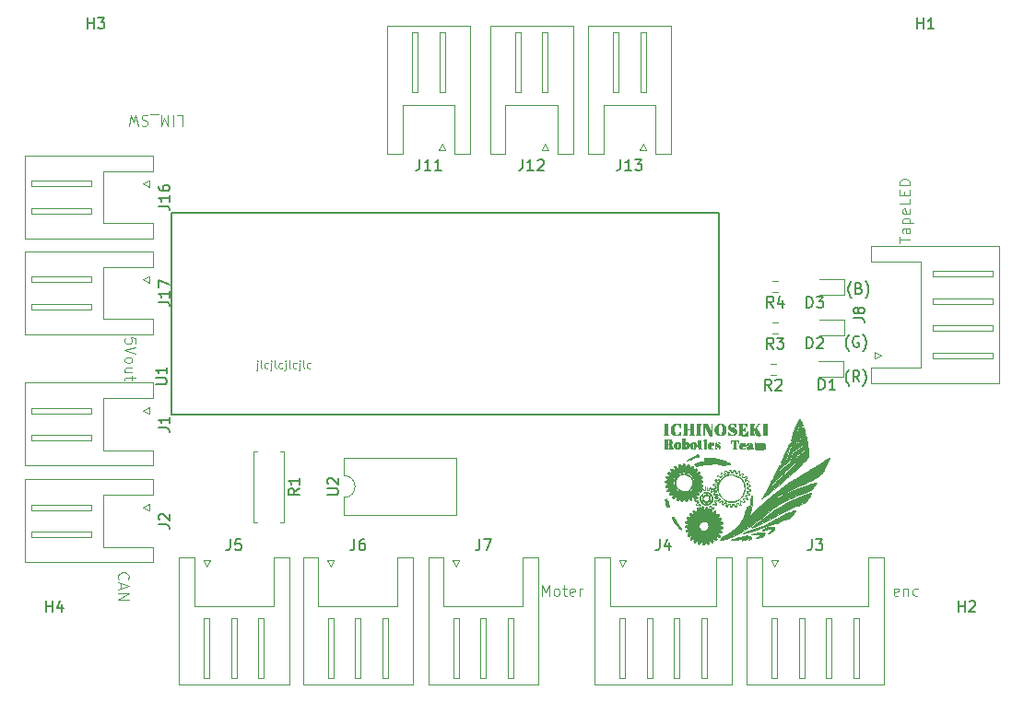
<source format=gbr>
%TF.GenerationSoftware,KiCad,Pcbnew,7.0.5*%
%TF.CreationDate,2023-08-26T18:44:16+09:00*%
%TF.ProjectId,Motherbord_Slave,4d6f7468-6572-4626-9f72-645f536c6176,rev?*%
%TF.SameCoordinates,Original*%
%TF.FileFunction,Legend,Top*%
%TF.FilePolarity,Positive*%
%FSLAX46Y46*%
G04 Gerber Fmt 4.6, Leading zero omitted, Abs format (unit mm)*
G04 Created by KiCad (PCBNEW 7.0.5) date 2023-08-26 18:44:16*
%MOMM*%
%LPD*%
G01*
G04 APERTURE LIST*
%ADD10C,0.150000*%
%ADD11C,0.125000*%
%ADD12C,0.100000*%
%ADD13C,0.120000*%
%ADD14C,0.127000*%
%ADD15C,0.010000*%
G04 APERTURE END LIST*
D10*
X184137493Y-92325771D02*
X184089874Y-92278152D01*
X184089874Y-92278152D02*
X183994636Y-92135295D01*
X183994636Y-92135295D02*
X183947017Y-92040057D01*
X183947017Y-92040057D02*
X183899398Y-91897200D01*
X183899398Y-91897200D02*
X183851779Y-91659104D01*
X183851779Y-91659104D02*
X183851779Y-91468628D01*
X183851779Y-91468628D02*
X183899398Y-91230533D01*
X183899398Y-91230533D02*
X183947017Y-91087676D01*
X183947017Y-91087676D02*
X183994636Y-90992438D01*
X183994636Y-90992438D02*
X184089874Y-90849580D01*
X184089874Y-90849580D02*
X184137493Y-90801961D01*
X185042255Y-90992438D02*
X184947017Y-90944819D01*
X184947017Y-90944819D02*
X184804160Y-90944819D01*
X184804160Y-90944819D02*
X184661303Y-90992438D01*
X184661303Y-90992438D02*
X184566065Y-91087676D01*
X184566065Y-91087676D02*
X184518446Y-91182914D01*
X184518446Y-91182914D02*
X184470827Y-91373390D01*
X184470827Y-91373390D02*
X184470827Y-91516247D01*
X184470827Y-91516247D02*
X184518446Y-91706723D01*
X184518446Y-91706723D02*
X184566065Y-91801961D01*
X184566065Y-91801961D02*
X184661303Y-91897200D01*
X184661303Y-91897200D02*
X184804160Y-91944819D01*
X184804160Y-91944819D02*
X184899398Y-91944819D01*
X184899398Y-91944819D02*
X185042255Y-91897200D01*
X185042255Y-91897200D02*
X185089874Y-91849580D01*
X185089874Y-91849580D02*
X185089874Y-91516247D01*
X185089874Y-91516247D02*
X184899398Y-91516247D01*
X185423208Y-92325771D02*
X185470827Y-92278152D01*
X185470827Y-92278152D02*
X185566065Y-92135295D01*
X185566065Y-92135295D02*
X185613684Y-92040057D01*
X185613684Y-92040057D02*
X185661303Y-91897200D01*
X185661303Y-91897200D02*
X185708922Y-91659104D01*
X185708922Y-91659104D02*
X185708922Y-91468628D01*
X185708922Y-91468628D02*
X185661303Y-91230533D01*
X185661303Y-91230533D02*
X185613684Y-91087676D01*
X185613684Y-91087676D02*
X185566065Y-90992438D01*
X185566065Y-90992438D02*
X185470827Y-90849580D01*
X185470827Y-90849580D02*
X185423208Y-90801961D01*
D11*
X188736119Y-82372525D02*
X188736119Y-81801097D01*
X189736119Y-82086811D02*
X188736119Y-82086811D01*
X189736119Y-81039192D02*
X189212309Y-81039192D01*
X189212309Y-81039192D02*
X189117071Y-81086811D01*
X189117071Y-81086811D02*
X189069452Y-81182049D01*
X189069452Y-81182049D02*
X189069452Y-81372525D01*
X189069452Y-81372525D02*
X189117071Y-81467763D01*
X189688500Y-81039192D02*
X189736119Y-81134430D01*
X189736119Y-81134430D02*
X189736119Y-81372525D01*
X189736119Y-81372525D02*
X189688500Y-81467763D01*
X189688500Y-81467763D02*
X189593261Y-81515382D01*
X189593261Y-81515382D02*
X189498023Y-81515382D01*
X189498023Y-81515382D02*
X189402785Y-81467763D01*
X189402785Y-81467763D02*
X189355166Y-81372525D01*
X189355166Y-81372525D02*
X189355166Y-81134430D01*
X189355166Y-81134430D02*
X189307547Y-81039192D01*
X189069452Y-80563001D02*
X190069452Y-80563001D01*
X189117071Y-80563001D02*
X189069452Y-80467763D01*
X189069452Y-80467763D02*
X189069452Y-80277287D01*
X189069452Y-80277287D02*
X189117071Y-80182049D01*
X189117071Y-80182049D02*
X189164690Y-80134430D01*
X189164690Y-80134430D02*
X189259928Y-80086811D01*
X189259928Y-80086811D02*
X189545642Y-80086811D01*
X189545642Y-80086811D02*
X189640880Y-80134430D01*
X189640880Y-80134430D02*
X189688500Y-80182049D01*
X189688500Y-80182049D02*
X189736119Y-80277287D01*
X189736119Y-80277287D02*
X189736119Y-80467763D01*
X189736119Y-80467763D02*
X189688500Y-80563001D01*
X189688500Y-79277287D02*
X189736119Y-79372525D01*
X189736119Y-79372525D02*
X189736119Y-79563001D01*
X189736119Y-79563001D02*
X189688500Y-79658239D01*
X189688500Y-79658239D02*
X189593261Y-79705858D01*
X189593261Y-79705858D02*
X189212309Y-79705858D01*
X189212309Y-79705858D02*
X189117071Y-79658239D01*
X189117071Y-79658239D02*
X189069452Y-79563001D01*
X189069452Y-79563001D02*
X189069452Y-79372525D01*
X189069452Y-79372525D02*
X189117071Y-79277287D01*
X189117071Y-79277287D02*
X189212309Y-79229668D01*
X189212309Y-79229668D02*
X189307547Y-79229668D01*
X189307547Y-79229668D02*
X189402785Y-79705858D01*
X189736119Y-78324906D02*
X189736119Y-78801096D01*
X189736119Y-78801096D02*
X188736119Y-78801096D01*
X189212309Y-77991572D02*
X189212309Y-77658239D01*
X189736119Y-77515382D02*
X189736119Y-77991572D01*
X189736119Y-77991572D02*
X188736119Y-77991572D01*
X188736119Y-77991572D02*
X188736119Y-77515382D01*
X189736119Y-77086810D02*
X188736119Y-77086810D01*
X188736119Y-77086810D02*
X188736119Y-76848715D01*
X188736119Y-76848715D02*
X188783738Y-76705858D01*
X188783738Y-76705858D02*
X188878976Y-76610620D01*
X188878976Y-76610620D02*
X188974214Y-76563001D01*
X188974214Y-76563001D02*
X189164690Y-76515382D01*
X189164690Y-76515382D02*
X189307547Y-76515382D01*
X189307547Y-76515382D02*
X189498023Y-76563001D01*
X189498023Y-76563001D02*
X189593261Y-76610620D01*
X189593261Y-76610620D02*
X189688500Y-76705858D01*
X189688500Y-76705858D02*
X189736119Y-76848715D01*
X189736119Y-76848715D02*
X189736119Y-77086810D01*
X155895331Y-114806119D02*
X155895331Y-113806119D01*
X155895331Y-113806119D02*
X156228664Y-114520404D01*
X156228664Y-114520404D02*
X156561997Y-113806119D01*
X156561997Y-113806119D02*
X156561997Y-114806119D01*
X157181045Y-114806119D02*
X157085807Y-114758500D01*
X157085807Y-114758500D02*
X157038188Y-114710880D01*
X157038188Y-114710880D02*
X156990569Y-114615642D01*
X156990569Y-114615642D02*
X156990569Y-114329928D01*
X156990569Y-114329928D02*
X157038188Y-114234690D01*
X157038188Y-114234690D02*
X157085807Y-114187071D01*
X157085807Y-114187071D02*
X157181045Y-114139452D01*
X157181045Y-114139452D02*
X157323902Y-114139452D01*
X157323902Y-114139452D02*
X157419140Y-114187071D01*
X157419140Y-114187071D02*
X157466759Y-114234690D01*
X157466759Y-114234690D02*
X157514378Y-114329928D01*
X157514378Y-114329928D02*
X157514378Y-114615642D01*
X157514378Y-114615642D02*
X157466759Y-114710880D01*
X157466759Y-114710880D02*
X157419140Y-114758500D01*
X157419140Y-114758500D02*
X157323902Y-114806119D01*
X157323902Y-114806119D02*
X157181045Y-114806119D01*
X157800093Y-114139452D02*
X158181045Y-114139452D01*
X157942950Y-113806119D02*
X157942950Y-114663261D01*
X157942950Y-114663261D02*
X157990569Y-114758500D01*
X157990569Y-114758500D02*
X158085807Y-114806119D01*
X158085807Y-114806119D02*
X158181045Y-114806119D01*
X158895331Y-114758500D02*
X158800093Y-114806119D01*
X158800093Y-114806119D02*
X158609617Y-114806119D01*
X158609617Y-114806119D02*
X158514379Y-114758500D01*
X158514379Y-114758500D02*
X158466760Y-114663261D01*
X158466760Y-114663261D02*
X158466760Y-114282309D01*
X158466760Y-114282309D02*
X158514379Y-114187071D01*
X158514379Y-114187071D02*
X158609617Y-114139452D01*
X158609617Y-114139452D02*
X158800093Y-114139452D01*
X158800093Y-114139452D02*
X158895331Y-114187071D01*
X158895331Y-114187071D02*
X158942950Y-114282309D01*
X158942950Y-114282309D02*
X158942950Y-114377547D01*
X158942950Y-114377547D02*
X158466760Y-114472785D01*
X159371522Y-114806119D02*
X159371522Y-114139452D01*
X159371522Y-114329928D02*
X159419141Y-114234690D01*
X159419141Y-114234690D02*
X159466760Y-114187071D01*
X159466760Y-114187071D02*
X159561998Y-114139452D01*
X159561998Y-114139452D02*
X159657236Y-114139452D01*
X188661283Y-114758500D02*
X188566045Y-114806119D01*
X188566045Y-114806119D02*
X188375569Y-114806119D01*
X188375569Y-114806119D02*
X188280331Y-114758500D01*
X188280331Y-114758500D02*
X188232712Y-114663261D01*
X188232712Y-114663261D02*
X188232712Y-114282309D01*
X188232712Y-114282309D02*
X188280331Y-114187071D01*
X188280331Y-114187071D02*
X188375569Y-114139452D01*
X188375569Y-114139452D02*
X188566045Y-114139452D01*
X188566045Y-114139452D02*
X188661283Y-114187071D01*
X188661283Y-114187071D02*
X188708902Y-114282309D01*
X188708902Y-114282309D02*
X188708902Y-114377547D01*
X188708902Y-114377547D02*
X188232712Y-114472785D01*
X189137474Y-114139452D02*
X189137474Y-114806119D01*
X189137474Y-114234690D02*
X189185093Y-114187071D01*
X189185093Y-114187071D02*
X189280331Y-114139452D01*
X189280331Y-114139452D02*
X189423188Y-114139452D01*
X189423188Y-114139452D02*
X189518426Y-114187071D01*
X189518426Y-114187071D02*
X189566045Y-114282309D01*
X189566045Y-114282309D02*
X189566045Y-114806119D01*
X190470807Y-114758500D02*
X190375569Y-114806119D01*
X190375569Y-114806119D02*
X190185093Y-114806119D01*
X190185093Y-114806119D02*
X190089855Y-114758500D01*
X190089855Y-114758500D02*
X190042236Y-114710880D01*
X190042236Y-114710880D02*
X189994617Y-114615642D01*
X189994617Y-114615642D02*
X189994617Y-114329928D01*
X189994617Y-114329928D02*
X190042236Y-114234690D01*
X190042236Y-114234690D02*
X190089855Y-114187071D01*
X190089855Y-114187071D02*
X190185093Y-114139452D01*
X190185093Y-114139452D02*
X190375569Y-114139452D01*
X190375569Y-114139452D02*
X190470807Y-114187071D01*
D10*
X184137493Y-95500771D02*
X184089874Y-95453152D01*
X184089874Y-95453152D02*
X183994636Y-95310295D01*
X183994636Y-95310295D02*
X183947017Y-95215057D01*
X183947017Y-95215057D02*
X183899398Y-95072200D01*
X183899398Y-95072200D02*
X183851779Y-94834104D01*
X183851779Y-94834104D02*
X183851779Y-94643628D01*
X183851779Y-94643628D02*
X183899398Y-94405533D01*
X183899398Y-94405533D02*
X183947017Y-94262676D01*
X183947017Y-94262676D02*
X183994636Y-94167438D01*
X183994636Y-94167438D02*
X184089874Y-94024580D01*
X184089874Y-94024580D02*
X184137493Y-93976961D01*
X185089874Y-95119819D02*
X184756541Y-94643628D01*
X184518446Y-95119819D02*
X184518446Y-94119819D01*
X184518446Y-94119819D02*
X184899398Y-94119819D01*
X184899398Y-94119819D02*
X184994636Y-94167438D01*
X184994636Y-94167438D02*
X185042255Y-94215057D01*
X185042255Y-94215057D02*
X185089874Y-94310295D01*
X185089874Y-94310295D02*
X185089874Y-94453152D01*
X185089874Y-94453152D02*
X185042255Y-94548390D01*
X185042255Y-94548390D02*
X184994636Y-94596009D01*
X184994636Y-94596009D02*
X184899398Y-94643628D01*
X184899398Y-94643628D02*
X184518446Y-94643628D01*
X185423208Y-95500771D02*
X185470827Y-95453152D01*
X185470827Y-95453152D02*
X185566065Y-95310295D01*
X185566065Y-95310295D02*
X185613684Y-95215057D01*
X185613684Y-95215057D02*
X185661303Y-95072200D01*
X185661303Y-95072200D02*
X185708922Y-94834104D01*
X185708922Y-94834104D02*
X185708922Y-94643628D01*
X185708922Y-94643628D02*
X185661303Y-94405533D01*
X185661303Y-94405533D02*
X185613684Y-94262676D01*
X185613684Y-94262676D02*
X185566065Y-94167438D01*
X185566065Y-94167438D02*
X185470827Y-94024580D01*
X185470827Y-94024580D02*
X185423208Y-93976961D01*
D12*
X129772455Y-93422466D02*
X129772455Y-94022466D01*
X129772455Y-94022466D02*
X129739122Y-94089133D01*
X129739122Y-94089133D02*
X129672455Y-94122466D01*
X129672455Y-94122466D02*
X129639122Y-94122466D01*
X129772455Y-93189133D02*
X129739122Y-93222466D01*
X129739122Y-93222466D02*
X129772455Y-93255800D01*
X129772455Y-93255800D02*
X129805789Y-93222466D01*
X129805789Y-93222466D02*
X129772455Y-93189133D01*
X129772455Y-93189133D02*
X129772455Y-93255800D01*
X130205788Y-93889133D02*
X130139122Y-93855800D01*
X130139122Y-93855800D02*
X130105788Y-93789133D01*
X130105788Y-93789133D02*
X130105788Y-93189133D01*
X130772455Y-93855800D02*
X130705789Y-93889133D01*
X130705789Y-93889133D02*
X130572455Y-93889133D01*
X130572455Y-93889133D02*
X130505789Y-93855800D01*
X130505789Y-93855800D02*
X130472455Y-93822466D01*
X130472455Y-93822466D02*
X130439122Y-93755800D01*
X130439122Y-93755800D02*
X130439122Y-93555800D01*
X130439122Y-93555800D02*
X130472455Y-93489133D01*
X130472455Y-93489133D02*
X130505789Y-93455800D01*
X130505789Y-93455800D02*
X130572455Y-93422466D01*
X130572455Y-93422466D02*
X130705789Y-93422466D01*
X130705789Y-93422466D02*
X130772455Y-93455800D01*
X131072455Y-93422466D02*
X131072455Y-94022466D01*
X131072455Y-94022466D02*
X131039122Y-94089133D01*
X131039122Y-94089133D02*
X130972455Y-94122466D01*
X130972455Y-94122466D02*
X130939122Y-94122466D01*
X131072455Y-93189133D02*
X131039122Y-93222466D01*
X131039122Y-93222466D02*
X131072455Y-93255800D01*
X131072455Y-93255800D02*
X131105789Y-93222466D01*
X131105789Y-93222466D02*
X131072455Y-93189133D01*
X131072455Y-93189133D02*
X131072455Y-93255800D01*
X131505788Y-93889133D02*
X131439122Y-93855800D01*
X131439122Y-93855800D02*
X131405788Y-93789133D01*
X131405788Y-93789133D02*
X131405788Y-93189133D01*
X132072455Y-93855800D02*
X132005789Y-93889133D01*
X132005789Y-93889133D02*
X131872455Y-93889133D01*
X131872455Y-93889133D02*
X131805789Y-93855800D01*
X131805789Y-93855800D02*
X131772455Y-93822466D01*
X131772455Y-93822466D02*
X131739122Y-93755800D01*
X131739122Y-93755800D02*
X131739122Y-93555800D01*
X131739122Y-93555800D02*
X131772455Y-93489133D01*
X131772455Y-93489133D02*
X131805789Y-93455800D01*
X131805789Y-93455800D02*
X131872455Y-93422466D01*
X131872455Y-93422466D02*
X132005789Y-93422466D01*
X132005789Y-93422466D02*
X132072455Y-93455800D01*
X132372455Y-93422466D02*
X132372455Y-94022466D01*
X132372455Y-94022466D02*
X132339122Y-94089133D01*
X132339122Y-94089133D02*
X132272455Y-94122466D01*
X132272455Y-94122466D02*
X132239122Y-94122466D01*
X132372455Y-93189133D02*
X132339122Y-93222466D01*
X132339122Y-93222466D02*
X132372455Y-93255800D01*
X132372455Y-93255800D02*
X132405789Y-93222466D01*
X132405789Y-93222466D02*
X132372455Y-93189133D01*
X132372455Y-93189133D02*
X132372455Y-93255800D01*
X132805788Y-93889133D02*
X132739122Y-93855800D01*
X132739122Y-93855800D02*
X132705788Y-93789133D01*
X132705788Y-93789133D02*
X132705788Y-93189133D01*
X133372455Y-93855800D02*
X133305789Y-93889133D01*
X133305789Y-93889133D02*
X133172455Y-93889133D01*
X133172455Y-93889133D02*
X133105789Y-93855800D01*
X133105789Y-93855800D02*
X133072455Y-93822466D01*
X133072455Y-93822466D02*
X133039122Y-93755800D01*
X133039122Y-93755800D02*
X133039122Y-93555800D01*
X133039122Y-93555800D02*
X133072455Y-93489133D01*
X133072455Y-93489133D02*
X133105789Y-93455800D01*
X133105789Y-93455800D02*
X133172455Y-93422466D01*
X133172455Y-93422466D02*
X133305789Y-93422466D01*
X133305789Y-93422466D02*
X133372455Y-93455800D01*
X133672455Y-93422466D02*
X133672455Y-94022466D01*
X133672455Y-94022466D02*
X133639122Y-94089133D01*
X133639122Y-94089133D02*
X133572455Y-94122466D01*
X133572455Y-94122466D02*
X133539122Y-94122466D01*
X133672455Y-93189133D02*
X133639122Y-93222466D01*
X133639122Y-93222466D02*
X133672455Y-93255800D01*
X133672455Y-93255800D02*
X133705789Y-93222466D01*
X133705789Y-93222466D02*
X133672455Y-93189133D01*
X133672455Y-93189133D02*
X133672455Y-93255800D01*
X134105788Y-93889133D02*
X134039122Y-93855800D01*
X134039122Y-93855800D02*
X134005788Y-93789133D01*
X134005788Y-93789133D02*
X134005788Y-93189133D01*
X134672455Y-93855800D02*
X134605789Y-93889133D01*
X134605789Y-93889133D02*
X134472455Y-93889133D01*
X134472455Y-93889133D02*
X134405789Y-93855800D01*
X134405789Y-93855800D02*
X134372455Y-93822466D01*
X134372455Y-93822466D02*
X134339122Y-93755800D01*
X134339122Y-93755800D02*
X134339122Y-93555800D01*
X134339122Y-93555800D02*
X134372455Y-93489133D01*
X134372455Y-93489133D02*
X134405789Y-93455800D01*
X134405789Y-93455800D02*
X134472455Y-93422466D01*
X134472455Y-93422466D02*
X134605789Y-93422466D01*
X134605789Y-93422466D02*
X134672455Y-93455800D01*
D11*
X118603880Y-91601521D02*
X118603880Y-91125331D01*
X118603880Y-91125331D02*
X118127690Y-91077712D01*
X118127690Y-91077712D02*
X118175309Y-91125331D01*
X118175309Y-91125331D02*
X118222928Y-91220569D01*
X118222928Y-91220569D02*
X118222928Y-91458664D01*
X118222928Y-91458664D02*
X118175309Y-91553902D01*
X118175309Y-91553902D02*
X118127690Y-91601521D01*
X118127690Y-91601521D02*
X118032452Y-91649140D01*
X118032452Y-91649140D02*
X117794357Y-91649140D01*
X117794357Y-91649140D02*
X117699119Y-91601521D01*
X117699119Y-91601521D02*
X117651500Y-91553902D01*
X117651500Y-91553902D02*
X117603880Y-91458664D01*
X117603880Y-91458664D02*
X117603880Y-91220569D01*
X117603880Y-91220569D02*
X117651500Y-91125331D01*
X117651500Y-91125331D02*
X117699119Y-91077712D01*
X118603880Y-91934855D02*
X117603880Y-92268188D01*
X117603880Y-92268188D02*
X118603880Y-92601521D01*
X117603880Y-93077712D02*
X117651500Y-92982474D01*
X117651500Y-92982474D02*
X117699119Y-92934855D01*
X117699119Y-92934855D02*
X117794357Y-92887236D01*
X117794357Y-92887236D02*
X118080071Y-92887236D01*
X118080071Y-92887236D02*
X118175309Y-92934855D01*
X118175309Y-92934855D02*
X118222928Y-92982474D01*
X118222928Y-92982474D02*
X118270547Y-93077712D01*
X118270547Y-93077712D02*
X118270547Y-93220569D01*
X118270547Y-93220569D02*
X118222928Y-93315807D01*
X118222928Y-93315807D02*
X118175309Y-93363426D01*
X118175309Y-93363426D02*
X118080071Y-93411045D01*
X118080071Y-93411045D02*
X117794357Y-93411045D01*
X117794357Y-93411045D02*
X117699119Y-93363426D01*
X117699119Y-93363426D02*
X117651500Y-93315807D01*
X117651500Y-93315807D02*
X117603880Y-93220569D01*
X117603880Y-93220569D02*
X117603880Y-93077712D01*
X118270547Y-94268188D02*
X117603880Y-94268188D01*
X118270547Y-93839617D02*
X117746738Y-93839617D01*
X117746738Y-93839617D02*
X117651500Y-93887236D01*
X117651500Y-93887236D02*
X117603880Y-93982474D01*
X117603880Y-93982474D02*
X117603880Y-94125331D01*
X117603880Y-94125331D02*
X117651500Y-94220569D01*
X117651500Y-94220569D02*
X117699119Y-94268188D01*
X118270547Y-94601522D02*
X118270547Y-94982474D01*
X118603880Y-94744379D02*
X117746738Y-94744379D01*
X117746738Y-94744379D02*
X117651500Y-94791998D01*
X117651500Y-94791998D02*
X117603880Y-94887236D01*
X117603880Y-94887236D02*
X117603880Y-94982474D01*
X122393478Y-70613880D02*
X122869668Y-70613880D01*
X122869668Y-70613880D02*
X122869668Y-71613880D01*
X122060144Y-70613880D02*
X122060144Y-71613880D01*
X121583954Y-70613880D02*
X121583954Y-71613880D01*
X121583954Y-71613880D02*
X121250621Y-70899595D01*
X121250621Y-70899595D02*
X120917288Y-71613880D01*
X120917288Y-71613880D02*
X120917288Y-70613880D01*
X120679193Y-70518642D02*
X119917288Y-70518642D01*
X119726811Y-70661500D02*
X119583954Y-70613880D01*
X119583954Y-70613880D02*
X119345859Y-70613880D01*
X119345859Y-70613880D02*
X119250621Y-70661500D01*
X119250621Y-70661500D02*
X119203002Y-70709119D01*
X119203002Y-70709119D02*
X119155383Y-70804357D01*
X119155383Y-70804357D02*
X119155383Y-70899595D01*
X119155383Y-70899595D02*
X119203002Y-70994833D01*
X119203002Y-70994833D02*
X119250621Y-71042452D01*
X119250621Y-71042452D02*
X119345859Y-71090071D01*
X119345859Y-71090071D02*
X119536335Y-71137690D01*
X119536335Y-71137690D02*
X119631573Y-71185309D01*
X119631573Y-71185309D02*
X119679192Y-71232928D01*
X119679192Y-71232928D02*
X119726811Y-71328166D01*
X119726811Y-71328166D02*
X119726811Y-71423404D01*
X119726811Y-71423404D02*
X119679192Y-71518642D01*
X119679192Y-71518642D02*
X119631573Y-71566261D01*
X119631573Y-71566261D02*
X119536335Y-71613880D01*
X119536335Y-71613880D02*
X119298240Y-71613880D01*
X119298240Y-71613880D02*
X119155383Y-71566261D01*
X118822049Y-71613880D02*
X118583954Y-70613880D01*
X118583954Y-70613880D02*
X118393478Y-71328166D01*
X118393478Y-71328166D02*
X118203002Y-70613880D01*
X118203002Y-70613880D02*
X117964907Y-71613880D01*
X117064119Y-113286759D02*
X117016500Y-113239140D01*
X117016500Y-113239140D02*
X116968880Y-113096283D01*
X116968880Y-113096283D02*
X116968880Y-113001045D01*
X116968880Y-113001045D02*
X117016500Y-112858188D01*
X117016500Y-112858188D02*
X117111738Y-112762950D01*
X117111738Y-112762950D02*
X117206976Y-112715331D01*
X117206976Y-112715331D02*
X117397452Y-112667712D01*
X117397452Y-112667712D02*
X117540309Y-112667712D01*
X117540309Y-112667712D02*
X117730785Y-112715331D01*
X117730785Y-112715331D02*
X117826023Y-112762950D01*
X117826023Y-112762950D02*
X117921261Y-112858188D01*
X117921261Y-112858188D02*
X117968880Y-113001045D01*
X117968880Y-113001045D02*
X117968880Y-113096283D01*
X117968880Y-113096283D02*
X117921261Y-113239140D01*
X117921261Y-113239140D02*
X117873642Y-113286759D01*
X117254595Y-113667712D02*
X117254595Y-114143902D01*
X116968880Y-113572474D02*
X117968880Y-113905807D01*
X117968880Y-113905807D02*
X116968880Y-114239140D01*
X116968880Y-114572474D02*
X117968880Y-114572474D01*
X117968880Y-114572474D02*
X116968880Y-115143902D01*
X116968880Y-115143902D02*
X117968880Y-115143902D01*
D10*
X184352493Y-87425771D02*
X184304874Y-87378152D01*
X184304874Y-87378152D02*
X184209636Y-87235295D01*
X184209636Y-87235295D02*
X184162017Y-87140057D01*
X184162017Y-87140057D02*
X184114398Y-86997200D01*
X184114398Y-86997200D02*
X184066779Y-86759104D01*
X184066779Y-86759104D02*
X184066779Y-86568628D01*
X184066779Y-86568628D02*
X184114398Y-86330533D01*
X184114398Y-86330533D02*
X184162017Y-86187676D01*
X184162017Y-86187676D02*
X184209636Y-86092438D01*
X184209636Y-86092438D02*
X184304874Y-85949580D01*
X184304874Y-85949580D02*
X184352493Y-85901961D01*
X185066779Y-86521009D02*
X185209636Y-86568628D01*
X185209636Y-86568628D02*
X185257255Y-86616247D01*
X185257255Y-86616247D02*
X185304874Y-86711485D01*
X185304874Y-86711485D02*
X185304874Y-86854342D01*
X185304874Y-86854342D02*
X185257255Y-86949580D01*
X185257255Y-86949580D02*
X185209636Y-86997200D01*
X185209636Y-86997200D02*
X185114398Y-87044819D01*
X185114398Y-87044819D02*
X184733446Y-87044819D01*
X184733446Y-87044819D02*
X184733446Y-86044819D01*
X184733446Y-86044819D02*
X185066779Y-86044819D01*
X185066779Y-86044819D02*
X185162017Y-86092438D01*
X185162017Y-86092438D02*
X185209636Y-86140057D01*
X185209636Y-86140057D02*
X185257255Y-86235295D01*
X185257255Y-86235295D02*
X185257255Y-86330533D01*
X185257255Y-86330533D02*
X185209636Y-86425771D01*
X185209636Y-86425771D02*
X185162017Y-86473390D01*
X185162017Y-86473390D02*
X185066779Y-86521009D01*
X185066779Y-86521009D02*
X184733446Y-86521009D01*
X185638208Y-87425771D02*
X185685827Y-87378152D01*
X185685827Y-87378152D02*
X185781065Y-87235295D01*
X185781065Y-87235295D02*
X185828684Y-87140057D01*
X185828684Y-87140057D02*
X185876303Y-86997200D01*
X185876303Y-86997200D02*
X185923922Y-86759104D01*
X185923922Y-86759104D02*
X185923922Y-86568628D01*
X185923922Y-86568628D02*
X185876303Y-86330533D01*
X185876303Y-86330533D02*
X185828684Y-86187676D01*
X185828684Y-86187676D02*
X185781065Y-86092438D01*
X185781065Y-86092438D02*
X185685827Y-85949580D01*
X185685827Y-85949580D02*
X185638208Y-85901961D01*
%TO.C,D1*%
X181354405Y-95864819D02*
X181354405Y-94864819D01*
X181354405Y-94864819D02*
X181592500Y-94864819D01*
X181592500Y-94864819D02*
X181735357Y-94912438D01*
X181735357Y-94912438D02*
X181830595Y-95007676D01*
X181830595Y-95007676D02*
X181878214Y-95102914D01*
X181878214Y-95102914D02*
X181925833Y-95293390D01*
X181925833Y-95293390D02*
X181925833Y-95436247D01*
X181925833Y-95436247D02*
X181878214Y-95626723D01*
X181878214Y-95626723D02*
X181830595Y-95721961D01*
X181830595Y-95721961D02*
X181735357Y-95817200D01*
X181735357Y-95817200D02*
X181592500Y-95864819D01*
X181592500Y-95864819D02*
X181354405Y-95864819D01*
X182878214Y-95864819D02*
X182306786Y-95864819D01*
X182592500Y-95864819D02*
X182592500Y-94864819D01*
X182592500Y-94864819D02*
X182497262Y-95007676D01*
X182497262Y-95007676D02*
X182402024Y-95102914D01*
X182402024Y-95102914D02*
X182306786Y-95150533D01*
%TO.C,U1*%
X120444819Y-95376904D02*
X121254342Y-95376904D01*
X121254342Y-95376904D02*
X121349580Y-95329285D01*
X121349580Y-95329285D02*
X121397200Y-95281666D01*
X121397200Y-95281666D02*
X121444819Y-95186428D01*
X121444819Y-95186428D02*
X121444819Y-94995952D01*
X121444819Y-94995952D02*
X121397200Y-94900714D01*
X121397200Y-94900714D02*
X121349580Y-94853095D01*
X121349580Y-94853095D02*
X121254342Y-94805476D01*
X121254342Y-94805476D02*
X120444819Y-94805476D01*
X121444819Y-93805476D02*
X121444819Y-94376904D01*
X121444819Y-94091190D02*
X120444819Y-94091190D01*
X120444819Y-94091190D02*
X120587676Y-94186428D01*
X120587676Y-94186428D02*
X120682914Y-94281666D01*
X120682914Y-94281666D02*
X120730533Y-94376904D01*
%TO.C,H3*%
X114173095Y-62684819D02*
X114173095Y-61684819D01*
X114173095Y-62161009D02*
X114744523Y-62161009D01*
X114744523Y-62684819D02*
X114744523Y-61684819D01*
X115125476Y-61684819D02*
X115744523Y-61684819D01*
X115744523Y-61684819D02*
X115411190Y-62065771D01*
X115411190Y-62065771D02*
X115554047Y-62065771D01*
X115554047Y-62065771D02*
X115649285Y-62113390D01*
X115649285Y-62113390D02*
X115696904Y-62161009D01*
X115696904Y-62161009D02*
X115744523Y-62256247D01*
X115744523Y-62256247D02*
X115744523Y-62494342D01*
X115744523Y-62494342D02*
X115696904Y-62589580D01*
X115696904Y-62589580D02*
X115649285Y-62637200D01*
X115649285Y-62637200D02*
X115554047Y-62684819D01*
X115554047Y-62684819D02*
X115268333Y-62684819D01*
X115268333Y-62684819D02*
X115173095Y-62637200D01*
X115173095Y-62637200D02*
X115125476Y-62589580D01*
%TO.C,R4*%
X177188333Y-88294819D02*
X176855000Y-87818628D01*
X176616905Y-88294819D02*
X176616905Y-87294819D01*
X176616905Y-87294819D02*
X176997857Y-87294819D01*
X176997857Y-87294819D02*
X177093095Y-87342438D01*
X177093095Y-87342438D02*
X177140714Y-87390057D01*
X177140714Y-87390057D02*
X177188333Y-87485295D01*
X177188333Y-87485295D02*
X177188333Y-87628152D01*
X177188333Y-87628152D02*
X177140714Y-87723390D01*
X177140714Y-87723390D02*
X177093095Y-87771009D01*
X177093095Y-87771009D02*
X176997857Y-87818628D01*
X176997857Y-87818628D02*
X176616905Y-87818628D01*
X178045476Y-87628152D02*
X178045476Y-88294819D01*
X177807381Y-87247200D02*
X177569286Y-87961485D01*
X177569286Y-87961485D02*
X178188333Y-87961485D01*
%TO.C,J1*%
X120704819Y-99373333D02*
X121419104Y-99373333D01*
X121419104Y-99373333D02*
X121561961Y-99420952D01*
X121561961Y-99420952D02*
X121657200Y-99516190D01*
X121657200Y-99516190D02*
X121704819Y-99659047D01*
X121704819Y-99659047D02*
X121704819Y-99754285D01*
X121704819Y-98373333D02*
X121704819Y-98944761D01*
X121704819Y-98659047D02*
X120704819Y-98659047D01*
X120704819Y-98659047D02*
X120847676Y-98754285D01*
X120847676Y-98754285D02*
X120942914Y-98849523D01*
X120942914Y-98849523D02*
X120990533Y-98944761D01*
%TO.C,J3*%
X180701666Y-109619819D02*
X180701666Y-110334104D01*
X180701666Y-110334104D02*
X180654047Y-110476961D01*
X180654047Y-110476961D02*
X180558809Y-110572200D01*
X180558809Y-110572200D02*
X180415952Y-110619819D01*
X180415952Y-110619819D02*
X180320714Y-110619819D01*
X181082619Y-109619819D02*
X181701666Y-109619819D01*
X181701666Y-109619819D02*
X181368333Y-110000771D01*
X181368333Y-110000771D02*
X181511190Y-110000771D01*
X181511190Y-110000771D02*
X181606428Y-110048390D01*
X181606428Y-110048390D02*
X181654047Y-110096009D01*
X181654047Y-110096009D02*
X181701666Y-110191247D01*
X181701666Y-110191247D02*
X181701666Y-110429342D01*
X181701666Y-110429342D02*
X181654047Y-110524580D01*
X181654047Y-110524580D02*
X181606428Y-110572200D01*
X181606428Y-110572200D02*
X181511190Y-110619819D01*
X181511190Y-110619819D02*
X181225476Y-110619819D01*
X181225476Y-110619819D02*
X181130238Y-110572200D01*
X181130238Y-110572200D02*
X181082619Y-110524580D01*
%TO.C,J17*%
X120704819Y-87804523D02*
X121419104Y-87804523D01*
X121419104Y-87804523D02*
X121561961Y-87852142D01*
X121561961Y-87852142D02*
X121657200Y-87947380D01*
X121657200Y-87947380D02*
X121704819Y-88090237D01*
X121704819Y-88090237D02*
X121704819Y-88185475D01*
X121704819Y-86804523D02*
X121704819Y-87375951D01*
X121704819Y-87090237D02*
X120704819Y-87090237D01*
X120704819Y-87090237D02*
X120847676Y-87185475D01*
X120847676Y-87185475D02*
X120942914Y-87280713D01*
X120942914Y-87280713D02*
X120990533Y-87375951D01*
X120704819Y-86471189D02*
X120704819Y-85804523D01*
X120704819Y-85804523D02*
X121704819Y-86233094D01*
%TO.C,J6*%
X138691666Y-109619819D02*
X138691666Y-110334104D01*
X138691666Y-110334104D02*
X138644047Y-110476961D01*
X138644047Y-110476961D02*
X138548809Y-110572200D01*
X138548809Y-110572200D02*
X138405952Y-110619819D01*
X138405952Y-110619819D02*
X138310714Y-110619819D01*
X139596428Y-109619819D02*
X139405952Y-109619819D01*
X139405952Y-109619819D02*
X139310714Y-109667438D01*
X139310714Y-109667438D02*
X139263095Y-109715057D01*
X139263095Y-109715057D02*
X139167857Y-109857914D01*
X139167857Y-109857914D02*
X139120238Y-110048390D01*
X139120238Y-110048390D02*
X139120238Y-110429342D01*
X139120238Y-110429342D02*
X139167857Y-110524580D01*
X139167857Y-110524580D02*
X139215476Y-110572200D01*
X139215476Y-110572200D02*
X139310714Y-110619819D01*
X139310714Y-110619819D02*
X139501190Y-110619819D01*
X139501190Y-110619819D02*
X139596428Y-110572200D01*
X139596428Y-110572200D02*
X139644047Y-110524580D01*
X139644047Y-110524580D02*
X139691666Y-110429342D01*
X139691666Y-110429342D02*
X139691666Y-110191247D01*
X139691666Y-110191247D02*
X139644047Y-110096009D01*
X139644047Y-110096009D02*
X139596428Y-110048390D01*
X139596428Y-110048390D02*
X139501190Y-110000771D01*
X139501190Y-110000771D02*
X139310714Y-110000771D01*
X139310714Y-110000771D02*
X139215476Y-110048390D01*
X139215476Y-110048390D02*
X139167857Y-110096009D01*
X139167857Y-110096009D02*
X139120238Y-110191247D01*
%TO.C,U2*%
X136199819Y-105526904D02*
X137009342Y-105526904D01*
X137009342Y-105526904D02*
X137104580Y-105479285D01*
X137104580Y-105479285D02*
X137152200Y-105431666D01*
X137152200Y-105431666D02*
X137199819Y-105336428D01*
X137199819Y-105336428D02*
X137199819Y-105145952D01*
X137199819Y-105145952D02*
X137152200Y-105050714D01*
X137152200Y-105050714D02*
X137104580Y-105003095D01*
X137104580Y-105003095D02*
X137009342Y-104955476D01*
X137009342Y-104955476D02*
X136199819Y-104955476D01*
X136295057Y-104526904D02*
X136247438Y-104479285D01*
X136247438Y-104479285D02*
X136199819Y-104384047D01*
X136199819Y-104384047D02*
X136199819Y-104145952D01*
X136199819Y-104145952D02*
X136247438Y-104050714D01*
X136247438Y-104050714D02*
X136295057Y-104003095D01*
X136295057Y-104003095D02*
X136390295Y-103955476D01*
X136390295Y-103955476D02*
X136485533Y-103955476D01*
X136485533Y-103955476D02*
X136628390Y-104003095D01*
X136628390Y-104003095D02*
X137199819Y-104574523D01*
X137199819Y-104574523D02*
X137199819Y-103955476D01*
%TO.C,J16*%
X120704819Y-78989523D02*
X121419104Y-78989523D01*
X121419104Y-78989523D02*
X121561961Y-79037142D01*
X121561961Y-79037142D02*
X121657200Y-79132380D01*
X121657200Y-79132380D02*
X121704819Y-79275237D01*
X121704819Y-79275237D02*
X121704819Y-79370475D01*
X121704819Y-77989523D02*
X121704819Y-78560951D01*
X121704819Y-78275237D02*
X120704819Y-78275237D01*
X120704819Y-78275237D02*
X120847676Y-78370475D01*
X120847676Y-78370475D02*
X120942914Y-78465713D01*
X120942914Y-78465713D02*
X120990533Y-78560951D01*
X120704819Y-77132380D02*
X120704819Y-77322856D01*
X120704819Y-77322856D02*
X120752438Y-77418094D01*
X120752438Y-77418094D02*
X120800057Y-77465713D01*
X120800057Y-77465713D02*
X120942914Y-77560951D01*
X120942914Y-77560951D02*
X121133390Y-77608570D01*
X121133390Y-77608570D02*
X121514342Y-77608570D01*
X121514342Y-77608570D02*
X121609580Y-77560951D01*
X121609580Y-77560951D02*
X121657200Y-77513332D01*
X121657200Y-77513332D02*
X121704819Y-77418094D01*
X121704819Y-77418094D02*
X121704819Y-77227618D01*
X121704819Y-77227618D02*
X121657200Y-77132380D01*
X121657200Y-77132380D02*
X121609580Y-77084761D01*
X121609580Y-77084761D02*
X121514342Y-77037142D01*
X121514342Y-77037142D02*
X121276247Y-77037142D01*
X121276247Y-77037142D02*
X121181009Y-77084761D01*
X121181009Y-77084761D02*
X121133390Y-77132380D01*
X121133390Y-77132380D02*
X121085771Y-77227618D01*
X121085771Y-77227618D02*
X121085771Y-77418094D01*
X121085771Y-77418094D02*
X121133390Y-77513332D01*
X121133390Y-77513332D02*
X121181009Y-77560951D01*
X121181009Y-77560951D02*
X121276247Y-77608570D01*
%TO.C,J5*%
X127301666Y-109619819D02*
X127301666Y-110334104D01*
X127301666Y-110334104D02*
X127254047Y-110476961D01*
X127254047Y-110476961D02*
X127158809Y-110572200D01*
X127158809Y-110572200D02*
X127015952Y-110619819D01*
X127015952Y-110619819D02*
X126920714Y-110619819D01*
X128254047Y-109619819D02*
X127777857Y-109619819D01*
X127777857Y-109619819D02*
X127730238Y-110096009D01*
X127730238Y-110096009D02*
X127777857Y-110048390D01*
X127777857Y-110048390D02*
X127873095Y-110000771D01*
X127873095Y-110000771D02*
X128111190Y-110000771D01*
X128111190Y-110000771D02*
X128206428Y-110048390D01*
X128206428Y-110048390D02*
X128254047Y-110096009D01*
X128254047Y-110096009D02*
X128301666Y-110191247D01*
X128301666Y-110191247D02*
X128301666Y-110429342D01*
X128301666Y-110429342D02*
X128254047Y-110524580D01*
X128254047Y-110524580D02*
X128206428Y-110572200D01*
X128206428Y-110572200D02*
X128111190Y-110619819D01*
X128111190Y-110619819D02*
X127873095Y-110619819D01*
X127873095Y-110619819D02*
X127777857Y-110572200D01*
X127777857Y-110572200D02*
X127730238Y-110524580D01*
%TO.C,D3*%
X180236905Y-88324819D02*
X180236905Y-87324819D01*
X180236905Y-87324819D02*
X180475000Y-87324819D01*
X180475000Y-87324819D02*
X180617857Y-87372438D01*
X180617857Y-87372438D02*
X180713095Y-87467676D01*
X180713095Y-87467676D02*
X180760714Y-87562914D01*
X180760714Y-87562914D02*
X180808333Y-87753390D01*
X180808333Y-87753390D02*
X180808333Y-87896247D01*
X180808333Y-87896247D02*
X180760714Y-88086723D01*
X180760714Y-88086723D02*
X180713095Y-88181961D01*
X180713095Y-88181961D02*
X180617857Y-88277200D01*
X180617857Y-88277200D02*
X180475000Y-88324819D01*
X180475000Y-88324819D02*
X180236905Y-88324819D01*
X181141667Y-87324819D02*
X181760714Y-87324819D01*
X181760714Y-87324819D02*
X181427381Y-87705771D01*
X181427381Y-87705771D02*
X181570238Y-87705771D01*
X181570238Y-87705771D02*
X181665476Y-87753390D01*
X181665476Y-87753390D02*
X181713095Y-87801009D01*
X181713095Y-87801009D02*
X181760714Y-87896247D01*
X181760714Y-87896247D02*
X181760714Y-88134342D01*
X181760714Y-88134342D02*
X181713095Y-88229580D01*
X181713095Y-88229580D02*
X181665476Y-88277200D01*
X181665476Y-88277200D02*
X181570238Y-88324819D01*
X181570238Y-88324819D02*
X181284524Y-88324819D01*
X181284524Y-88324819D02*
X181189286Y-88277200D01*
X181189286Y-88277200D02*
X181141667Y-88229580D01*
%TO.C,J12*%
X154150476Y-74709819D02*
X154150476Y-75424104D01*
X154150476Y-75424104D02*
X154102857Y-75566961D01*
X154102857Y-75566961D02*
X154007619Y-75662200D01*
X154007619Y-75662200D02*
X153864762Y-75709819D01*
X153864762Y-75709819D02*
X153769524Y-75709819D01*
X155150476Y-75709819D02*
X154579048Y-75709819D01*
X154864762Y-75709819D02*
X154864762Y-74709819D01*
X154864762Y-74709819D02*
X154769524Y-74852676D01*
X154769524Y-74852676D02*
X154674286Y-74947914D01*
X154674286Y-74947914D02*
X154579048Y-74995533D01*
X155531429Y-74805057D02*
X155579048Y-74757438D01*
X155579048Y-74757438D02*
X155674286Y-74709819D01*
X155674286Y-74709819D02*
X155912381Y-74709819D01*
X155912381Y-74709819D02*
X156007619Y-74757438D01*
X156007619Y-74757438D02*
X156055238Y-74805057D01*
X156055238Y-74805057D02*
X156102857Y-74900295D01*
X156102857Y-74900295D02*
X156102857Y-74995533D01*
X156102857Y-74995533D02*
X156055238Y-75138390D01*
X156055238Y-75138390D02*
X155483810Y-75709819D01*
X155483810Y-75709819D02*
X156102857Y-75709819D01*
%TO.C,H1*%
X190373095Y-62684819D02*
X190373095Y-61684819D01*
X190373095Y-62161009D02*
X190944523Y-62161009D01*
X190944523Y-62684819D02*
X190944523Y-61684819D01*
X191944523Y-62684819D02*
X191373095Y-62684819D01*
X191658809Y-62684819D02*
X191658809Y-61684819D01*
X191658809Y-61684819D02*
X191563571Y-61827676D01*
X191563571Y-61827676D02*
X191468333Y-61922914D01*
X191468333Y-61922914D02*
X191373095Y-61970533D01*
%TO.C,H4*%
X110363095Y-116269819D02*
X110363095Y-115269819D01*
X110363095Y-115746009D02*
X110934523Y-115746009D01*
X110934523Y-116269819D02*
X110934523Y-115269819D01*
X111839285Y-115603152D02*
X111839285Y-116269819D01*
X111601190Y-115222200D02*
X111363095Y-115936485D01*
X111363095Y-115936485D02*
X111982142Y-115936485D01*
%TO.C,J13*%
X163150476Y-74709819D02*
X163150476Y-75424104D01*
X163150476Y-75424104D02*
X163102857Y-75566961D01*
X163102857Y-75566961D02*
X163007619Y-75662200D01*
X163007619Y-75662200D02*
X162864762Y-75709819D01*
X162864762Y-75709819D02*
X162769524Y-75709819D01*
X164150476Y-75709819D02*
X163579048Y-75709819D01*
X163864762Y-75709819D02*
X163864762Y-74709819D01*
X163864762Y-74709819D02*
X163769524Y-74852676D01*
X163769524Y-74852676D02*
X163674286Y-74947914D01*
X163674286Y-74947914D02*
X163579048Y-74995533D01*
X164483810Y-74709819D02*
X165102857Y-74709819D01*
X165102857Y-74709819D02*
X164769524Y-75090771D01*
X164769524Y-75090771D02*
X164912381Y-75090771D01*
X164912381Y-75090771D02*
X165007619Y-75138390D01*
X165007619Y-75138390D02*
X165055238Y-75186009D01*
X165055238Y-75186009D02*
X165102857Y-75281247D01*
X165102857Y-75281247D02*
X165102857Y-75519342D01*
X165102857Y-75519342D02*
X165055238Y-75614580D01*
X165055238Y-75614580D02*
X165007619Y-75662200D01*
X165007619Y-75662200D02*
X164912381Y-75709819D01*
X164912381Y-75709819D02*
X164626667Y-75709819D01*
X164626667Y-75709819D02*
X164531429Y-75662200D01*
X164531429Y-75662200D02*
X164483810Y-75614580D01*
%TO.C,R1*%
X133634819Y-104941666D02*
X133158628Y-105274999D01*
X133634819Y-105513094D02*
X132634819Y-105513094D01*
X132634819Y-105513094D02*
X132634819Y-105132142D01*
X132634819Y-105132142D02*
X132682438Y-105036904D01*
X132682438Y-105036904D02*
X132730057Y-104989285D01*
X132730057Y-104989285D02*
X132825295Y-104941666D01*
X132825295Y-104941666D02*
X132968152Y-104941666D01*
X132968152Y-104941666D02*
X133063390Y-104989285D01*
X133063390Y-104989285D02*
X133111009Y-105036904D01*
X133111009Y-105036904D02*
X133158628Y-105132142D01*
X133158628Y-105132142D02*
X133158628Y-105513094D01*
X133634819Y-103989285D02*
X133634819Y-104560713D01*
X133634819Y-104274999D02*
X132634819Y-104274999D01*
X132634819Y-104274999D02*
X132777676Y-104370237D01*
X132777676Y-104370237D02*
X132872914Y-104465475D01*
X132872914Y-104465475D02*
X132920533Y-104560713D01*
%TO.C,R3*%
X177188333Y-92104819D02*
X176855000Y-91628628D01*
X176616905Y-92104819D02*
X176616905Y-91104819D01*
X176616905Y-91104819D02*
X176997857Y-91104819D01*
X176997857Y-91104819D02*
X177093095Y-91152438D01*
X177093095Y-91152438D02*
X177140714Y-91200057D01*
X177140714Y-91200057D02*
X177188333Y-91295295D01*
X177188333Y-91295295D02*
X177188333Y-91438152D01*
X177188333Y-91438152D02*
X177140714Y-91533390D01*
X177140714Y-91533390D02*
X177093095Y-91581009D01*
X177093095Y-91581009D02*
X176997857Y-91628628D01*
X176997857Y-91628628D02*
X176616905Y-91628628D01*
X177521667Y-91104819D02*
X178140714Y-91104819D01*
X178140714Y-91104819D02*
X177807381Y-91485771D01*
X177807381Y-91485771D02*
X177950238Y-91485771D01*
X177950238Y-91485771D02*
X178045476Y-91533390D01*
X178045476Y-91533390D02*
X178093095Y-91581009D01*
X178093095Y-91581009D02*
X178140714Y-91676247D01*
X178140714Y-91676247D02*
X178140714Y-91914342D01*
X178140714Y-91914342D02*
X178093095Y-92009580D01*
X178093095Y-92009580D02*
X178045476Y-92057200D01*
X178045476Y-92057200D02*
X177950238Y-92104819D01*
X177950238Y-92104819D02*
X177664524Y-92104819D01*
X177664524Y-92104819D02*
X177569286Y-92057200D01*
X177569286Y-92057200D02*
X177521667Y-92009580D01*
%TO.C,D2*%
X180236905Y-92054819D02*
X180236905Y-91054819D01*
X180236905Y-91054819D02*
X180475000Y-91054819D01*
X180475000Y-91054819D02*
X180617857Y-91102438D01*
X180617857Y-91102438D02*
X180713095Y-91197676D01*
X180713095Y-91197676D02*
X180760714Y-91292914D01*
X180760714Y-91292914D02*
X180808333Y-91483390D01*
X180808333Y-91483390D02*
X180808333Y-91626247D01*
X180808333Y-91626247D02*
X180760714Y-91816723D01*
X180760714Y-91816723D02*
X180713095Y-91911961D01*
X180713095Y-91911961D02*
X180617857Y-92007200D01*
X180617857Y-92007200D02*
X180475000Y-92054819D01*
X180475000Y-92054819D02*
X180236905Y-92054819D01*
X181189286Y-91150057D02*
X181236905Y-91102438D01*
X181236905Y-91102438D02*
X181332143Y-91054819D01*
X181332143Y-91054819D02*
X181570238Y-91054819D01*
X181570238Y-91054819D02*
X181665476Y-91102438D01*
X181665476Y-91102438D02*
X181713095Y-91150057D01*
X181713095Y-91150057D02*
X181760714Y-91245295D01*
X181760714Y-91245295D02*
X181760714Y-91340533D01*
X181760714Y-91340533D02*
X181713095Y-91483390D01*
X181713095Y-91483390D02*
X181141667Y-92054819D01*
X181141667Y-92054819D02*
X181760714Y-92054819D01*
%TO.C,J8*%
X184549819Y-89293333D02*
X185264104Y-89293333D01*
X185264104Y-89293333D02*
X185406961Y-89340952D01*
X185406961Y-89340952D02*
X185502200Y-89436190D01*
X185502200Y-89436190D02*
X185549819Y-89579047D01*
X185549819Y-89579047D02*
X185549819Y-89674285D01*
X184978390Y-88674285D02*
X184930771Y-88769523D01*
X184930771Y-88769523D02*
X184883152Y-88817142D01*
X184883152Y-88817142D02*
X184787914Y-88864761D01*
X184787914Y-88864761D02*
X184740295Y-88864761D01*
X184740295Y-88864761D02*
X184645057Y-88817142D01*
X184645057Y-88817142D02*
X184597438Y-88769523D01*
X184597438Y-88769523D02*
X184549819Y-88674285D01*
X184549819Y-88674285D02*
X184549819Y-88483809D01*
X184549819Y-88483809D02*
X184597438Y-88388571D01*
X184597438Y-88388571D02*
X184645057Y-88340952D01*
X184645057Y-88340952D02*
X184740295Y-88293333D01*
X184740295Y-88293333D02*
X184787914Y-88293333D01*
X184787914Y-88293333D02*
X184883152Y-88340952D01*
X184883152Y-88340952D02*
X184930771Y-88388571D01*
X184930771Y-88388571D02*
X184978390Y-88483809D01*
X184978390Y-88483809D02*
X184978390Y-88674285D01*
X184978390Y-88674285D02*
X185026009Y-88769523D01*
X185026009Y-88769523D02*
X185073628Y-88817142D01*
X185073628Y-88817142D02*
X185168866Y-88864761D01*
X185168866Y-88864761D02*
X185359342Y-88864761D01*
X185359342Y-88864761D02*
X185454580Y-88817142D01*
X185454580Y-88817142D02*
X185502200Y-88769523D01*
X185502200Y-88769523D02*
X185549819Y-88674285D01*
X185549819Y-88674285D02*
X185549819Y-88483809D01*
X185549819Y-88483809D02*
X185502200Y-88388571D01*
X185502200Y-88388571D02*
X185454580Y-88340952D01*
X185454580Y-88340952D02*
X185359342Y-88293333D01*
X185359342Y-88293333D02*
X185168866Y-88293333D01*
X185168866Y-88293333D02*
X185073628Y-88340952D01*
X185073628Y-88340952D02*
X185026009Y-88388571D01*
X185026009Y-88388571D02*
X184978390Y-88483809D01*
%TO.C,H2*%
X194183095Y-116269819D02*
X194183095Y-115269819D01*
X194183095Y-115746009D02*
X194754523Y-115746009D01*
X194754523Y-116269819D02*
X194754523Y-115269819D01*
X195183095Y-115365057D02*
X195230714Y-115317438D01*
X195230714Y-115317438D02*
X195325952Y-115269819D01*
X195325952Y-115269819D02*
X195564047Y-115269819D01*
X195564047Y-115269819D02*
X195659285Y-115317438D01*
X195659285Y-115317438D02*
X195706904Y-115365057D01*
X195706904Y-115365057D02*
X195754523Y-115460295D01*
X195754523Y-115460295D02*
X195754523Y-115555533D01*
X195754523Y-115555533D02*
X195706904Y-115698390D01*
X195706904Y-115698390D02*
X195135476Y-116269819D01*
X195135476Y-116269819D02*
X195754523Y-116269819D01*
%TO.C,J4*%
X166731666Y-109619819D02*
X166731666Y-110334104D01*
X166731666Y-110334104D02*
X166684047Y-110476961D01*
X166684047Y-110476961D02*
X166588809Y-110572200D01*
X166588809Y-110572200D02*
X166445952Y-110619819D01*
X166445952Y-110619819D02*
X166350714Y-110619819D01*
X167636428Y-109953152D02*
X167636428Y-110619819D01*
X167398333Y-109572200D02*
X167160238Y-110286485D01*
X167160238Y-110286485D02*
X167779285Y-110286485D01*
%TO.C,J11*%
X144700476Y-74709819D02*
X144700476Y-75424104D01*
X144700476Y-75424104D02*
X144652857Y-75566961D01*
X144652857Y-75566961D02*
X144557619Y-75662200D01*
X144557619Y-75662200D02*
X144414762Y-75709819D01*
X144414762Y-75709819D02*
X144319524Y-75709819D01*
X145700476Y-75709819D02*
X145129048Y-75709819D01*
X145414762Y-75709819D02*
X145414762Y-74709819D01*
X145414762Y-74709819D02*
X145319524Y-74852676D01*
X145319524Y-74852676D02*
X145224286Y-74947914D01*
X145224286Y-74947914D02*
X145129048Y-74995533D01*
X146652857Y-75709819D02*
X146081429Y-75709819D01*
X146367143Y-75709819D02*
X146367143Y-74709819D01*
X146367143Y-74709819D02*
X146271905Y-74852676D01*
X146271905Y-74852676D02*
X146176667Y-74947914D01*
X146176667Y-74947914D02*
X146081429Y-74995533D01*
%TO.C,R2*%
X176998333Y-95914819D02*
X176665000Y-95438628D01*
X176426905Y-95914819D02*
X176426905Y-94914819D01*
X176426905Y-94914819D02*
X176807857Y-94914819D01*
X176807857Y-94914819D02*
X176903095Y-94962438D01*
X176903095Y-94962438D02*
X176950714Y-95010057D01*
X176950714Y-95010057D02*
X176998333Y-95105295D01*
X176998333Y-95105295D02*
X176998333Y-95248152D01*
X176998333Y-95248152D02*
X176950714Y-95343390D01*
X176950714Y-95343390D02*
X176903095Y-95391009D01*
X176903095Y-95391009D02*
X176807857Y-95438628D01*
X176807857Y-95438628D02*
X176426905Y-95438628D01*
X177379286Y-95010057D02*
X177426905Y-94962438D01*
X177426905Y-94962438D02*
X177522143Y-94914819D01*
X177522143Y-94914819D02*
X177760238Y-94914819D01*
X177760238Y-94914819D02*
X177855476Y-94962438D01*
X177855476Y-94962438D02*
X177903095Y-95010057D01*
X177903095Y-95010057D02*
X177950714Y-95105295D01*
X177950714Y-95105295D02*
X177950714Y-95200533D01*
X177950714Y-95200533D02*
X177903095Y-95343390D01*
X177903095Y-95343390D02*
X177331667Y-95914819D01*
X177331667Y-95914819D02*
X177950714Y-95914819D01*
%TO.C,J7*%
X150201666Y-109619819D02*
X150201666Y-110334104D01*
X150201666Y-110334104D02*
X150154047Y-110476961D01*
X150154047Y-110476961D02*
X150058809Y-110572200D01*
X150058809Y-110572200D02*
X149915952Y-110619819D01*
X149915952Y-110619819D02*
X149820714Y-110619819D01*
X150582619Y-109619819D02*
X151249285Y-109619819D01*
X151249285Y-109619819D02*
X150820714Y-110619819D01*
%TO.C,J2*%
X120704819Y-108263333D02*
X121419104Y-108263333D01*
X121419104Y-108263333D02*
X121561961Y-108310952D01*
X121561961Y-108310952D02*
X121657200Y-108406190D01*
X121657200Y-108406190D02*
X121704819Y-108549047D01*
X121704819Y-108549047D02*
X121704819Y-108644285D01*
X120800057Y-107834761D02*
X120752438Y-107787142D01*
X120752438Y-107787142D02*
X120704819Y-107691904D01*
X120704819Y-107691904D02*
X120704819Y-107453809D01*
X120704819Y-107453809D02*
X120752438Y-107358571D01*
X120752438Y-107358571D02*
X120800057Y-107310952D01*
X120800057Y-107310952D02*
X120895295Y-107263333D01*
X120895295Y-107263333D02*
X120990533Y-107263333D01*
X120990533Y-107263333D02*
X121133390Y-107310952D01*
X121133390Y-107310952D02*
X121704819Y-107882380D01*
X121704819Y-107882380D02*
X121704819Y-107263333D01*
D13*
%TO.C,D1*%
X183577500Y-93245000D02*
X181292500Y-93245000D01*
X183577500Y-94715000D02*
X183577500Y-93245000D01*
X181292500Y-94715000D02*
X183577500Y-94715000D01*
D14*
%TO.C,U1*%
X121880000Y-98170000D02*
X121880000Y-79630000D01*
X172170000Y-98170000D02*
X121880000Y-98170000D01*
X121880000Y-79630000D02*
X172170000Y-79630000D01*
X172170000Y-79630000D02*
X172170000Y-98170000D01*
D13*
%TO.C,R4*%
X177592258Y-86932500D02*
X177117742Y-86932500D01*
X177592258Y-85887500D02*
X177117742Y-85887500D01*
%TO.C,J1*%
X120160000Y-95230000D02*
X120160000Y-96650000D01*
X108440000Y-95230000D02*
X120160000Y-95230000D01*
X120160000Y-96650000D02*
X115660000Y-96650000D01*
X115660000Y-96650000D02*
X115660000Y-99040000D01*
X119850000Y-97490000D02*
X119850000Y-98090000D01*
X114550000Y-97540000D02*
X109050000Y-97540000D01*
X109050000Y-97540000D02*
X109050000Y-98040000D01*
X119250000Y-97790000D02*
X119850000Y-97490000D01*
X114550000Y-98040000D02*
X114550000Y-97540000D01*
X109050000Y-98040000D02*
X114550000Y-98040000D01*
X119850000Y-98090000D02*
X119250000Y-97790000D01*
X108440000Y-99040000D02*
X108440000Y-95230000D01*
X108440000Y-99040000D02*
X108440000Y-102850000D01*
X114550000Y-100040000D02*
X109050000Y-100040000D01*
X109050000Y-100040000D02*
X109050000Y-100540000D01*
X114550000Y-100540000D02*
X114550000Y-100040000D01*
X109050000Y-100540000D02*
X114550000Y-100540000D01*
X120160000Y-101430000D02*
X115660000Y-101430000D01*
X115660000Y-101430000D02*
X115660000Y-99040000D01*
X120160000Y-102850000D02*
X120160000Y-101430000D01*
X108440000Y-102850000D02*
X120160000Y-102850000D01*
%TO.C,J3*%
X174725000Y-111255000D02*
X176145000Y-111255000D01*
X174725000Y-122975000D02*
X174725000Y-111255000D01*
X176145000Y-111255000D02*
X176145000Y-115755000D01*
X176145000Y-115755000D02*
X181035000Y-115755000D01*
X176985000Y-111565000D02*
X177585000Y-111565000D01*
X177035000Y-116865000D02*
X177035000Y-122365000D01*
X177035000Y-122365000D02*
X177535000Y-122365000D01*
X177285000Y-112165000D02*
X176985000Y-111565000D01*
X177535000Y-116865000D02*
X177035000Y-116865000D01*
X177535000Y-122365000D02*
X177535000Y-116865000D01*
X177585000Y-111565000D02*
X177285000Y-112165000D01*
X179535000Y-116865000D02*
X179535000Y-122365000D01*
X179535000Y-122365000D02*
X180035000Y-122365000D01*
X180035000Y-116865000D02*
X179535000Y-116865000D01*
X180035000Y-122365000D02*
X180035000Y-116865000D01*
X181035000Y-122975000D02*
X174725000Y-122975000D01*
X181035000Y-122975000D02*
X187345000Y-122975000D01*
X182035000Y-116865000D02*
X182035000Y-122365000D01*
X182035000Y-122365000D02*
X182535000Y-122365000D01*
X182535000Y-116865000D02*
X182035000Y-116865000D01*
X182535000Y-122365000D02*
X182535000Y-116865000D01*
X184535000Y-116865000D02*
X184535000Y-122365000D01*
X184535000Y-122365000D02*
X185035000Y-122365000D01*
X185035000Y-116865000D02*
X184535000Y-116865000D01*
X185035000Y-122365000D02*
X185035000Y-116865000D01*
X185925000Y-111255000D02*
X185925000Y-115755000D01*
X185925000Y-115755000D02*
X181035000Y-115755000D01*
X187345000Y-111255000D02*
X185925000Y-111255000D01*
X187345000Y-122975000D02*
X187345000Y-111255000D01*
%TO.C,J17*%
X120160000Y-83185000D02*
X120160000Y-84605000D01*
X108440000Y-83185000D02*
X120160000Y-83185000D01*
X120160000Y-84605000D02*
X115660000Y-84605000D01*
X115660000Y-84605000D02*
X115660000Y-86995000D01*
X119850000Y-85445000D02*
X119850000Y-86045000D01*
X114550000Y-85495000D02*
X109050000Y-85495000D01*
X109050000Y-85495000D02*
X109050000Y-85995000D01*
X119250000Y-85745000D02*
X119850000Y-85445000D01*
X114550000Y-85995000D02*
X114550000Y-85495000D01*
X109050000Y-85995000D02*
X114550000Y-85995000D01*
X119850000Y-86045000D02*
X119250000Y-85745000D01*
X108440000Y-86995000D02*
X108440000Y-83185000D01*
X108440000Y-86995000D02*
X108440000Y-90805000D01*
X114550000Y-87995000D02*
X109050000Y-87995000D01*
X109050000Y-87995000D02*
X109050000Y-88495000D01*
X114550000Y-88495000D02*
X114550000Y-87995000D01*
X109050000Y-88495000D02*
X114550000Y-88495000D01*
X120160000Y-89385000D02*
X115660000Y-89385000D01*
X115660000Y-89385000D02*
X115660000Y-86995000D01*
X120160000Y-90805000D02*
X120160000Y-89385000D01*
X108440000Y-90805000D02*
X120160000Y-90805000D01*
%TO.C,J6*%
X133965000Y-111255000D02*
X135385000Y-111255000D01*
X133965000Y-122975000D02*
X133965000Y-111255000D01*
X135385000Y-111255000D02*
X135385000Y-115755000D01*
X135385000Y-115755000D02*
X139025000Y-115755000D01*
X136225000Y-111565000D02*
X136825000Y-111565000D01*
X136275000Y-116865000D02*
X136275000Y-122365000D01*
X136275000Y-122365000D02*
X136775000Y-122365000D01*
X136525000Y-112165000D02*
X136225000Y-111565000D01*
X136775000Y-116865000D02*
X136275000Y-116865000D01*
X136775000Y-122365000D02*
X136775000Y-116865000D01*
X136825000Y-111565000D02*
X136525000Y-112165000D01*
X138775000Y-116865000D02*
X138775000Y-122365000D01*
X138775000Y-122365000D02*
X139275000Y-122365000D01*
X139025000Y-122975000D02*
X133965000Y-122975000D01*
X139025000Y-122975000D02*
X144085000Y-122975000D01*
X139275000Y-116865000D02*
X138775000Y-116865000D01*
X139275000Y-122365000D02*
X139275000Y-116865000D01*
X141275000Y-116865000D02*
X141275000Y-122365000D01*
X141275000Y-122365000D02*
X141775000Y-122365000D01*
X141775000Y-116865000D02*
X141275000Y-116865000D01*
X141775000Y-122365000D02*
X141775000Y-116865000D01*
X142665000Y-111255000D02*
X142665000Y-115755000D01*
X142665000Y-115755000D02*
X139025000Y-115755000D01*
X144085000Y-111255000D02*
X142665000Y-111255000D01*
X144085000Y-122975000D02*
X144085000Y-111255000D01*
%TO.C,U2*%
X137745000Y-107415000D02*
X148025000Y-107415000D01*
X148025000Y-107415000D02*
X148025000Y-102115000D01*
X137745000Y-105765000D02*
X137745000Y-107415000D01*
X137745000Y-102115000D02*
X137745000Y-103765000D01*
X148025000Y-102115000D02*
X137745000Y-102115000D01*
X137745000Y-105765000D02*
G75*
G03*
X137745000Y-103765000I0J1000000D01*
G01*
%TO.C,J8*%
D15*
X170434000Y-106397778D02*
X170419889Y-106411889D01*
X170405777Y-106397778D01*
X170419889Y-106383667D01*
X170434000Y-106397778D01*
G36*
X170434000Y-106397778D02*
G01*
X170419889Y-106411889D01*
X170405777Y-106397778D01*
X170419889Y-106383667D01*
X170434000Y-106397778D01*
G37*
X170462222Y-106454223D02*
X170448111Y-106468334D01*
X170434000Y-106454223D01*
X170448111Y-106440112D01*
X170462222Y-106454223D01*
G36*
X170462222Y-106454223D02*
G01*
X170448111Y-106468334D01*
X170434000Y-106454223D01*
X170448111Y-106440112D01*
X170462222Y-106454223D01*
G37*
X171591111Y-101261334D02*
X171577000Y-101275445D01*
X171562889Y-101261334D01*
X171577000Y-101247223D01*
X171591111Y-101261334D01*
G36*
X171591111Y-101261334D02*
G01*
X171577000Y-101275445D01*
X171562889Y-101261334D01*
X171577000Y-101247223D01*
X171591111Y-101261334D01*
G37*
X171647555Y-105156000D02*
X171633444Y-105170112D01*
X171619333Y-105156000D01*
X171633444Y-105141889D01*
X171647555Y-105156000D01*
G36*
X171647555Y-105156000D02*
G01*
X171633444Y-105170112D01*
X171619333Y-105156000D01*
X171633444Y-105141889D01*
X171647555Y-105156000D01*
G37*
X171675777Y-106623556D02*
X171661666Y-106637667D01*
X171647555Y-106623556D01*
X171661666Y-106609445D01*
X171675777Y-106623556D01*
G36*
X171675777Y-106623556D02*
G01*
X171661666Y-106637667D01*
X171647555Y-106623556D01*
X171661666Y-106609445D01*
X171675777Y-106623556D01*
G37*
X172183777Y-105974445D02*
X172169666Y-105988556D01*
X172155555Y-105974445D01*
X172169666Y-105960334D01*
X172183777Y-105974445D01*
G36*
X172183777Y-105974445D02*
G01*
X172169666Y-105988556D01*
X172155555Y-105974445D01*
X172169666Y-105960334D01*
X172183777Y-105974445D01*
G37*
X172183777Y-106172000D02*
X172169666Y-106186112D01*
X172155555Y-106172000D01*
X172169666Y-106157889D01*
X172183777Y-106172000D01*
G36*
X172183777Y-106172000D02*
G01*
X172169666Y-106186112D01*
X172155555Y-106172000D01*
X172169666Y-106157889D01*
X172183777Y-106172000D01*
G37*
X173058666Y-103519112D02*
X173044555Y-103533223D01*
X173030444Y-103519112D01*
X173044555Y-103505000D01*
X173058666Y-103519112D01*
G36*
X173058666Y-103519112D02*
G01*
X173044555Y-103533223D01*
X173030444Y-103519112D01*
X173044555Y-103505000D01*
X173058666Y-103519112D01*
G37*
X173482000Y-103434445D02*
X173467889Y-103448556D01*
X173453777Y-103434445D01*
X173467889Y-103420334D01*
X173482000Y-103434445D01*
G36*
X173482000Y-103434445D02*
G01*
X173467889Y-103448556D01*
X173453777Y-103434445D01*
X173467889Y-103420334D01*
X173482000Y-103434445D01*
G37*
X173679555Y-103434445D02*
X173665444Y-103448556D01*
X173651333Y-103434445D01*
X173665444Y-103420334D01*
X173679555Y-103434445D01*
G36*
X173679555Y-103434445D02*
G01*
X173665444Y-103448556D01*
X173651333Y-103434445D01*
X173665444Y-103420334D01*
X173679555Y-103434445D01*
G37*
X174526222Y-101289556D02*
X174512111Y-101303667D01*
X174498000Y-101289556D01*
X174512111Y-101275445D01*
X174526222Y-101289556D01*
G36*
X174526222Y-101289556D02*
G01*
X174512111Y-101303667D01*
X174498000Y-101289556D01*
X174512111Y-101275445D01*
X174526222Y-101289556D01*
G37*
X174582666Y-101233112D02*
X174568555Y-101247223D01*
X174554444Y-101233112D01*
X174568555Y-101219000D01*
X174582666Y-101233112D01*
G36*
X174582666Y-101233112D02*
G01*
X174568555Y-101247223D01*
X174554444Y-101233112D01*
X174568555Y-101219000D01*
X174582666Y-101233112D01*
G37*
X174723777Y-104450445D02*
X174709666Y-104464556D01*
X174695555Y-104450445D01*
X174709666Y-104436334D01*
X174723777Y-104450445D01*
G36*
X174723777Y-104450445D02*
G01*
X174709666Y-104464556D01*
X174695555Y-104450445D01*
X174709666Y-104436334D01*
X174723777Y-104450445D01*
G37*
X174921333Y-104224667D02*
X174907222Y-104238778D01*
X174893111Y-104224667D01*
X174907222Y-104210556D01*
X174921333Y-104224667D01*
G36*
X174921333Y-104224667D02*
G01*
X174907222Y-104238778D01*
X174893111Y-104224667D01*
X174907222Y-104210556D01*
X174921333Y-104224667D01*
G37*
X174921333Y-104309334D02*
X174907222Y-104323445D01*
X174893111Y-104309334D01*
X174907222Y-104295223D01*
X174921333Y-104309334D01*
G36*
X174921333Y-104309334D02*
G01*
X174907222Y-104323445D01*
X174893111Y-104309334D01*
X174907222Y-104295223D01*
X174921333Y-104309334D01*
G37*
X171892148Y-104699741D02*
X171888274Y-104716519D01*
X171873333Y-104718556D01*
X171850103Y-104708230D01*
X171854518Y-104699741D01*
X171888011Y-104696363D01*
X171892148Y-104699741D01*
G36*
X171892148Y-104699741D02*
G01*
X171888274Y-104716519D01*
X171873333Y-104718556D01*
X171850103Y-104708230D01*
X171854518Y-104699741D01*
X171888011Y-104696363D01*
X171892148Y-104699741D01*
G37*
X172089703Y-105941519D02*
X172093081Y-105975012D01*
X172089703Y-105979149D01*
X172072925Y-105975274D01*
X172070889Y-105960334D01*
X172081215Y-105937104D01*
X172089703Y-105941519D01*
G36*
X172089703Y-105941519D02*
G01*
X172093081Y-105975012D01*
X172089703Y-105979149D01*
X172072925Y-105975274D01*
X172070889Y-105960334D01*
X172081215Y-105937104D01*
X172089703Y-105941519D01*
G37*
X174149926Y-106308408D02*
X174153303Y-106341901D01*
X174149926Y-106346037D01*
X174133147Y-106342163D01*
X174131111Y-106327223D01*
X174141437Y-106303993D01*
X174149926Y-106308408D01*
G36*
X174149926Y-106308408D02*
G01*
X174153303Y-106341901D01*
X174149926Y-106346037D01*
X174133147Y-106342163D01*
X174131111Y-106327223D01*
X174141437Y-106303993D01*
X174149926Y-106308408D01*
G37*
X174799037Y-104389297D02*
X174795163Y-104406075D01*
X174780222Y-104408112D01*
X174756992Y-104397785D01*
X174761407Y-104389297D01*
X174794900Y-104385919D01*
X174799037Y-104389297D01*
G36*
X174799037Y-104389297D02*
G01*
X174795163Y-104406075D01*
X174780222Y-104408112D01*
X174756992Y-104397785D01*
X174761407Y-104389297D01*
X174794900Y-104385919D01*
X174799037Y-104389297D01*
G37*
X171692448Y-106701375D02*
X171684844Y-106726931D01*
X171662348Y-106749990D01*
X171626862Y-106768190D01*
X171619333Y-106755677D01*
X171636967Y-106718704D01*
X171672005Y-106696962D01*
X171692448Y-106701375D01*
G36*
X171692448Y-106701375D02*
G01*
X171684844Y-106726931D01*
X171662348Y-106749990D01*
X171626862Y-106768190D01*
X171619333Y-106755677D01*
X171636967Y-106718704D01*
X171672005Y-106696962D01*
X171692448Y-106701375D01*
G37*
X171885978Y-104284454D02*
X171925703Y-104307228D01*
X171919048Y-104321955D01*
X171903221Y-104323445D01*
X171864951Y-104302948D01*
X171859422Y-104295546D01*
X171863964Y-104279508D01*
X171885978Y-104284454D01*
G36*
X171885978Y-104284454D02*
G01*
X171925703Y-104307228D01*
X171919048Y-104321955D01*
X171903221Y-104323445D01*
X171864951Y-104302948D01*
X171859422Y-104295546D01*
X171863964Y-104279508D01*
X171885978Y-104284454D01*
G37*
X172139124Y-106041546D02*
X172135520Y-106073184D01*
X172116755Y-106122094D01*
X172102729Y-106121467D01*
X172099111Y-106088999D01*
X172114610Y-106042066D01*
X172124701Y-106032516D01*
X172139124Y-106041546D01*
G36*
X172139124Y-106041546D02*
G01*
X172135520Y-106073184D01*
X172116755Y-106122094D01*
X172102729Y-106121467D01*
X172099111Y-106088999D01*
X172114610Y-106042066D01*
X172124701Y-106032516D01*
X172139124Y-106041546D01*
G37*
X172220070Y-103807759D02*
X172226111Y-103815445D01*
X172236044Y-103840828D01*
X172209343Y-103831268D01*
X172183777Y-103815445D01*
X172162081Y-103792789D01*
X172175056Y-103787655D01*
X172220070Y-103807759D01*
G36*
X172220070Y-103807759D02*
G01*
X172226111Y-103815445D01*
X172236044Y-103840828D01*
X172209343Y-103831268D01*
X172183777Y-103815445D01*
X172162081Y-103792789D01*
X172175056Y-103787655D01*
X172220070Y-103807759D01*
G37*
X172240682Y-105833618D02*
X172256963Y-105867441D01*
X172253128Y-105877617D01*
X172225883Y-105902642D01*
X172212552Y-105874139D01*
X172212000Y-105859890D01*
X172225885Y-105830823D01*
X172240682Y-105833618D01*
G36*
X172240682Y-105833618D02*
G01*
X172256963Y-105867441D01*
X172253128Y-105877617D01*
X172225883Y-105902642D01*
X172212552Y-105874139D01*
X172212000Y-105859890D01*
X172225885Y-105830823D01*
X172240682Y-105833618D01*
G37*
X174612683Y-104202848D02*
X174649894Y-104224500D01*
X174651239Y-104241987D01*
X174614532Y-104265996D01*
X174579311Y-104239934D01*
X174573686Y-104227861D01*
X174577030Y-104200338D01*
X174612683Y-104202848D01*
G36*
X174612683Y-104202848D02*
G01*
X174649894Y-104224500D01*
X174651239Y-104241987D01*
X174614532Y-104265996D01*
X174579311Y-104239934D01*
X174573686Y-104227861D01*
X174577030Y-104200338D01*
X174612683Y-104202848D01*
G37*
X170509812Y-105244786D02*
X170504555Y-105254778D01*
X170477964Y-105281730D01*
X170473002Y-105283000D01*
X170471076Y-105264770D01*
X170476333Y-105254778D01*
X170502924Y-105227826D01*
X170507886Y-105226556D01*
X170509812Y-105244786D01*
G36*
X170509812Y-105244786D02*
G01*
X170504555Y-105254778D01*
X170477964Y-105281730D01*
X170473002Y-105283000D01*
X170471076Y-105264770D01*
X170476333Y-105254778D01*
X170502924Y-105227826D01*
X170507886Y-105226556D01*
X170509812Y-105244786D01*
G37*
X170717493Y-105019561D02*
X170752007Y-105057223D01*
X170778590Y-105098092D01*
X170773383Y-105113667D01*
X170740282Y-105091654D01*
X170716222Y-105057223D01*
X170696066Y-105013447D01*
X170694846Y-105000778D01*
X170717493Y-105019561D01*
G36*
X170717493Y-105019561D02*
G01*
X170752007Y-105057223D01*
X170778590Y-105098092D01*
X170773383Y-105113667D01*
X170740282Y-105091654D01*
X170716222Y-105057223D01*
X170696066Y-105013447D01*
X170694846Y-105000778D01*
X170717493Y-105019561D01*
G37*
X170901460Y-105021520D02*
X170885555Y-105057223D01*
X170856410Y-105101575D01*
X170841236Y-105113667D01*
X170841428Y-105092925D01*
X170857333Y-105057223D01*
X170886478Y-105012870D01*
X170901652Y-105000778D01*
X170901460Y-105021520D01*
G36*
X170901460Y-105021520D02*
G01*
X170885555Y-105057223D01*
X170856410Y-105101575D01*
X170841236Y-105113667D01*
X170841428Y-105092925D01*
X170857333Y-105057223D01*
X170886478Y-105012870D01*
X170901652Y-105000778D01*
X170901460Y-105021520D01*
G37*
X171081789Y-104880850D02*
X171097222Y-104916112D01*
X171106956Y-104969506D01*
X171102376Y-104990921D01*
X171084432Y-104979596D01*
X171069000Y-104944334D01*
X171059266Y-104890940D01*
X171063846Y-104869524D01*
X171081789Y-104880850D01*
G36*
X171081789Y-104880850D02*
G01*
X171097222Y-104916112D01*
X171106956Y-104969506D01*
X171102376Y-104990921D01*
X171084432Y-104979596D01*
X171069000Y-104944334D01*
X171059266Y-104890940D01*
X171063846Y-104869524D01*
X171081789Y-104880850D01*
G37*
X171449974Y-104874480D02*
X171464111Y-104887889D01*
X171466388Y-104912820D01*
X171432736Y-104908676D01*
X171393555Y-104887889D01*
X171367108Y-104865971D01*
X171392527Y-104860195D01*
X171398945Y-104860099D01*
X171449974Y-104874480D01*
G36*
X171449974Y-104874480D02*
G01*
X171464111Y-104887889D01*
X171466388Y-104912820D01*
X171432736Y-104908676D01*
X171393555Y-104887889D01*
X171367108Y-104865971D01*
X171392527Y-104860195D01*
X171398945Y-104860099D01*
X171449974Y-104874480D01*
G37*
X171521273Y-106674746D02*
X171541722Y-106690512D01*
X171580808Y-106725326D01*
X171591111Y-106739900D01*
X171577382Y-106748348D01*
X171539865Y-106712094D01*
X171531066Y-106701167D01*
X171506658Y-106667738D01*
X171521273Y-106674746D01*
G36*
X171521273Y-106674746D02*
G01*
X171541722Y-106690512D01*
X171580808Y-106725326D01*
X171591111Y-106739900D01*
X171577382Y-106748348D01*
X171539865Y-106712094D01*
X171531066Y-106701167D01*
X171506658Y-106667738D01*
X171521273Y-106674746D01*
G37*
X171998689Y-106027643D02*
X172000333Y-106045000D01*
X171959499Y-106070968D01*
X171942223Y-106073223D01*
X171905747Y-106057443D01*
X171901555Y-106045000D01*
X171925264Y-106022292D01*
X171959665Y-106016778D01*
X171998689Y-106027643D01*
G36*
X171998689Y-106027643D02*
G01*
X172000333Y-106045000D01*
X171959499Y-106070968D01*
X171942223Y-106073223D01*
X171905747Y-106057443D01*
X171901555Y-106045000D01*
X171925264Y-106022292D01*
X171959665Y-106016778D01*
X171998689Y-106027643D01*
G37*
X172341427Y-106088412D02*
X172312439Y-106116454D01*
X172258360Y-106148485D01*
X172227772Y-106156992D01*
X172223684Y-106142699D01*
X172252671Y-106114658D01*
X172306750Y-106082627D01*
X172337338Y-106074120D01*
X172341427Y-106088412D01*
G36*
X172341427Y-106088412D02*
G01*
X172312439Y-106116454D01*
X172258360Y-106148485D01*
X172227772Y-106156992D01*
X172223684Y-106142699D01*
X172252671Y-106114658D01*
X172306750Y-106082627D01*
X172337338Y-106074120D01*
X172341427Y-106088412D01*
G37*
X172356286Y-103609775D02*
X172378374Y-103655845D01*
X172376864Y-103673628D01*
X172354451Y-103690971D01*
X172345467Y-103685505D01*
X172326740Y-103641389D01*
X172324889Y-103621652D01*
X172333843Y-103594778D01*
X172356286Y-103609775D01*
G36*
X172356286Y-103609775D02*
G01*
X172378374Y-103655845D01*
X172376864Y-103673628D01*
X172354451Y-103690971D01*
X172345467Y-103685505D01*
X172326740Y-103641389D01*
X172324889Y-103621652D01*
X172333843Y-103594778D01*
X172356286Y-103609775D01*
G37*
X172832889Y-106538889D02*
X172859812Y-106564250D01*
X172861111Y-106568777D01*
X172839275Y-106580899D01*
X172832889Y-106581223D01*
X172805751Y-106559527D01*
X172804666Y-106551335D01*
X172821956Y-106534479D01*
X172832889Y-106538889D01*
G36*
X172832889Y-106538889D02*
G01*
X172859812Y-106564250D01*
X172861111Y-106568777D01*
X172839275Y-106580899D01*
X172832889Y-106581223D01*
X172805751Y-106559527D01*
X172804666Y-106551335D01*
X172821956Y-106534479D01*
X172832889Y-106538889D01*
G37*
X173084237Y-103391009D02*
X173090334Y-103401284D01*
X173108392Y-103448459D01*
X173101387Y-103470732D01*
X173077481Y-103457963D01*
X173061052Y-103415886D01*
X173059524Y-103394463D01*
X173064832Y-103368215D01*
X173084237Y-103391009D01*
G36*
X173084237Y-103391009D02*
G01*
X173090334Y-103401284D01*
X173108392Y-103448459D01*
X173101387Y-103470732D01*
X173077481Y-103457963D01*
X173061052Y-103415886D01*
X173059524Y-103394463D01*
X173064832Y-103368215D01*
X173084237Y-103391009D01*
G37*
X173550729Y-103225656D02*
X173547782Y-103256794D01*
X173524939Y-103295394D01*
X173494233Y-103326407D01*
X173483329Y-103321556D01*
X173495218Y-103276885D01*
X173521782Y-103236788D01*
X173547409Y-103223480D01*
X173550729Y-103225656D01*
G36*
X173550729Y-103225656D02*
G01*
X173547782Y-103256794D01*
X173524939Y-103295394D01*
X173494233Y-103326407D01*
X173483329Y-103321556D01*
X173495218Y-103276885D01*
X173521782Y-103236788D01*
X173547409Y-103223480D01*
X173550729Y-103225656D01*
G37*
X174338020Y-103787204D02*
X174335410Y-103830410D01*
X174319456Y-103887895D01*
X174306218Y-103894445D01*
X174300452Y-103848032D01*
X174300444Y-103845333D01*
X174311444Y-103792646D01*
X174324589Y-103775631D01*
X174338020Y-103787204D01*
G36*
X174338020Y-103787204D02*
G01*
X174335410Y-103830410D01*
X174319456Y-103887895D01*
X174306218Y-103894445D01*
X174300452Y-103848032D01*
X174300444Y-103845333D01*
X174311444Y-103792646D01*
X174324589Y-103775631D01*
X174338020Y-103787204D01*
G37*
X174572965Y-104114957D02*
X174568555Y-104125889D01*
X174543194Y-104152813D01*
X174538667Y-104154112D01*
X174526545Y-104132276D01*
X174526222Y-104125889D01*
X174547918Y-104098752D01*
X174556110Y-104097667D01*
X174572965Y-104114957D01*
G36*
X174572965Y-104114957D02*
G01*
X174568555Y-104125889D01*
X174543194Y-104152813D01*
X174538667Y-104154112D01*
X174526545Y-104132276D01*
X174526222Y-104125889D01*
X174547918Y-104098752D01*
X174556110Y-104097667D01*
X174572965Y-104114957D01*
G37*
X174605355Y-105867651D02*
X174625000Y-105875667D01*
X174656808Y-105894915D01*
X174639111Y-105901474D01*
X174578863Y-105888147D01*
X174554444Y-105875667D01*
X174532278Y-105854503D01*
X174552797Y-105851831D01*
X174605355Y-105867651D01*
G36*
X174605355Y-105867651D02*
G01*
X174625000Y-105875667D01*
X174656808Y-105894915D01*
X174639111Y-105901474D01*
X174578863Y-105888147D01*
X174554444Y-105875667D01*
X174532278Y-105854503D01*
X174552797Y-105851831D01*
X174605355Y-105867651D01*
G37*
X174770632Y-105893056D02*
X174766111Y-105903889D01*
X174728724Y-105931058D01*
X174720446Y-105932112D01*
X174705145Y-105914723D01*
X174709666Y-105903889D01*
X174747053Y-105876721D01*
X174755331Y-105875667D01*
X174770632Y-105893056D01*
G36*
X174770632Y-105893056D02*
G01*
X174766111Y-105903889D01*
X174728724Y-105931058D01*
X174720446Y-105932112D01*
X174705145Y-105914723D01*
X174709666Y-105903889D01*
X174747053Y-105876721D01*
X174755331Y-105875667D01*
X174770632Y-105893056D01*
G37*
X174820816Y-104803623D02*
X174794939Y-104847616D01*
X174764347Y-104882937D01*
X174753920Y-104872889D01*
X174752897Y-104854277D01*
X174767887Y-104802588D01*
X174782099Y-104787951D01*
X174818334Y-104777301D01*
X174820816Y-104803623D01*
G36*
X174820816Y-104803623D02*
G01*
X174794939Y-104847616D01*
X174764347Y-104882937D01*
X174753920Y-104872889D01*
X174752897Y-104854277D01*
X174767887Y-104802588D01*
X174782099Y-104787951D01*
X174818334Y-104777301D01*
X174820816Y-104803623D01*
G37*
X174844259Y-104192044D02*
X174845197Y-104201309D01*
X174801016Y-104205093D01*
X174794333Y-104205054D01*
X174750562Y-104200985D01*
X174754740Y-104192395D01*
X174759592Y-104190998D01*
X174821069Y-104186867D01*
X174844259Y-104192044D01*
G36*
X174844259Y-104192044D02*
G01*
X174845197Y-104201309D01*
X174801016Y-104205093D01*
X174794333Y-104205054D01*
X174750562Y-104200985D01*
X174754740Y-104192395D01*
X174759592Y-104190998D01*
X174821069Y-104186867D01*
X174844259Y-104192044D01*
G37*
X174944876Y-104752816D02*
X174949555Y-104757870D01*
X174927487Y-104776068D01*
X174907222Y-104785206D01*
X174870881Y-104785793D01*
X174864889Y-104774115D01*
X174887761Y-104749858D01*
X174907222Y-104746778D01*
X174944876Y-104752816D01*
G36*
X174944876Y-104752816D02*
G01*
X174949555Y-104757870D01*
X174927487Y-104776068D01*
X174907222Y-104785206D01*
X174870881Y-104785793D01*
X174864889Y-104774115D01*
X174887761Y-104749858D01*
X174907222Y-104746778D01*
X174944876Y-104752816D01*
G37*
X179918616Y-100923872D02*
X179941477Y-100958845D01*
X179941146Y-101001290D01*
X179918332Y-101021445D01*
X179880109Y-101000930D01*
X179874333Y-100993223D01*
X179868812Y-100951368D01*
X179891209Y-100922004D01*
X179918616Y-100923872D01*
G36*
X179918616Y-100923872D02*
G01*
X179941477Y-100958845D01*
X179941146Y-101001290D01*
X179918332Y-101021445D01*
X179880109Y-101000930D01*
X179874333Y-100993223D01*
X179868812Y-100951368D01*
X179891209Y-100922004D01*
X179918616Y-100923872D01*
G37*
X171453286Y-105184651D02*
X171474293Y-105200763D01*
X171513567Y-105239995D01*
X171503470Y-105254609D01*
X171498915Y-105254778D01*
X171446807Y-105234732D01*
X171421211Y-105211763D01*
X171394585Y-105169065D01*
X171407619Y-105159542D01*
X171453286Y-105184651D01*
G36*
X171453286Y-105184651D02*
G01*
X171474293Y-105200763D01*
X171513567Y-105239995D01*
X171503470Y-105254609D01*
X171498915Y-105254778D01*
X171446807Y-105234732D01*
X171421211Y-105211763D01*
X171394585Y-105169065D01*
X171407619Y-105159542D01*
X171453286Y-105184651D01*
G37*
X171476023Y-104965409D02*
X171475806Y-104972556D01*
X171463659Y-105033059D01*
X171450000Y-105071334D01*
X171425745Y-105127778D01*
X171424193Y-105071334D01*
X171436280Y-105002049D01*
X171450000Y-104972556D01*
X171471764Y-104944464D01*
X171476023Y-104965409D01*
G36*
X171476023Y-104965409D02*
G01*
X171475806Y-104972556D01*
X171463659Y-105033059D01*
X171450000Y-105071334D01*
X171425745Y-105127778D01*
X171424193Y-105071334D01*
X171436280Y-105002049D01*
X171450000Y-104972556D01*
X171471764Y-104944464D01*
X171476023Y-104965409D01*
G37*
X171845917Y-101164655D02*
X171883680Y-101210416D01*
X171917982Y-101254299D01*
X171913777Y-101268809D01*
X171876324Y-101267910D01*
X171829048Y-101246804D01*
X171816889Y-101194180D01*
X171819373Y-101146373D01*
X171824245Y-101136686D01*
X171845917Y-101164655D01*
G36*
X171845917Y-101164655D02*
G01*
X171883680Y-101210416D01*
X171917982Y-101254299D01*
X171913777Y-101268809D01*
X171876324Y-101267910D01*
X171829048Y-101246804D01*
X171816889Y-101194180D01*
X171819373Y-101146373D01*
X171824245Y-101136686D01*
X171845917Y-101164655D01*
G37*
X172155344Y-100715179D02*
X172212902Y-100740586D01*
X172234947Y-100774500D01*
X172230902Y-100816940D01*
X172198777Y-100815778D01*
X172145457Y-100771728D01*
X172138840Y-100764568D01*
X172103462Y-100722575D01*
X172110112Y-100710410D01*
X172155344Y-100715179D01*
G36*
X172155344Y-100715179D02*
G01*
X172212902Y-100740586D01*
X172234947Y-100774500D01*
X172230902Y-100816940D01*
X172198777Y-100815778D01*
X172145457Y-100771728D01*
X172138840Y-100764568D01*
X172103462Y-100722575D01*
X172110112Y-100710410D01*
X172155344Y-100715179D01*
G37*
X172832143Y-106417756D02*
X172832456Y-106433056D01*
X172822170Y-106482606D01*
X172804666Y-106496556D01*
X172777563Y-106480350D01*
X172776876Y-106475389D01*
X172790977Y-106435816D01*
X172804666Y-106411889D01*
X172825253Y-106389725D01*
X172832143Y-106417756D01*
G36*
X172832143Y-106417756D02*
G01*
X172832456Y-106433056D01*
X172822170Y-106482606D01*
X172804666Y-106496556D01*
X172777563Y-106480350D01*
X172776876Y-106475389D01*
X172790977Y-106435816D01*
X172804666Y-106411889D01*
X172825253Y-106389725D01*
X172832143Y-106417756D01*
G37*
X174767713Y-104543127D02*
X174821128Y-104558938D01*
X174852860Y-104580815D01*
X174846483Y-104600212D01*
X174791326Y-104596848D01*
X174744944Y-104586213D01*
X174703126Y-104564841D01*
X174695555Y-104551067D01*
X174717681Y-104538958D01*
X174767713Y-104543127D01*
G36*
X174767713Y-104543127D02*
G01*
X174821128Y-104558938D01*
X174852860Y-104580815D01*
X174846483Y-104600212D01*
X174791326Y-104596848D01*
X174744944Y-104586213D01*
X174703126Y-104564841D01*
X174695555Y-104551067D01*
X174717681Y-104538958D01*
X174767713Y-104543127D01*
G37*
X180137888Y-101317444D02*
X180145629Y-101323786D01*
X180161431Y-101368289D01*
X180140846Y-101407628D01*
X180114222Y-101416556D01*
X180078026Y-101395998D01*
X180070369Y-101385875D01*
X180067072Y-101342834D01*
X180096932Y-101313957D01*
X180137888Y-101317444D01*
G36*
X180137888Y-101317444D02*
G01*
X180145629Y-101323786D01*
X180161431Y-101368289D01*
X180140846Y-101407628D01*
X180114222Y-101416556D01*
X180078026Y-101395998D01*
X180070369Y-101385875D01*
X180067072Y-101342834D01*
X180096932Y-101313957D01*
X180137888Y-101317444D01*
G37*
X170949071Y-104787575D02*
X170938857Y-104842047D01*
X170924080Y-104887889D01*
X170901335Y-104946614D01*
X170890764Y-104955184D01*
X170887600Y-104917283D01*
X170887580Y-104916112D01*
X170896857Y-104844280D01*
X170912675Y-104804040D01*
X170940019Y-104772522D01*
X170949071Y-104787575D01*
G36*
X170949071Y-104787575D02*
G01*
X170938857Y-104842047D01*
X170924080Y-104887889D01*
X170901335Y-104946614D01*
X170890764Y-104955184D01*
X170887600Y-104917283D01*
X170887580Y-104916112D01*
X170896857Y-104844280D01*
X170912675Y-104804040D01*
X170940019Y-104772522D01*
X170949071Y-104787575D01*
G37*
X172105217Y-103768215D02*
X172118602Y-103780936D01*
X172094125Y-103784995D01*
X172049081Y-103810567D01*
X172037018Y-103836612D01*
X172021817Y-103866191D01*
X172007037Y-103853920D01*
X172008025Y-103813690D01*
X172042945Y-103777940D01*
X172090973Y-103764850D01*
X172105217Y-103768215D01*
G36*
X172105217Y-103768215D02*
G01*
X172118602Y-103780936D01*
X172094125Y-103784995D01*
X172049081Y-103810567D01*
X172037018Y-103836612D01*
X172021817Y-103866191D01*
X172007037Y-103853920D01*
X172008025Y-103813690D01*
X172042945Y-103777940D01*
X172090973Y-103764850D01*
X172105217Y-103768215D01*
G37*
X172182775Y-104066480D02*
X172182919Y-104070856D01*
X172163335Y-104129759D01*
X172117124Y-104173529D01*
X172086411Y-104181902D01*
X172073599Y-104172377D01*
X172087412Y-104160735D01*
X172125403Y-104120650D01*
X172150053Y-104083556D01*
X172174392Y-104049694D01*
X172182775Y-104066480D01*
G36*
X172182775Y-104066480D02*
G01*
X172182919Y-104070856D01*
X172163335Y-104129759D01*
X172117124Y-104173529D01*
X172086411Y-104181902D01*
X172073599Y-104172377D01*
X172087412Y-104160735D01*
X172125403Y-104120650D01*
X172150053Y-104083556D01*
X172174392Y-104049694D01*
X172182775Y-104066480D01*
G37*
X172467480Y-106035602D02*
X172507109Y-106076987D01*
X172519212Y-106118300D01*
X172518057Y-106121663D01*
X172494483Y-106119554D01*
X172450215Y-106084645D01*
X172445841Y-106080278D01*
X172409720Y-106034234D01*
X172419003Y-106016846D01*
X172421219Y-106016778D01*
X172467480Y-106035602D01*
G36*
X172467480Y-106035602D02*
G01*
X172507109Y-106076987D01*
X172519212Y-106118300D01*
X172518057Y-106121663D01*
X172494483Y-106119554D01*
X172450215Y-106084645D01*
X172445841Y-106080278D01*
X172409720Y-106034234D01*
X172419003Y-106016846D01*
X172421219Y-106016778D01*
X172467480Y-106035602D01*
G37*
X173648308Y-103246028D02*
X173670286Y-103296181D01*
X173674627Y-103343843D01*
X173668685Y-103355944D01*
X173648111Y-103347203D01*
X173633535Y-103318540D01*
X173612255Y-103264019D01*
X173602982Y-103243945D01*
X173612138Y-103223635D01*
X173619543Y-103222778D01*
X173648308Y-103246028D01*
G36*
X173648308Y-103246028D02*
G01*
X173670286Y-103296181D01*
X173674627Y-103343843D01*
X173668685Y-103355944D01*
X173648111Y-103347203D01*
X173633535Y-103318540D01*
X173612255Y-103264019D01*
X173602982Y-103243945D01*
X173612138Y-103223635D01*
X173619543Y-103222778D01*
X173648308Y-103246028D01*
G37*
X170271722Y-106154145D02*
X170289525Y-106188414D01*
X170260974Y-106223686D01*
X170252217Y-106230345D01*
X170197877Y-106261704D01*
X170167550Y-106269881D01*
X170162382Y-106255744D01*
X170187055Y-106231492D01*
X170227058Y-106185423D01*
X170236444Y-106156189D01*
X170243677Y-106132894D01*
X170271722Y-106154145D01*
G36*
X170271722Y-106154145D02*
G01*
X170289525Y-106188414D01*
X170260974Y-106223686D01*
X170252217Y-106230345D01*
X170197877Y-106261704D01*
X170167550Y-106269881D01*
X170162382Y-106255744D01*
X170187055Y-106231492D01*
X170227058Y-106185423D01*
X170236444Y-106156189D01*
X170243677Y-106132894D01*
X170271722Y-106154145D01*
G37*
X172718249Y-103494690D02*
X172747722Y-103552405D01*
X172736875Y-103614403D01*
X172693007Y-103657898D01*
X172663555Y-103665434D01*
X172627701Y-103664920D01*
X172641062Y-103656564D01*
X172690408Y-103616992D01*
X172713458Y-103552043D01*
X172703570Y-103498197D01*
X172695810Y-103477278D01*
X172718249Y-103494690D01*
G36*
X172718249Y-103494690D02*
G01*
X172747722Y-103552405D01*
X172736875Y-103614403D01*
X172693007Y-103657898D01*
X172663555Y-103665434D01*
X172627701Y-103664920D01*
X172641062Y-103656564D01*
X172690408Y-103616992D01*
X172713458Y-103552043D01*
X172703570Y-103498197D01*
X172695810Y-103477278D01*
X172718249Y-103494690D01*
G37*
X173865335Y-103464373D02*
X173849452Y-103497945D01*
X173805920Y-103544704D01*
X173748718Y-103561871D01*
X173701235Y-103543695D01*
X173695293Y-103535855D01*
X173704491Y-103521598D01*
X173737251Y-103525373D01*
X173804401Y-103516272D01*
X173837625Y-103487463D01*
X173866719Y-103452987D01*
X173865335Y-103464373D01*
G36*
X173865335Y-103464373D02*
G01*
X173849452Y-103497945D01*
X173805920Y-103544704D01*
X173748718Y-103561871D01*
X173701235Y-103543695D01*
X173695293Y-103535855D01*
X173704491Y-103521598D01*
X173737251Y-103525373D01*
X173804401Y-103516272D01*
X173837625Y-103487463D01*
X173866719Y-103452987D01*
X173865335Y-103464373D01*
G37*
X174159793Y-106398063D02*
X174176074Y-106431885D01*
X174172239Y-106442062D01*
X174131294Y-106464738D01*
X174073502Y-106464750D01*
X174033960Y-106442743D01*
X174042990Y-106428321D01*
X174074627Y-106431924D01*
X174120575Y-106430865D01*
X174131111Y-106413515D01*
X174148271Y-106393753D01*
X174159793Y-106398063D01*
G36*
X174159793Y-106398063D02*
G01*
X174176074Y-106431885D01*
X174172239Y-106442062D01*
X174131294Y-106464738D01*
X174073502Y-106464750D01*
X174033960Y-106442743D01*
X174042990Y-106428321D01*
X174074627Y-106431924D01*
X174120575Y-106430865D01*
X174131111Y-106413515D01*
X174148271Y-106393753D01*
X174159793Y-106398063D01*
G37*
X175009721Y-104595588D02*
X175046006Y-104637019D01*
X175048255Y-104683477D01*
X175038670Y-104697174D01*
X175012036Y-104712168D01*
X175006000Y-104683269D01*
X174983873Y-104631598D01*
X174956611Y-104607928D01*
X174924116Y-104585493D01*
X174940907Y-104578704D01*
X174953155Y-104578303D01*
X175009721Y-104595588D01*
G36*
X175009721Y-104595588D02*
G01*
X175046006Y-104637019D01*
X175048255Y-104683477D01*
X175038670Y-104697174D01*
X175012036Y-104712168D01*
X175006000Y-104683269D01*
X174983873Y-104631598D01*
X174956611Y-104607928D01*
X174924116Y-104585493D01*
X174940907Y-104578704D01*
X174953155Y-104578303D01*
X175009721Y-104595588D01*
G37*
X171929777Y-104843890D02*
X171905707Y-104880025D01*
X171866277Y-104888275D01*
X171786031Y-104894031D01*
X171732222Y-104901906D01*
X171709825Y-104902715D01*
X171736752Y-104889118D01*
X171760444Y-104880354D01*
X171835769Y-104851121D01*
X171890203Y-104825341D01*
X171894500Y-104822724D01*
X171924469Y-104820483D01*
X171929777Y-104843890D01*
G36*
X171929777Y-104843890D02*
G01*
X171905707Y-104880025D01*
X171866277Y-104888275D01*
X171786031Y-104894031D01*
X171732222Y-104901906D01*
X171709825Y-104902715D01*
X171736752Y-104889118D01*
X171760444Y-104880354D01*
X171835769Y-104851121D01*
X171890203Y-104825341D01*
X171894500Y-104822724D01*
X171924469Y-104820483D01*
X171929777Y-104843890D01*
G37*
X172436903Y-103778690D02*
X172437777Y-103794061D01*
X172415237Y-103844613D01*
X172383188Y-103870896D01*
X172327417Y-103896439D01*
X172298077Y-103891869D01*
X172282755Y-103872213D01*
X172287179Y-103855845D01*
X172306383Y-103859997D01*
X172351951Y-103850790D01*
X172392516Y-103811061D01*
X172424738Y-103771537D01*
X172436903Y-103778690D01*
G36*
X172436903Y-103778690D02*
G01*
X172437777Y-103794061D01*
X172415237Y-103844613D01*
X172383188Y-103870896D01*
X172327417Y-103896439D01*
X172298077Y-103891869D01*
X172282755Y-103872213D01*
X172287179Y-103855845D01*
X172306383Y-103859997D01*
X172351951Y-103850790D01*
X172392516Y-103811061D01*
X172424738Y-103771537D01*
X172436903Y-103778690D01*
G37*
X173030164Y-106426000D02*
X173013624Y-106464415D01*
X172972673Y-106523941D01*
X172960763Y-106538889D01*
X172917514Y-106585462D01*
X172893259Y-106599565D01*
X172891363Y-106595334D01*
X172907903Y-106556919D01*
X172948854Y-106497393D01*
X172960763Y-106482445D01*
X173004013Y-106435872D01*
X173028267Y-106421769D01*
X173030164Y-106426000D01*
G36*
X173030164Y-106426000D02*
G01*
X173013624Y-106464415D01*
X172972673Y-106523941D01*
X172960763Y-106538889D01*
X172917514Y-106585462D01*
X172893259Y-106599565D01*
X172891363Y-106595334D01*
X172907903Y-106556919D01*
X172948854Y-106497393D01*
X172960763Y-106482445D01*
X173004013Y-106435872D01*
X173028267Y-106421769D01*
X173030164Y-106426000D01*
G37*
X173182328Y-106339844D02*
X173199777Y-106369556D01*
X173190371Y-106408937D01*
X173164979Y-106394494D01*
X173155925Y-106381208D01*
X173116546Y-106361927D01*
X173083703Y-106364455D01*
X173040422Y-106365055D01*
X173030444Y-106352803D01*
X173054979Y-106334839D01*
X173114091Y-106327224D01*
X173115111Y-106327223D01*
X173182328Y-106339844D01*
G36*
X173182328Y-106339844D02*
G01*
X173199777Y-106369556D01*
X173190371Y-106408937D01*
X173164979Y-106394494D01*
X173155925Y-106381208D01*
X173116546Y-106361927D01*
X173083703Y-106364455D01*
X173040422Y-106365055D01*
X173030444Y-106352803D01*
X173054979Y-106334839D01*
X173114091Y-106327224D01*
X173115111Y-106327223D01*
X173182328Y-106339844D01*
G37*
X174487534Y-105831859D02*
X174462722Y-105849705D01*
X174421709Y-105891790D01*
X174413333Y-105919403D01*
X174397641Y-105956051D01*
X174385111Y-105960334D01*
X174357678Y-105942080D01*
X174356889Y-105936486D01*
X174377425Y-105898638D01*
X174423322Y-105853888D01*
X174471004Y-105823469D01*
X174486111Y-105820081D01*
X174487534Y-105831859D01*
G36*
X174487534Y-105831859D02*
G01*
X174462722Y-105849705D01*
X174421709Y-105891790D01*
X174413333Y-105919403D01*
X174397641Y-105956051D01*
X174385111Y-105960334D01*
X174357678Y-105942080D01*
X174356889Y-105936486D01*
X174377425Y-105898638D01*
X174423322Y-105853888D01*
X174471004Y-105823469D01*
X174486111Y-105820081D01*
X174487534Y-105831859D01*
G37*
X171640929Y-100751233D02*
X171663021Y-100779663D01*
X171690392Y-100854751D01*
X171677698Y-100916411D01*
X171636264Y-100953567D01*
X171577414Y-100955139D01*
X171520757Y-100918837D01*
X171491831Y-100871919D01*
X171504630Y-100842637D01*
X171530959Y-100789883D01*
X171534666Y-100761800D01*
X171551229Y-100719079D01*
X171591405Y-100716218D01*
X171640929Y-100751233D01*
G36*
X171640929Y-100751233D02*
G01*
X171663021Y-100779663D01*
X171690392Y-100854751D01*
X171677698Y-100916411D01*
X171636264Y-100953567D01*
X171577414Y-100955139D01*
X171520757Y-100918837D01*
X171491831Y-100871919D01*
X171504630Y-100842637D01*
X171530959Y-100789883D01*
X171534666Y-100761800D01*
X171551229Y-100719079D01*
X171591405Y-100716218D01*
X171640929Y-100751233D01*
G37*
X171956592Y-104111959D02*
X171986222Y-104128698D01*
X172003136Y-104147127D01*
X171973459Y-104148653D01*
X171937927Y-104143301D01*
X171870944Y-104140124D01*
X171831493Y-104153557D01*
X171830428Y-104155036D01*
X171792558Y-104181487D01*
X171784985Y-104182334D01*
X171778556Y-104166548D01*
X171798746Y-104140000D01*
X171872875Y-104101592D01*
X171956592Y-104111959D01*
G36*
X171956592Y-104111959D02*
G01*
X171986222Y-104128698D01*
X172003136Y-104147127D01*
X171973459Y-104148653D01*
X171937927Y-104143301D01*
X171870944Y-104140124D01*
X171831493Y-104153557D01*
X171830428Y-104155036D01*
X171792558Y-104181487D01*
X171784985Y-104182334D01*
X171778556Y-104166548D01*
X171798746Y-104140000D01*
X171872875Y-104101592D01*
X171956592Y-104111959D01*
G37*
X174586069Y-103854814D02*
X174548701Y-103883036D01*
X174518851Y-103900112D01*
X174427758Y-103943635D01*
X174375828Y-103954109D01*
X174357179Y-103932500D01*
X174356889Y-103926668D01*
X174374172Y-103909798D01*
X174385061Y-103914192D01*
X174426527Y-103912618D01*
X174476007Y-103887635D01*
X174538581Y-103854280D01*
X174581472Y-103843667D01*
X174586069Y-103854814D01*
G36*
X174586069Y-103854814D02*
G01*
X174548701Y-103883036D01*
X174518851Y-103900112D01*
X174427758Y-103943635D01*
X174375828Y-103954109D01*
X174357179Y-103932500D01*
X174356889Y-103926668D01*
X174374172Y-103909798D01*
X174385061Y-103914192D01*
X174426527Y-103912618D01*
X174476007Y-103887635D01*
X174538581Y-103854280D01*
X174581472Y-103843667D01*
X174586069Y-103854814D01*
G37*
X174699209Y-103863650D02*
X174710824Y-103912177D01*
X174696716Y-103972328D01*
X174660144Y-104026751D01*
X174619255Y-104053633D01*
X174604737Y-104046479D01*
X174627933Y-104001160D01*
X174641334Y-103981656D01*
X174679137Y-103921011D01*
X174682187Y-103886708D01*
X174664277Y-103869403D01*
X174643896Y-103848276D01*
X174658612Y-103844099D01*
X174699209Y-103863650D01*
G36*
X174699209Y-103863650D02*
G01*
X174710824Y-103912177D01*
X174696716Y-103972328D01*
X174660144Y-104026751D01*
X174619255Y-104053633D01*
X174604737Y-104046479D01*
X174627933Y-104001160D01*
X174641334Y-103981656D01*
X174679137Y-103921011D01*
X174682187Y-103886708D01*
X174664277Y-103869403D01*
X174643896Y-103848276D01*
X174658612Y-103844099D01*
X174699209Y-103863650D01*
G37*
X171446536Y-106576342D02*
X171461091Y-106597642D01*
X171476782Y-106648773D01*
X171463828Y-106652327D01*
X171432534Y-106624233D01*
X171392392Y-106593797D01*
X171356520Y-106606815D01*
X171338590Y-106622217D01*
X171283731Y-106661134D01*
X171255195Y-106657312D01*
X171252444Y-106643312D01*
X171275459Y-106594400D01*
X171329992Y-106563758D01*
X171394273Y-106556151D01*
X171446536Y-106576342D01*
G36*
X171446536Y-106576342D02*
G01*
X171461091Y-106597642D01*
X171476782Y-106648773D01*
X171463828Y-106652327D01*
X171432534Y-106624233D01*
X171392392Y-106593797D01*
X171356520Y-106606815D01*
X171338590Y-106622217D01*
X171283731Y-106661134D01*
X171255195Y-106657312D01*
X171252444Y-106643312D01*
X171275459Y-106594400D01*
X171329992Y-106563758D01*
X171394273Y-106556151D01*
X171446536Y-106576342D01*
G37*
X174909682Y-100763339D02*
X174907931Y-100766297D01*
X174908046Y-100808858D01*
X174925734Y-100848672D01*
X174942874Y-100913847D01*
X174916053Y-100963478D01*
X174857587Y-100986370D01*
X174787277Y-100974532D01*
X174756169Y-100936485D01*
X174756336Y-100875370D01*
X174784667Y-100812878D01*
X174814724Y-100783156D01*
X174874543Y-100748292D01*
X174909752Y-100741043D01*
X174909682Y-100763339D01*
G36*
X174909682Y-100763339D02*
G01*
X174907931Y-100766297D01*
X174908046Y-100808858D01*
X174925734Y-100848672D01*
X174942874Y-100913847D01*
X174916053Y-100963478D01*
X174857587Y-100986370D01*
X174787277Y-100974532D01*
X174756169Y-100936485D01*
X174756336Y-100875370D01*
X174784667Y-100812878D01*
X174814724Y-100783156D01*
X174874543Y-100748292D01*
X174909752Y-100741043D01*
X174909682Y-100763339D01*
G37*
X170985999Y-100429952D02*
X170997320Y-100441535D01*
X171014794Y-100490796D01*
X171010158Y-100549245D01*
X170987781Y-100591261D01*
X170970628Y-100598112D01*
X170924729Y-100607340D01*
X170905613Y-100613846D01*
X170855372Y-100608416D01*
X170818639Y-100583608D01*
X170781939Y-100533056D01*
X170772666Y-100502962D01*
X170796174Y-100445178D01*
X170853131Y-100410038D01*
X170923189Y-100403109D01*
X170985999Y-100429952D01*
G36*
X170985999Y-100429952D02*
G01*
X170997320Y-100441535D01*
X171014794Y-100490796D01*
X171010158Y-100549245D01*
X170987781Y-100591261D01*
X170970628Y-100598112D01*
X170924729Y-100607340D01*
X170905613Y-100613846D01*
X170855372Y-100608416D01*
X170818639Y-100583608D01*
X170781939Y-100533056D01*
X170772666Y-100502962D01*
X170796174Y-100445178D01*
X170853131Y-100410038D01*
X170923189Y-100403109D01*
X170985999Y-100429952D01*
G37*
X171839530Y-106025780D02*
X171828941Y-106038377D01*
X171782996Y-106094873D01*
X171790586Y-106158535D01*
X171839453Y-106212104D01*
X171891413Y-106254153D01*
X171895813Y-106266632D01*
X171853391Y-106249185D01*
X171809833Y-106226414D01*
X171755240Y-106185414D01*
X171732225Y-106145522D01*
X171732222Y-106145185D01*
X171747928Y-106066644D01*
X171788925Y-106022204D01*
X171812852Y-106017210D01*
X171839530Y-106025780D01*
G36*
X171839530Y-106025780D02*
G01*
X171828941Y-106038377D01*
X171782996Y-106094873D01*
X171790586Y-106158535D01*
X171839453Y-106212104D01*
X171891413Y-106254153D01*
X171895813Y-106266632D01*
X171853391Y-106249185D01*
X171809833Y-106226414D01*
X171755240Y-106185414D01*
X171732225Y-106145522D01*
X171732222Y-106145185D01*
X171747928Y-106066644D01*
X171788925Y-106022204D01*
X171812852Y-106017210D01*
X171839530Y-106025780D01*
G37*
X174400799Y-103570235D02*
X174406980Y-103641012D01*
X174405455Y-103649912D01*
X174396220Y-103691789D01*
X174391569Y-103681411D01*
X174388954Y-103639056D01*
X174369665Y-103577028D01*
X174326779Y-103563880D01*
X174278337Y-103594841D01*
X174240661Y-103614606D01*
X174226712Y-103610009D01*
X174235689Y-103587260D01*
X174282764Y-103557937D01*
X174283451Y-103557623D01*
X174357971Y-103541190D01*
X174400799Y-103570235D01*
G36*
X174400799Y-103570235D02*
G01*
X174406980Y-103641012D01*
X174405455Y-103649912D01*
X174396220Y-103691789D01*
X174391569Y-103681411D01*
X174388954Y-103639056D01*
X174369665Y-103577028D01*
X174326779Y-103563880D01*
X174278337Y-103594841D01*
X174240661Y-103614606D01*
X174226712Y-103610009D01*
X174235689Y-103587260D01*
X174282764Y-103557937D01*
X174283451Y-103557623D01*
X174357971Y-103541190D01*
X174400799Y-103570235D01*
G37*
X174963666Y-101188230D02*
X174961917Y-101272709D01*
X174950997Y-101315136D01*
X174922402Y-101329902D01*
X174879000Y-101331457D01*
X174804637Y-101323274D01*
X174755527Y-101306445D01*
X174726501Y-101260222D01*
X174717491Y-101189662D01*
X174730164Y-101123806D01*
X174743852Y-101102970D01*
X174788620Y-101080162D01*
X174860882Y-101061301D01*
X174867324Y-101060206D01*
X174963666Y-101044572D01*
X174963666Y-101188230D01*
G36*
X174963666Y-101188230D02*
G01*
X174961917Y-101272709D01*
X174950997Y-101315136D01*
X174922402Y-101329902D01*
X174879000Y-101331457D01*
X174804637Y-101323274D01*
X174755527Y-101306445D01*
X174726501Y-101260222D01*
X174717491Y-101189662D01*
X174730164Y-101123806D01*
X174743852Y-101102970D01*
X174788620Y-101080162D01*
X174860882Y-101061301D01*
X174867324Y-101060206D01*
X174963666Y-101044572D01*
X174963666Y-101188230D01*
G37*
X170090636Y-106369556D02*
X170099344Y-106416455D01*
X170147977Y-106435445D01*
X170212391Y-106431071D01*
X170245344Y-106414279D01*
X170290528Y-106386965D01*
X170305589Y-106384565D01*
X170309486Y-106398865D01*
X170280439Y-106426898D01*
X170208540Y-106460353D01*
X170132374Y-106466202D01*
X170073095Y-106444975D01*
X170055094Y-106421281D01*
X170055073Y-106365721D01*
X170068544Y-106343670D01*
X170090934Y-106333086D01*
X170090636Y-106369556D01*
G36*
X170090636Y-106369556D02*
G01*
X170099344Y-106416455D01*
X170147977Y-106435445D01*
X170212391Y-106431071D01*
X170245344Y-106414279D01*
X170290528Y-106386965D01*
X170305589Y-106384565D01*
X170309486Y-106398865D01*
X170280439Y-106426898D01*
X170208540Y-106460353D01*
X170132374Y-106466202D01*
X170073095Y-106444975D01*
X170055094Y-106421281D01*
X170055073Y-106365721D01*
X170068544Y-106343670D01*
X170090934Y-106333086D01*
X170090636Y-106369556D01*
G37*
X171333512Y-104908882D02*
X171312277Y-104964919D01*
X171289550Y-105013932D01*
X171234957Y-105089750D01*
X171164475Y-105112855D01*
X171090166Y-105094976D01*
X171053846Y-105069894D01*
X171062520Y-105051987D01*
X171104821Y-105051477D01*
X171130158Y-105059015D01*
X171202395Y-105067924D01*
X171243655Y-105030550D01*
X171252012Y-104983067D01*
X171272015Y-104939940D01*
X171294777Y-104916112D01*
X171327589Y-104894303D01*
X171333512Y-104908882D01*
G36*
X171333512Y-104908882D02*
G01*
X171312277Y-104964919D01*
X171289550Y-105013932D01*
X171234957Y-105089750D01*
X171164475Y-105112855D01*
X171090166Y-105094976D01*
X171053846Y-105069894D01*
X171062520Y-105051987D01*
X171104821Y-105051477D01*
X171130158Y-105059015D01*
X171202395Y-105067924D01*
X171243655Y-105030550D01*
X171252012Y-104983067D01*
X171272015Y-104939940D01*
X171294777Y-104916112D01*
X171327589Y-104894303D01*
X171333512Y-104908882D01*
G37*
X172417156Y-103488154D02*
X172453241Y-103505724D01*
X172516861Y-103551743D01*
X172553844Y-103595606D01*
X172572185Y-103634315D01*
X172564383Y-103639210D01*
X172524526Y-103608474D01*
X172485593Y-103574664D01*
X172412395Y-103519804D01*
X172367060Y-103507144D01*
X172353111Y-103533223D01*
X172330925Y-103559623D01*
X172318841Y-103561445D01*
X172306867Y-103546693D01*
X172332119Y-103513897D01*
X172373279Y-103483242D01*
X172417156Y-103488154D01*
G36*
X172417156Y-103488154D02*
G01*
X172453241Y-103505724D01*
X172516861Y-103551743D01*
X172553844Y-103595606D01*
X172572185Y-103634315D01*
X172564383Y-103639210D01*
X172524526Y-103608474D01*
X172485593Y-103574664D01*
X172412395Y-103519804D01*
X172367060Y-103507144D01*
X172353111Y-103533223D01*
X172330925Y-103559623D01*
X172318841Y-103561445D01*
X172306867Y-103546693D01*
X172332119Y-103513897D01*
X172373279Y-103483242D01*
X172417156Y-103488154D01*
G37*
X174220846Y-106075077D02*
X174261614Y-106108922D01*
X174292987Y-106147784D01*
X174286882Y-106148892D01*
X174265526Y-106133079D01*
X174201754Y-106106769D01*
X174153481Y-106125426D01*
X174135807Y-106181054D01*
X174138085Y-106200574D01*
X174139952Y-106252850D01*
X174127197Y-106270778D01*
X174110047Y-106246260D01*
X174102889Y-106187291D01*
X174102889Y-106187104D01*
X174120132Y-106108142D01*
X174163588Y-106068762D01*
X174220846Y-106075077D01*
G36*
X174220846Y-106075077D02*
G01*
X174261614Y-106108922D01*
X174292987Y-106147784D01*
X174286882Y-106148892D01*
X174265526Y-106133079D01*
X174201754Y-106106769D01*
X174153481Y-106125426D01*
X174135807Y-106181054D01*
X174138085Y-106200574D01*
X174139952Y-106252850D01*
X174127197Y-106270778D01*
X174110047Y-106246260D01*
X174102889Y-106187291D01*
X174102889Y-106187104D01*
X174120132Y-106108142D01*
X174163588Y-106068762D01*
X174220846Y-106075077D01*
G37*
X174652979Y-105528815D02*
X174637159Y-105568870D01*
X174621888Y-105614469D01*
X174640750Y-105653483D01*
X174685555Y-105693340D01*
X174734418Y-105738528D01*
X174753224Y-105768733D01*
X174752000Y-105771959D01*
X174723957Y-105764795D01*
X174672134Y-105729176D01*
X174657482Y-105716993D01*
X174602864Y-105657831D01*
X174590262Y-105602337D01*
X174594519Y-105578283D01*
X174617538Y-105525912D01*
X174640641Y-105508778D01*
X174652979Y-105528815D01*
G36*
X174652979Y-105528815D02*
G01*
X174637159Y-105568870D01*
X174621888Y-105614469D01*
X174640750Y-105653483D01*
X174685555Y-105693340D01*
X174734418Y-105738528D01*
X174753224Y-105768733D01*
X174752000Y-105771959D01*
X174723957Y-105764795D01*
X174672134Y-105729176D01*
X174657482Y-105716993D01*
X174602864Y-105657831D01*
X174590262Y-105602337D01*
X174594519Y-105578283D01*
X174617538Y-105525912D01*
X174640641Y-105508778D01*
X174652979Y-105528815D01*
G37*
X172488949Y-106219312D02*
X172467529Y-106280866D01*
X172456124Y-106344561D01*
X172483791Y-106386722D01*
X172524208Y-106407465D01*
X172554966Y-106381852D01*
X172575717Y-106356219D01*
X172572848Y-106379194D01*
X172571643Y-106383667D01*
X172537125Y-106426565D01*
X172483078Y-106430265D01*
X172441022Y-106401688D01*
X172423126Y-106345602D01*
X172428991Y-106272401D01*
X172454474Y-106212052D01*
X172469126Y-106198290D01*
X172490568Y-106191846D01*
X172488949Y-106219312D01*
G36*
X172488949Y-106219312D02*
G01*
X172467529Y-106280866D01*
X172456124Y-106344561D01*
X172483791Y-106386722D01*
X172524208Y-106407465D01*
X172554966Y-106381852D01*
X172575717Y-106356219D01*
X172572848Y-106379194D01*
X172571643Y-106383667D01*
X172537125Y-106426565D01*
X172483078Y-106430265D01*
X172441022Y-106401688D01*
X172423126Y-106345602D01*
X172428991Y-106272401D01*
X172454474Y-106212052D01*
X172469126Y-106198290D01*
X172490568Y-106191846D01*
X172488949Y-106219312D01*
G37*
X172748308Y-106223931D02*
X172767114Y-106230063D01*
X172827129Y-106263582D01*
X172855872Y-106299000D01*
X172857445Y-106322410D01*
X172830069Y-106306102D01*
X172813623Y-106291945D01*
X172757602Y-106250739D01*
X172715730Y-106252957D01*
X172666545Y-106300596D01*
X172661962Y-106306056D01*
X172625205Y-106342162D01*
X172608986Y-106342353D01*
X172608947Y-106341334D01*
X172624523Y-106298676D01*
X172650373Y-106258286D01*
X172692848Y-106221068D01*
X172748308Y-106223931D01*
G36*
X172748308Y-106223931D02*
G01*
X172767114Y-106230063D01*
X172827129Y-106263582D01*
X172855872Y-106299000D01*
X172857445Y-106322410D01*
X172830069Y-106306102D01*
X172813623Y-106291945D01*
X172757602Y-106250739D01*
X172715730Y-106252957D01*
X172666545Y-106300596D01*
X172661962Y-106306056D01*
X172625205Y-106342162D01*
X172608986Y-106342353D01*
X172608947Y-106341334D01*
X172624523Y-106298676D01*
X172650373Y-106258286D01*
X172692848Y-106221068D01*
X172748308Y-106223931D01*
G37*
X169997535Y-105921032D02*
X169981451Y-105947419D01*
X169962397Y-105996964D01*
X169994313Y-106032222D01*
X170072731Y-106049510D01*
X170106700Y-106050645D01*
X170186017Y-106056842D01*
X170218619Y-106070966D01*
X170201817Y-106086319D01*
X170132922Y-106096202D01*
X170125133Y-106096553D01*
X170011156Y-106080793D01*
X169950825Y-106047924D01*
X169907947Y-106005493D01*
X169907707Y-105971546D01*
X169923315Y-105949457D01*
X169966376Y-105912131D01*
X169989355Y-105903889D01*
X169997535Y-105921032D01*
G36*
X169997535Y-105921032D02*
G01*
X169981451Y-105947419D01*
X169962397Y-105996964D01*
X169994313Y-106032222D01*
X170072731Y-106049510D01*
X170106700Y-106050645D01*
X170186017Y-106056842D01*
X170218619Y-106070966D01*
X170201817Y-106086319D01*
X170132922Y-106096202D01*
X170125133Y-106096553D01*
X170011156Y-106080793D01*
X169950825Y-106047924D01*
X169907947Y-106005493D01*
X169907707Y-105971546D01*
X169923315Y-105949457D01*
X169966376Y-105912131D01*
X169989355Y-105903889D01*
X169997535Y-105921032D01*
G37*
X170892611Y-100710996D02*
X170998444Y-100711000D01*
X170998444Y-100979112D01*
X170999145Y-101097358D01*
X171001026Y-101193792D01*
X171003757Y-101254830D01*
X171005500Y-101268389D01*
X170985398Y-101283959D01*
X170926686Y-101296267D01*
X170906722Y-101298315D01*
X170838245Y-101301883D01*
X170801138Y-101299749D01*
X170799081Y-101298315D01*
X170797849Y-101268246D01*
X170795956Y-101194020D01*
X170793692Y-101087918D01*
X170792025Y-101000274D01*
X170786777Y-100710992D01*
X170892611Y-100710996D01*
G36*
X170892611Y-100710996D02*
G01*
X170998444Y-100711000D01*
X170998444Y-100979112D01*
X170999145Y-101097358D01*
X171001026Y-101193792D01*
X171003757Y-101254830D01*
X171005500Y-101268389D01*
X170985398Y-101283959D01*
X170926686Y-101296267D01*
X170906722Y-101298315D01*
X170838245Y-101301883D01*
X170801138Y-101299749D01*
X170799081Y-101298315D01*
X170797849Y-101268246D01*
X170795956Y-101194020D01*
X170793692Y-101087918D01*
X170792025Y-101000274D01*
X170786777Y-100710992D01*
X170892611Y-100710996D01*
G37*
X173219733Y-103218781D02*
X173255993Y-103265049D01*
X173284159Y-103334514D01*
X173326612Y-103426014D01*
X173378347Y-103472660D01*
X173397837Y-103479867D01*
X173439701Y-103493158D01*
X173432503Y-103499341D01*
X173376166Y-103502187D01*
X173308504Y-103495365D01*
X173284801Y-103466257D01*
X173284444Y-103459877D01*
X173269832Y-103390487D01*
X173233971Y-103311517D01*
X173188824Y-103244679D01*
X173147930Y-103212107D01*
X173135516Y-103203762D01*
X173170766Y-103203456D01*
X173219733Y-103218781D01*
G36*
X173219733Y-103218781D02*
G01*
X173255993Y-103265049D01*
X173284159Y-103334514D01*
X173326612Y-103426014D01*
X173378347Y-103472660D01*
X173397837Y-103479867D01*
X173439701Y-103493158D01*
X173432503Y-103499341D01*
X173376166Y-103502187D01*
X173308504Y-103495365D01*
X173284801Y-103466257D01*
X173284444Y-103459877D01*
X173269832Y-103390487D01*
X173233971Y-103311517D01*
X173188824Y-103244679D01*
X173147930Y-103212107D01*
X173135516Y-103203762D01*
X173170766Y-103203456D01*
X173219733Y-103218781D01*
G37*
X174446991Y-106010916D02*
X174479912Y-106065699D01*
X174484937Y-106075250D01*
X174512309Y-106143683D01*
X174505780Y-106188792D01*
X174496317Y-106202250D01*
X174441803Y-106238761D01*
X174388472Y-106231411D01*
X174369131Y-106211310D01*
X174371400Y-106191879D01*
X174407424Y-106198347D01*
X174464840Y-106201198D01*
X174484830Y-106164804D01*
X174465629Y-106093674D01*
X174456095Y-106074051D01*
X174430310Y-106017254D01*
X174424603Y-105989192D01*
X174425995Y-105988556D01*
X174446991Y-106010916D01*
G36*
X174446991Y-106010916D02*
G01*
X174479912Y-106065699D01*
X174484937Y-106075250D01*
X174512309Y-106143683D01*
X174505780Y-106188792D01*
X174496317Y-106202250D01*
X174441803Y-106238761D01*
X174388472Y-106231411D01*
X174369131Y-106211310D01*
X174371400Y-106191879D01*
X174407424Y-106198347D01*
X174464840Y-106201198D01*
X174484830Y-106164804D01*
X174465629Y-106093674D01*
X174456095Y-106074051D01*
X174430310Y-106017254D01*
X174424603Y-105989192D01*
X174425995Y-105988556D01*
X174446991Y-106010916D01*
G37*
X168531325Y-100737209D02*
X168600432Y-100808651D01*
X168642169Y-100914554D01*
X168643420Y-100920907D01*
X168647680Y-101056596D01*
X168610190Y-101170861D01*
X168536079Y-101253757D01*
X168452566Y-101291117D01*
X168402335Y-101299938D01*
X168387351Y-101283986D01*
X168398916Y-101229840D01*
X168403177Y-101214895D01*
X168423731Y-101100082D01*
X168429026Y-100969488D01*
X168419089Y-100848960D01*
X168402698Y-100783393D01*
X168388444Y-100731325D01*
X168409006Y-100712937D01*
X168445031Y-100711000D01*
X168531325Y-100737209D01*
G36*
X168531325Y-100737209D02*
G01*
X168600432Y-100808651D01*
X168642169Y-100914554D01*
X168643420Y-100920907D01*
X168647680Y-101056596D01*
X168610190Y-101170861D01*
X168536079Y-101253757D01*
X168452566Y-101291117D01*
X168402335Y-101299938D01*
X168387351Y-101283986D01*
X168398916Y-101229840D01*
X168403177Y-101214895D01*
X168423731Y-101100082D01*
X168429026Y-100969488D01*
X168419089Y-100848960D01*
X168402698Y-100783393D01*
X168388444Y-100731325D01*
X168409006Y-100712937D01*
X168445031Y-100711000D01*
X168531325Y-100737209D01*
G37*
X168620937Y-99753906D02*
X168625376Y-99814308D01*
X168626118Y-99855613D01*
X168623313Y-99940866D01*
X168614323Y-99999871D01*
X168606611Y-100015142D01*
X168568325Y-100026133D01*
X168494214Y-100039686D01*
X168444333Y-100046952D01*
X168364809Y-100056510D01*
X168334500Y-100055725D01*
X168346840Y-100042866D01*
X168372930Y-100028123D01*
X168413238Y-100001622D01*
X168453119Y-99961851D01*
X168501362Y-99898069D01*
X168566758Y-99799538D01*
X168590840Y-99761904D01*
X168610387Y-99738992D01*
X168620937Y-99753906D01*
G36*
X168620937Y-99753906D02*
G01*
X168625376Y-99814308D01*
X168626118Y-99855613D01*
X168623313Y-99940866D01*
X168614323Y-99999871D01*
X168606611Y-100015142D01*
X168568325Y-100026133D01*
X168494214Y-100039686D01*
X168444333Y-100046952D01*
X168364809Y-100056510D01*
X168334500Y-100055725D01*
X168346840Y-100042866D01*
X168372930Y-100028123D01*
X168413238Y-100001622D01*
X168453119Y-99961851D01*
X168501362Y-99898069D01*
X168566758Y-99799538D01*
X168590840Y-99761904D01*
X168610387Y-99738992D01*
X168620937Y-99753906D01*
G37*
X171715090Y-106349028D02*
X171720274Y-106351296D01*
X171801409Y-106376481D01*
X171860550Y-106383667D01*
X171912949Y-106393496D01*
X171929777Y-106411889D01*
X171906704Y-106435275D01*
X171848743Y-106437380D01*
X171772781Y-106419399D01*
X171720967Y-106397100D01*
X171660259Y-106367766D01*
X171628837Y-106370744D01*
X171605322Y-106413461D01*
X171594218Y-106441145D01*
X171574115Y-106486865D01*
X171566428Y-106481886D01*
X171564677Y-106450623D01*
X171583802Y-106376097D01*
X171638156Y-106339541D01*
X171715090Y-106349028D01*
G36*
X171715090Y-106349028D02*
G01*
X171720274Y-106351296D01*
X171801409Y-106376481D01*
X171860550Y-106383667D01*
X171912949Y-106393496D01*
X171929777Y-106411889D01*
X171906704Y-106435275D01*
X171848743Y-106437380D01*
X171772781Y-106419399D01*
X171720967Y-106397100D01*
X171660259Y-106367766D01*
X171628837Y-106370744D01*
X171605322Y-106413461D01*
X171594218Y-106441145D01*
X171574115Y-106486865D01*
X171566428Y-106481886D01*
X171564677Y-106450623D01*
X171583802Y-106376097D01*
X171638156Y-106339541D01*
X171715090Y-106349028D01*
G37*
X169025020Y-100576945D02*
X169026825Y-100806465D01*
X169026818Y-100984422D01*
X169024886Y-101115674D01*
X169020921Y-101205075D01*
X169014813Y-101257482D01*
X169009216Y-101274734D01*
X168972610Y-101291464D01*
X168900345Y-101300726D01*
X168858945Y-101301439D01*
X168789580Y-101297586D01*
X168757995Y-101290193D01*
X168761833Y-101284976D01*
X168776131Y-101262889D01*
X168786362Y-101206083D01*
X168792965Y-101108796D01*
X168796379Y-100965263D01*
X168797111Y-100821537D01*
X168797111Y-100372334D01*
X169022889Y-100372334D01*
X169025020Y-100576945D01*
G36*
X169025020Y-100576945D02*
G01*
X169026825Y-100806465D01*
X169026818Y-100984422D01*
X169024886Y-101115674D01*
X169020921Y-101205075D01*
X169014813Y-101257482D01*
X169009216Y-101274734D01*
X168972610Y-101291464D01*
X168900345Y-101300726D01*
X168858945Y-101301439D01*
X168789580Y-101297586D01*
X168757995Y-101290193D01*
X168761833Y-101284976D01*
X168776131Y-101262889D01*
X168786362Y-101206083D01*
X168792965Y-101108796D01*
X168796379Y-100965263D01*
X168797111Y-100821537D01*
X168797111Y-100372334D01*
X169022889Y-100372334D01*
X169025020Y-100576945D01*
G37*
X172811121Y-103314216D02*
X172853212Y-103355044D01*
X172909205Y-103424372D01*
X172957830Y-103482344D01*
X172959128Y-103483834D01*
X172997500Y-103536437D01*
X172992763Y-103559390D01*
X172978092Y-103561445D01*
X172950713Y-103539510D01*
X172906361Y-103483196D01*
X172873686Y-103434445D01*
X172816254Y-103350716D01*
X172776346Y-103314648D01*
X172746664Y-103323210D01*
X172720879Y-103370945D01*
X172701666Y-103415182D01*
X172695060Y-103407875D01*
X172693566Y-103373964D01*
X172709462Y-103313132D01*
X172753068Y-103292692D01*
X172811121Y-103314216D01*
G36*
X172811121Y-103314216D02*
G01*
X172853212Y-103355044D01*
X172909205Y-103424372D01*
X172957830Y-103482344D01*
X172959128Y-103483834D01*
X172997500Y-103536437D01*
X172992763Y-103559390D01*
X172978092Y-103561445D01*
X172950713Y-103539510D01*
X172906361Y-103483196D01*
X172873686Y-103434445D01*
X172816254Y-103350716D01*
X172776346Y-103314648D01*
X172746664Y-103323210D01*
X172720879Y-103370945D01*
X172701666Y-103415182D01*
X172695060Y-103407875D01*
X172693566Y-103373964D01*
X172709462Y-103313132D01*
X172753068Y-103292692D01*
X172811121Y-103314216D01*
G37*
X173502083Y-98995029D02*
X173593793Y-99006247D01*
X173601944Y-99007559D01*
X173667741Y-99021702D01*
X173698374Y-99047003D01*
X173707276Y-99101332D01*
X173707777Y-99148360D01*
X173703455Y-99222735D01*
X173692554Y-99266437D01*
X173686611Y-99271318D01*
X173659585Y-99249551D01*
X173617118Y-99195376D01*
X173600353Y-99170509D01*
X173535916Y-99095409D01*
X173459845Y-99038117D01*
X173445131Y-99030851D01*
X173388732Y-99004851D01*
X173381302Y-98993743D01*
X173419615Y-98990935D01*
X173425555Y-98990860D01*
X173502083Y-98995029D01*
G36*
X173502083Y-98995029D02*
G01*
X173593793Y-99006247D01*
X173601944Y-99007559D01*
X173667741Y-99021702D01*
X173698374Y-99047003D01*
X173707276Y-99101332D01*
X173707777Y-99148360D01*
X173703455Y-99222735D01*
X173692554Y-99266437D01*
X173686611Y-99271318D01*
X173659585Y-99249551D01*
X173617118Y-99195376D01*
X173600353Y-99170509D01*
X173535916Y-99095409D01*
X173459845Y-99038117D01*
X173445131Y-99030851D01*
X173388732Y-99004851D01*
X173381302Y-98993743D01*
X173419615Y-98990935D01*
X173425555Y-98990860D01*
X173502083Y-98995029D01*
G37*
X168301920Y-100719069D02*
X168296434Y-100753202D01*
X168290104Y-100765589D01*
X168272236Y-100831437D01*
X168263066Y-100932012D01*
X168262673Y-101046259D01*
X168271130Y-101153123D01*
X168288412Y-101231274D01*
X168300422Y-101284231D01*
X168278162Y-101301953D01*
X168215654Y-101286971D01*
X168184755Y-101275112D01*
X168108715Y-101216816D01*
X168060776Y-101124823D01*
X168042587Y-101015301D01*
X168055796Y-100904414D01*
X168102052Y-100808329D01*
X168133717Y-100774544D01*
X168200364Y-100730624D01*
X168260866Y-100711064D01*
X168263455Y-100711000D01*
X168301920Y-100719069D01*
G36*
X168301920Y-100719069D02*
G01*
X168296434Y-100753202D01*
X168290104Y-100765589D01*
X168272236Y-100831437D01*
X168263066Y-100932012D01*
X168262673Y-101046259D01*
X168271130Y-101153123D01*
X168288412Y-101231274D01*
X168300422Y-101284231D01*
X168278162Y-101301953D01*
X168215654Y-101286971D01*
X168184755Y-101275112D01*
X168108715Y-101216816D01*
X168060776Y-101124823D01*
X168042587Y-101015301D01*
X168055796Y-100904414D01*
X168102052Y-100808329D01*
X168133717Y-100774544D01*
X168200364Y-100730624D01*
X168260866Y-100711064D01*
X168263455Y-100711000D01*
X168301920Y-100719069D01*
G37*
X169983969Y-100736295D02*
X170053166Y-100801815D01*
X170102015Y-100892010D01*
X170112032Y-100928553D01*
X170113842Y-101044432D01*
X170079347Y-101154102D01*
X170016161Y-101238125D01*
X169981495Y-101261825D01*
X169903731Y-101296917D01*
X169865651Y-101296878D01*
X169860495Y-101258653D01*
X169871525Y-101212131D01*
X169889305Y-101120023D01*
X169897682Y-101017340D01*
X169897777Y-101007334D01*
X169890797Y-100906288D01*
X169873767Y-100810766D01*
X169871525Y-100802536D01*
X169857495Y-100740606D01*
X169869063Y-100715536D01*
X169908939Y-100711000D01*
X169983969Y-100736295D01*
G36*
X169983969Y-100736295D02*
G01*
X170053166Y-100801815D01*
X170102015Y-100892010D01*
X170112032Y-100928553D01*
X170113842Y-101044432D01*
X170079347Y-101154102D01*
X170016161Y-101238125D01*
X169981495Y-101261825D01*
X169903731Y-101296917D01*
X169865651Y-101296878D01*
X169860495Y-101258653D01*
X169871525Y-101212131D01*
X169889305Y-101120023D01*
X169897682Y-101017340D01*
X169897777Y-101007334D01*
X169890797Y-100906288D01*
X169873767Y-100810766D01*
X169871525Y-100802536D01*
X169857495Y-100740606D01*
X169869063Y-100715536D01*
X169908939Y-100711000D01*
X169983969Y-100736295D01*
G37*
X169774548Y-100716962D02*
X169767605Y-100739330D01*
X169762311Y-100744867D01*
X169744696Y-100790763D01*
X169733516Y-100875179D01*
X169728932Y-100980541D01*
X169731107Y-101089274D01*
X169740202Y-101183804D01*
X169756380Y-101246557D01*
X169757659Y-101249078D01*
X169768992Y-101291831D01*
X169738039Y-101301695D01*
X169662709Y-101279206D01*
X169653853Y-101275682D01*
X169569158Y-101212547D01*
X169517207Y-101109645D01*
X169502666Y-100998883D01*
X169512627Y-100903481D01*
X169550794Y-100831338D01*
X169585162Y-100793496D01*
X169652991Y-100740668D01*
X169718439Y-100712458D01*
X169731918Y-100711000D01*
X169774548Y-100716962D01*
G36*
X169774548Y-100716962D02*
G01*
X169767605Y-100739330D01*
X169762311Y-100744867D01*
X169744696Y-100790763D01*
X169733516Y-100875179D01*
X169728932Y-100980541D01*
X169731107Y-101089274D01*
X169740202Y-101183804D01*
X169756380Y-101246557D01*
X169757659Y-101249078D01*
X169768992Y-101291831D01*
X169738039Y-101301695D01*
X169662709Y-101279206D01*
X169653853Y-101275682D01*
X169569158Y-101212547D01*
X169517207Y-101109645D01*
X169502666Y-100998883D01*
X169512627Y-100903481D01*
X169550794Y-100831338D01*
X169585162Y-100793496D01*
X169652991Y-100740668D01*
X169718439Y-100712458D01*
X169731918Y-100711000D01*
X169774548Y-100716962D01*
G37*
X171437596Y-100716533D02*
X171434569Y-100737179D01*
X171427422Y-100744867D01*
X171411256Y-100788442D01*
X171400092Y-100869912D01*
X171394418Y-100970909D01*
X171394720Y-101073064D01*
X171401487Y-101158009D01*
X171415154Y-101207301D01*
X171455239Y-101245293D01*
X171492333Y-101269943D01*
X171523347Y-101291025D01*
X171510769Y-101300094D01*
X171450000Y-101302058D01*
X171356399Y-101287657D01*
X171273036Y-101253697D01*
X171198657Y-101179994D01*
X171160347Y-101083327D01*
X171155263Y-100976733D01*
X171180562Y-100873249D01*
X171233402Y-100785912D01*
X171310939Y-100727762D01*
X171391368Y-100711000D01*
X171437596Y-100716533D01*
G36*
X171437596Y-100716533D02*
G01*
X171434569Y-100737179D01*
X171427422Y-100744867D01*
X171411256Y-100788442D01*
X171400092Y-100869912D01*
X171394418Y-100970909D01*
X171394720Y-101073064D01*
X171401487Y-101158009D01*
X171415154Y-101207301D01*
X171455239Y-101245293D01*
X171492333Y-101269943D01*
X171523347Y-101291025D01*
X171510769Y-101300094D01*
X171450000Y-101302058D01*
X171356399Y-101287657D01*
X171273036Y-101253697D01*
X171198657Y-101179994D01*
X171160347Y-101083327D01*
X171155263Y-100976733D01*
X171180562Y-100873249D01*
X171233402Y-100785912D01*
X171310939Y-100727762D01*
X171391368Y-100711000D01*
X171437596Y-100716533D01*
G37*
X176284958Y-100745353D02*
X176321164Y-100760821D01*
X176374527Y-100825134D01*
X176406135Y-100934397D01*
X176417086Y-101092520D01*
X176417111Y-101101904D01*
X176422452Y-101227467D01*
X176438461Y-101297831D01*
X176452389Y-101313198D01*
X176446936Y-101321188D01*
X176396601Y-101327278D01*
X176332444Y-101329702D01*
X176177222Y-101331971D01*
X176177222Y-101070875D01*
X176176379Y-100948426D01*
X176172322Y-100872015D01*
X176162761Y-100831242D01*
X176145401Y-100815707D01*
X176120777Y-100814747D01*
X176081542Y-100816193D01*
X176088844Y-100802346D01*
X176119116Y-100779470D01*
X176200413Y-100744735D01*
X176284958Y-100745353D01*
G36*
X176284958Y-100745353D02*
G01*
X176321164Y-100760821D01*
X176374527Y-100825134D01*
X176406135Y-100934397D01*
X176417086Y-101092520D01*
X176417111Y-101101904D01*
X176422452Y-101227467D01*
X176438461Y-101297831D01*
X176452389Y-101313198D01*
X176446936Y-101321188D01*
X176396601Y-101327278D01*
X176332444Y-101329702D01*
X176177222Y-101331971D01*
X176177222Y-101070875D01*
X176176379Y-100948426D01*
X176172322Y-100872015D01*
X176162761Y-100831242D01*
X176145401Y-100815707D01*
X176120777Y-100814747D01*
X176081542Y-100816193D01*
X176088844Y-100802346D01*
X176119116Y-100779470D01*
X176200413Y-100744735D01*
X176284958Y-100745353D01*
G37*
X169287692Y-100729256D02*
X169355910Y-100786650D01*
X169393649Y-100887129D01*
X169403889Y-101015592D01*
X169399630Y-101110704D01*
X169381591Y-101171603D01*
X169341882Y-101220212D01*
X169324704Y-101235555D01*
X169234130Y-101288290D01*
X169157032Y-101303667D01*
X169099805Y-101301254D01*
X169092032Y-101289386D01*
X169119677Y-101266278D01*
X169147046Y-101234942D01*
X169163562Y-101181623D01*
X169171991Y-101093393D01*
X169174460Y-101010172D01*
X169174330Y-100895291D01*
X169167426Y-100822921D01*
X169151025Y-100779271D01*
X169123328Y-100751227D01*
X169094024Y-100726100D01*
X169102745Y-100714419D01*
X169157409Y-100711116D01*
X169186177Y-100711000D01*
X169287692Y-100729256D01*
G36*
X169287692Y-100729256D02*
G01*
X169355910Y-100786650D01*
X169393649Y-100887129D01*
X169403889Y-101015592D01*
X169399630Y-101110704D01*
X169381591Y-101171603D01*
X169341882Y-101220212D01*
X169324704Y-101235555D01*
X169234130Y-101288290D01*
X169157032Y-101303667D01*
X169099805Y-101301254D01*
X169092032Y-101289386D01*
X169119677Y-101266278D01*
X169147046Y-101234942D01*
X169163562Y-101181623D01*
X169171991Y-101093393D01*
X169174460Y-101010172D01*
X169174330Y-100895291D01*
X169167426Y-100822921D01*
X169151025Y-100779271D01*
X169123328Y-100751227D01*
X169094024Y-100726100D01*
X169102745Y-100714419D01*
X169157409Y-100711116D01*
X169186177Y-100711000D01*
X169287692Y-100729256D01*
G37*
X174016641Y-103340588D02*
X174045158Y-103391349D01*
X174057173Y-103463068D01*
X174046713Y-103543923D01*
X174041063Y-103561062D01*
X174030121Y-103632104D01*
X174063461Y-103668542D01*
X174104554Y-103674334D01*
X174149502Y-103686473D01*
X174159333Y-103702556D01*
X174138258Y-103727338D01*
X174085701Y-103721751D01*
X174041453Y-103701451D01*
X174014626Y-103674895D01*
X174004255Y-103627002D01*
X174007839Y-103542614D01*
X174010582Y-103514420D01*
X174018590Y-103424796D01*
X174016150Y-103379142D01*
X173999375Y-103365370D01*
X173964572Y-103371336D01*
X173922657Y-103377747D01*
X173926564Y-103358668D01*
X173934006Y-103349235D01*
X173977599Y-103322610D01*
X174016641Y-103340588D01*
G36*
X174016641Y-103340588D02*
G01*
X174045158Y-103391349D01*
X174057173Y-103463068D01*
X174046713Y-103543923D01*
X174041063Y-103561062D01*
X174030121Y-103632104D01*
X174063461Y-103668542D01*
X174104554Y-103674334D01*
X174149502Y-103686473D01*
X174159333Y-103702556D01*
X174138258Y-103727338D01*
X174085701Y-103721751D01*
X174041453Y-103701451D01*
X174014626Y-103674895D01*
X174004255Y-103627002D01*
X174007839Y-103542614D01*
X174010582Y-103514420D01*
X174018590Y-103424796D01*
X174016150Y-103379142D01*
X173999375Y-103365370D01*
X173964572Y-103371336D01*
X173922657Y-103377747D01*
X173926564Y-103358668D01*
X173934006Y-103349235D01*
X173977599Y-103322610D01*
X174016641Y-103340588D01*
G37*
X167470666Y-99508012D02*
X167471091Y-99692609D01*
X167472837Y-99828423D01*
X167476611Y-99923112D01*
X167483123Y-99984335D01*
X167493078Y-100019748D01*
X167507186Y-100037012D01*
X167520055Y-100042435D01*
X167516962Y-100048151D01*
X167467052Y-100052570D01*
X167379946Y-100055040D01*
X167329555Y-100055342D01*
X167228610Y-100053978D01*
X167160550Y-100050326D01*
X167134926Y-100045050D01*
X167140161Y-100042222D01*
X167158096Y-100033516D01*
X167171111Y-100012942D01*
X167179896Y-99972737D01*
X167185143Y-99905140D01*
X167187544Y-99802389D01*
X167187788Y-99656722D01*
X167186985Y-99516329D01*
X167183313Y-99003556D01*
X167326990Y-98995026D01*
X167470666Y-98986495D01*
X167470666Y-99508012D01*
G36*
X167470666Y-99508012D02*
G01*
X167471091Y-99692609D01*
X167472837Y-99828423D01*
X167476611Y-99923112D01*
X167483123Y-99984335D01*
X167493078Y-100019748D01*
X167507186Y-100037012D01*
X167520055Y-100042435D01*
X167516962Y-100048151D01*
X167467052Y-100052570D01*
X167379946Y-100055040D01*
X167329555Y-100055342D01*
X167228610Y-100053978D01*
X167160550Y-100050326D01*
X167134926Y-100045050D01*
X167140161Y-100042222D01*
X167158096Y-100033516D01*
X167171111Y-100012942D01*
X167179896Y-99972737D01*
X167185143Y-99905140D01*
X167187544Y-99802389D01*
X167187788Y-99656722D01*
X167186985Y-99516329D01*
X167183313Y-99003556D01*
X167326990Y-98995026D01*
X167470666Y-98986495D01*
X167470666Y-99508012D01*
G37*
X171942676Y-100735735D02*
X171929211Y-100754016D01*
X171908614Y-100785946D01*
X171914275Y-100811876D01*
X171954204Y-100839275D01*
X172036410Y-100875614D01*
X172077240Y-100892061D01*
X172194284Y-100955871D01*
X172256836Y-101031884D01*
X172264530Y-101119439D01*
X172239290Y-101183381D01*
X172195226Y-101245717D01*
X172161113Y-101266986D01*
X172145136Y-101244991D01*
X172148075Y-101207885D01*
X172149636Y-101160657D01*
X172122028Y-101132146D01*
X172052653Y-101108688D01*
X171927063Y-101063066D01*
X171851265Y-101004951D01*
X171819031Y-100928759D01*
X171816889Y-100897219D01*
X171833727Y-100811422D01*
X171868500Y-100757708D01*
X171918256Y-100720688D01*
X171946525Y-100713149D01*
X171942676Y-100735735D01*
G36*
X171942676Y-100735735D02*
G01*
X171929211Y-100754016D01*
X171908614Y-100785946D01*
X171914275Y-100811876D01*
X171954204Y-100839275D01*
X172036410Y-100875614D01*
X172077240Y-100892061D01*
X172194284Y-100955871D01*
X172256836Y-101031884D01*
X172264530Y-101119439D01*
X172239290Y-101183381D01*
X172195226Y-101245717D01*
X172161113Y-101266986D01*
X172145136Y-101244991D01*
X172148075Y-101207885D01*
X172149636Y-101160657D01*
X172122028Y-101132146D01*
X172052653Y-101108688D01*
X171927063Y-101063066D01*
X171851265Y-101004951D01*
X171819031Y-100928759D01*
X171816889Y-100897219D01*
X171833727Y-100811422D01*
X171868500Y-100757708D01*
X171918256Y-100720688D01*
X171946525Y-100713149D01*
X171942676Y-100735735D01*
G37*
X167389840Y-105934849D02*
X167451754Y-106016250D01*
X167472209Y-106067631D01*
X167497061Y-106153935D01*
X167523317Y-106261062D01*
X167547987Y-106374909D01*
X167568079Y-106481377D01*
X167580601Y-106566363D01*
X167582561Y-106615766D01*
X167580258Y-106621984D01*
X167548086Y-106633575D01*
X167482109Y-106648821D01*
X167464073Y-106652315D01*
X167392872Y-106661066D01*
X167355775Y-106647013D01*
X167333574Y-106605443D01*
X167318468Y-106550243D01*
X167297786Y-106454498D01*
X167274667Y-106333435D01*
X167259192Y-106244637D01*
X167237797Y-106113158D01*
X167226298Y-106026130D01*
X167224680Y-105972436D01*
X167232926Y-105940959D01*
X167251020Y-105920583D01*
X167258721Y-105914714D01*
X167322776Y-105897504D01*
X167389840Y-105934849D01*
G36*
X167389840Y-105934849D02*
G01*
X167451754Y-106016250D01*
X167472209Y-106067631D01*
X167497061Y-106153935D01*
X167523317Y-106261062D01*
X167547987Y-106374909D01*
X167568079Y-106481377D01*
X167580601Y-106566363D01*
X167582561Y-106615766D01*
X167580258Y-106621984D01*
X167548086Y-106633575D01*
X167482109Y-106648821D01*
X167464073Y-106652315D01*
X167392872Y-106661066D01*
X167355775Y-106647013D01*
X167333574Y-106605443D01*
X167318468Y-106550243D01*
X167297786Y-106454498D01*
X167274667Y-106333435D01*
X167259192Y-106244637D01*
X167237797Y-106113158D01*
X167226298Y-106026130D01*
X167224680Y-105972436D01*
X167232926Y-105940959D01*
X167251020Y-105920583D01*
X167258721Y-105914714D01*
X167322776Y-105897504D01*
X167389840Y-105934849D01*
G37*
X171984885Y-104369993D02*
X172006223Y-104422689D01*
X172001235Y-104461715D01*
X171980148Y-104498334D01*
X171936668Y-104516048D01*
X171854660Y-104520975D01*
X171844874Y-104521000D01*
X171742768Y-104529653D01*
X171691577Y-104554537D01*
X171692823Y-104594043D01*
X171735218Y-104637134D01*
X171772665Y-104672817D01*
X171772629Y-104689548D01*
X171770626Y-104689706D01*
X171727434Y-104673602D01*
X171671848Y-104635710D01*
X171627841Y-104594810D01*
X171625257Y-104565385D01*
X171654263Y-104531233D01*
X171715500Y-104496037D01*
X171810858Y-104488170D01*
X171826903Y-104488980D01*
X171920871Y-104481501D01*
X171973161Y-104448195D01*
X171978370Y-104393601D01*
X171968062Y-104370287D01*
X171961911Y-104351778D01*
X171984885Y-104369993D01*
G36*
X171984885Y-104369993D02*
G01*
X172006223Y-104422689D01*
X172001235Y-104461715D01*
X171980148Y-104498334D01*
X171936668Y-104516048D01*
X171854660Y-104520975D01*
X171844874Y-104521000D01*
X171742768Y-104529653D01*
X171691577Y-104554537D01*
X171692823Y-104594043D01*
X171735218Y-104637134D01*
X171772665Y-104672817D01*
X171772629Y-104689548D01*
X171770626Y-104689706D01*
X171727434Y-104673602D01*
X171671848Y-104635710D01*
X171627841Y-104594810D01*
X171625257Y-104565385D01*
X171654263Y-104531233D01*
X171715500Y-104496037D01*
X171810858Y-104488170D01*
X171826903Y-104488980D01*
X171920871Y-104481501D01*
X171973161Y-104448195D01*
X171978370Y-104393601D01*
X171968062Y-104370287D01*
X171961911Y-104351778D01*
X171984885Y-104369993D01*
G37*
X175116694Y-100756856D02*
X175178559Y-100792604D01*
X175213560Y-100828674D01*
X175235234Y-100877123D01*
X175247895Y-100953014D01*
X175255326Y-101060715D01*
X175263713Y-101162699D01*
X175276109Y-101238450D01*
X175290115Y-101274275D01*
X175292972Y-101275445D01*
X175306945Y-101292918D01*
X175302333Y-101303667D01*
X175261159Y-101324974D01*
X175190776Y-101329960D01*
X175115760Y-101319440D01*
X175062444Y-101295714D01*
X175039081Y-101259668D01*
X175027213Y-101192312D01*
X175025168Y-101082540D01*
X175025848Y-101052404D01*
X175025029Y-100942633D01*
X175017481Y-100850086D01*
X175004805Y-100793612D01*
X175003688Y-100791349D01*
X174991486Y-100752556D01*
X175021571Y-100739866D01*
X175044213Y-100739223D01*
X175116694Y-100756856D01*
G36*
X175116694Y-100756856D02*
G01*
X175178559Y-100792604D01*
X175213560Y-100828674D01*
X175235234Y-100877123D01*
X175247895Y-100953014D01*
X175255326Y-101060715D01*
X175263713Y-101162699D01*
X175276109Y-101238450D01*
X175290115Y-101274275D01*
X175292972Y-101275445D01*
X175306945Y-101292918D01*
X175302333Y-101303667D01*
X175261159Y-101324974D01*
X175190776Y-101329960D01*
X175115760Y-101319440D01*
X175062444Y-101295714D01*
X175039081Y-101259668D01*
X175027213Y-101192312D01*
X175025168Y-101082540D01*
X175025848Y-101052404D01*
X175025029Y-100942633D01*
X175017481Y-100850086D01*
X175004805Y-100793612D01*
X175003688Y-100791349D01*
X174991486Y-100752556D01*
X175021571Y-100739866D01*
X175044213Y-100739223D01*
X175116694Y-100756856D01*
G37*
X170490444Y-100876641D02*
X170490771Y-101027071D01*
X170492778Y-101130057D01*
X170498007Y-101194602D01*
X170507998Y-101229705D01*
X170524291Y-101244369D01*
X170548426Y-101247593D01*
X170553944Y-101247655D01*
X170595182Y-101252111D01*
X170585043Y-101268711D01*
X170575111Y-101275445D01*
X170489238Y-101301553D01*
X170392217Y-101290044D01*
X170324481Y-101254278D01*
X170298370Y-101227319D01*
X170280944Y-101190701D01*
X170270250Y-101133133D01*
X170264336Y-101043324D01*
X170261250Y-100909981D01*
X170260925Y-100886671D01*
X170260458Y-100758438D01*
X170262402Y-100652204D01*
X170266385Y-100579915D01*
X170271295Y-100553853D01*
X170306368Y-100540108D01*
X170373894Y-100525090D01*
X170388169Y-100522656D01*
X170490444Y-100506060D01*
X170490444Y-100876641D01*
G36*
X170490444Y-100876641D02*
G01*
X170490771Y-101027071D01*
X170492778Y-101130057D01*
X170498007Y-101194602D01*
X170507998Y-101229705D01*
X170524291Y-101244369D01*
X170548426Y-101247593D01*
X170553944Y-101247655D01*
X170595182Y-101252111D01*
X170585043Y-101268711D01*
X170575111Y-101275445D01*
X170489238Y-101301553D01*
X170392217Y-101290044D01*
X170324481Y-101254278D01*
X170298370Y-101227319D01*
X170280944Y-101190701D01*
X170270250Y-101133133D01*
X170264336Y-101043324D01*
X170261250Y-100909981D01*
X170260925Y-100886671D01*
X170260458Y-100758438D01*
X170262402Y-100652204D01*
X170266385Y-100579915D01*
X170271295Y-100553853D01*
X170306368Y-100540108D01*
X170373894Y-100525090D01*
X170388169Y-100522656D01*
X170490444Y-100506060D01*
X170490444Y-100876641D01*
G37*
X167981390Y-107526230D02*
X168023232Y-107575253D01*
X168051991Y-107632500D01*
X168106589Y-107737537D01*
X168187216Y-107871612D01*
X168284106Y-108020123D01*
X168387490Y-108168467D01*
X168487601Y-108302041D01*
X168553751Y-108382694D01*
X168637378Y-108490955D01*
X168678337Y-108575425D01*
X168684222Y-108615527D01*
X168681803Y-108674030D01*
X168676100Y-108697889D01*
X168652133Y-108680947D01*
X168601942Y-108638544D01*
X168581318Y-108620278D01*
X168480218Y-108520641D01*
X168371092Y-108397693D01*
X168259467Y-108259477D01*
X168150868Y-108114037D01*
X168050819Y-107969419D01*
X167964846Y-107833665D01*
X167898474Y-107714820D01*
X167857229Y-107620929D01*
X167846635Y-107560035D01*
X167848397Y-107553232D01*
X167885655Y-107521574D01*
X167931161Y-107512556D01*
X167981390Y-107526230D01*
G36*
X167981390Y-107526230D02*
G01*
X168023232Y-107575253D01*
X168051991Y-107632500D01*
X168106589Y-107737537D01*
X168187216Y-107871612D01*
X168284106Y-108020123D01*
X168387490Y-108168467D01*
X168487601Y-108302041D01*
X168553751Y-108382694D01*
X168637378Y-108490955D01*
X168678337Y-108575425D01*
X168684222Y-108615527D01*
X168681803Y-108674030D01*
X168676100Y-108697889D01*
X168652133Y-108680947D01*
X168601942Y-108638544D01*
X168581318Y-108620278D01*
X168480218Y-108520641D01*
X168371092Y-108397693D01*
X168259467Y-108259477D01*
X168150868Y-108114037D01*
X168050819Y-107969419D01*
X167964846Y-107833665D01*
X167898474Y-107714820D01*
X167857229Y-107620929D01*
X167846635Y-107560035D01*
X167848397Y-107553232D01*
X167885655Y-107521574D01*
X167931161Y-107512556D01*
X167981390Y-107526230D01*
G37*
X175584555Y-100744980D02*
X175662300Y-100758860D01*
X175690712Y-100784077D01*
X175690389Y-100788612D01*
X175697956Y-100820495D01*
X175731273Y-100814504D01*
X175768000Y-100781556D01*
X175831262Y-100744545D01*
X175912256Y-100745418D01*
X175988723Y-100782228D01*
X176009855Y-100802723D01*
X176038299Y-100846924D01*
X176055069Y-100907193D01*
X176062827Y-100998006D01*
X176064333Y-101099101D01*
X176064333Y-101331979D01*
X175937333Y-101331998D01*
X175810333Y-101332016D01*
X175819325Y-101063841D01*
X175821288Y-100926293D01*
X175815099Y-100840338D01*
X175799220Y-100801512D01*
X175772115Y-100805353D01*
X175741036Y-100836483D01*
X175722088Y-100893146D01*
X175714644Y-101001385D01*
X175716414Y-101104661D01*
X175725666Y-101332022D01*
X175570444Y-101331523D01*
X175484899Y-101327627D01*
X175448084Y-101317258D01*
X175453348Y-101306865D01*
X175471717Y-101279823D01*
X175481764Y-101221660D01*
X175484337Y-101123453D01*
X175481570Y-101009665D01*
X175471666Y-100736626D01*
X175584555Y-100744980D01*
G36*
X175584555Y-100744980D02*
G01*
X175662300Y-100758860D01*
X175690712Y-100784077D01*
X175690389Y-100788612D01*
X175697956Y-100820495D01*
X175731273Y-100814504D01*
X175768000Y-100781556D01*
X175831262Y-100744545D01*
X175912256Y-100745418D01*
X175988723Y-100782228D01*
X176009855Y-100802723D01*
X176038299Y-100846924D01*
X176055069Y-100907193D01*
X176062827Y-100998006D01*
X176064333Y-101099101D01*
X176064333Y-101331979D01*
X175937333Y-101331998D01*
X175810333Y-101332016D01*
X175819325Y-101063841D01*
X175821288Y-100926293D01*
X175815099Y-100840338D01*
X175799220Y-100801512D01*
X175772115Y-100805353D01*
X175741036Y-100836483D01*
X175722088Y-100893146D01*
X175714644Y-101001385D01*
X175716414Y-101104661D01*
X175725666Y-101332022D01*
X175570444Y-101331523D01*
X175484899Y-101327627D01*
X175448084Y-101317258D01*
X175453348Y-101306865D01*
X175471717Y-101279823D01*
X175481764Y-101221660D01*
X175484337Y-101123453D01*
X175481570Y-101009665D01*
X175471666Y-100736626D01*
X175584555Y-100744980D01*
G37*
X179606873Y-98573168D02*
X179653726Y-98642134D01*
X179706434Y-98737094D01*
X179758373Y-98844489D01*
X179802919Y-98950758D01*
X179833451Y-99042341D01*
X179843434Y-99098462D01*
X179842262Y-99152108D01*
X179826704Y-99185424D01*
X179784290Y-99209041D01*
X179702549Y-99233588D01*
X179676777Y-99240508D01*
X179507444Y-99285778D01*
X179336227Y-99801674D01*
X179165009Y-100317570D01*
X178997560Y-100428821D01*
X178885869Y-100497971D01*
X178806975Y-100535909D01*
X178765189Y-100540803D01*
X178759555Y-100529909D01*
X178769385Y-100501399D01*
X178796947Y-100427886D01*
X178839353Y-100316911D01*
X178893711Y-100176011D01*
X178957132Y-100012728D01*
X178994844Y-99916076D01*
X179074285Y-99712569D01*
X179157775Y-99498295D01*
X179239375Y-99288525D01*
X179313144Y-99098531D01*
X179373142Y-98943587D01*
X179380416Y-98924756D01*
X179446349Y-98759361D01*
X179497572Y-98643676D01*
X179536187Y-98573529D01*
X179564297Y-98544748D01*
X179572497Y-98543756D01*
X179606873Y-98573168D01*
G36*
X179606873Y-98573168D02*
G01*
X179653726Y-98642134D01*
X179706434Y-98737094D01*
X179758373Y-98844489D01*
X179802919Y-98950758D01*
X179833451Y-99042341D01*
X179843434Y-99098462D01*
X179842262Y-99152108D01*
X179826704Y-99185424D01*
X179784290Y-99209041D01*
X179702549Y-99233588D01*
X179676777Y-99240508D01*
X179507444Y-99285778D01*
X179336227Y-99801674D01*
X179165009Y-100317570D01*
X178997560Y-100428821D01*
X178885869Y-100497971D01*
X178806975Y-100535909D01*
X178765189Y-100540803D01*
X178759555Y-100529909D01*
X178769385Y-100501399D01*
X178796947Y-100427886D01*
X178839353Y-100316911D01*
X178893711Y-100176011D01*
X178957132Y-100012728D01*
X178994844Y-99916076D01*
X179074285Y-99712569D01*
X179157775Y-99498295D01*
X179239375Y-99288525D01*
X179313144Y-99098531D01*
X179373142Y-98943587D01*
X179380416Y-98924756D01*
X179446349Y-98759361D01*
X179497572Y-98643676D01*
X179536187Y-98573529D01*
X179564297Y-98544748D01*
X179572497Y-98543756D01*
X179606873Y-98573168D01*
G37*
X177135179Y-108477326D02*
X177179729Y-108491645D01*
X177213526Y-108519697D01*
X177217733Y-108524280D01*
X177254363Y-108597175D01*
X177241587Y-108683204D01*
X177178410Y-108786217D01*
X177137573Y-108834404D01*
X177031586Y-108928780D01*
X176896068Y-109018308D01*
X176756808Y-109086954D01*
X176699333Y-109106891D01*
X176676189Y-109106551D01*
X176688908Y-109080110D01*
X176740100Y-109024094D01*
X176819277Y-108947361D01*
X176902751Y-108865128D01*
X176967634Y-108794659D01*
X177004635Y-108746369D01*
X177009777Y-108733714D01*
X176983532Y-108689014D01*
X176911139Y-108657301D01*
X176802115Y-108642202D01*
X176767728Y-108641445D01*
X176638470Y-108658924D01*
X176473500Y-108712209D01*
X176399220Y-108742653D01*
X176268642Y-108795071D01*
X176178117Y-108823631D01*
X176130205Y-108828251D01*
X176127465Y-108808847D01*
X176172457Y-108765336D01*
X176193262Y-108749339D01*
X176335631Y-108663354D01*
X176513015Y-108585818D01*
X176703993Y-108524332D01*
X176887141Y-108486495D01*
X176953333Y-108479689D01*
X177064753Y-108474191D01*
X177135179Y-108477326D01*
G36*
X177135179Y-108477326D02*
G01*
X177179729Y-108491645D01*
X177213526Y-108519697D01*
X177217733Y-108524280D01*
X177254363Y-108597175D01*
X177241587Y-108683204D01*
X177178410Y-108786217D01*
X177137573Y-108834404D01*
X177031586Y-108928780D01*
X176896068Y-109018308D01*
X176756808Y-109086954D01*
X176699333Y-109106891D01*
X176676189Y-109106551D01*
X176688908Y-109080110D01*
X176740100Y-109024094D01*
X176819277Y-108947361D01*
X176902751Y-108865128D01*
X176967634Y-108794659D01*
X177004635Y-108746369D01*
X177009777Y-108733714D01*
X176983532Y-108689014D01*
X176911139Y-108657301D01*
X176802115Y-108642202D01*
X176767728Y-108641445D01*
X176638470Y-108658924D01*
X176473500Y-108712209D01*
X176399220Y-108742653D01*
X176268642Y-108795071D01*
X176178117Y-108823631D01*
X176130205Y-108828251D01*
X176127465Y-108808847D01*
X176172457Y-108765336D01*
X176193262Y-108749339D01*
X176335631Y-108663354D01*
X176513015Y-108585818D01*
X176703993Y-108524332D01*
X176887141Y-108486495D01*
X176953333Y-108479689D01*
X177064753Y-108474191D01*
X177135179Y-108477326D01*
G37*
X176502328Y-98995487D02*
X176570305Y-98999712D01*
X176596224Y-99005776D01*
X176593500Y-99008136D01*
X176579962Y-99029107D01*
X176570051Y-99083288D01*
X176563383Y-99176323D01*
X176559572Y-99313855D01*
X176558234Y-99501525D01*
X176558222Y-99525667D01*
X176559309Y-99719245D01*
X176562826Y-99862057D01*
X176569159Y-99959748D01*
X176578691Y-100017960D01*
X176591808Y-100042335D01*
X176593500Y-100043198D01*
X176584476Y-100049709D01*
X176529721Y-100054655D01*
X176439941Y-100057236D01*
X176403000Y-100057433D01*
X176303671Y-100055847D01*
X176235694Y-100051622D01*
X176209775Y-100045558D01*
X176212500Y-100043198D01*
X176226037Y-100022228D01*
X176235948Y-99968046D01*
X176242617Y-99875011D01*
X176246427Y-99737479D01*
X176247765Y-99549809D01*
X176247777Y-99525667D01*
X176246690Y-99332090D01*
X176243173Y-99189277D01*
X176236840Y-99091586D01*
X176227308Y-99033374D01*
X176214191Y-99008999D01*
X176212500Y-99008136D01*
X176221523Y-99001626D01*
X176276278Y-98996680D01*
X176366058Y-98994098D01*
X176403000Y-98993901D01*
X176502328Y-98995487D01*
G36*
X176502328Y-98995487D02*
G01*
X176570305Y-98999712D01*
X176596224Y-99005776D01*
X176593500Y-99008136D01*
X176579962Y-99029107D01*
X176570051Y-99083288D01*
X176563383Y-99176323D01*
X176559572Y-99313855D01*
X176558234Y-99501525D01*
X176558222Y-99525667D01*
X176559309Y-99719245D01*
X176562826Y-99862057D01*
X176569159Y-99959748D01*
X176578691Y-100017960D01*
X176591808Y-100042335D01*
X176593500Y-100043198D01*
X176584476Y-100049709D01*
X176529721Y-100054655D01*
X176439941Y-100057236D01*
X176403000Y-100057433D01*
X176303671Y-100055847D01*
X176235694Y-100051622D01*
X176209775Y-100045558D01*
X176212500Y-100043198D01*
X176226037Y-100022228D01*
X176235948Y-99968046D01*
X176242617Y-99875011D01*
X176246427Y-99737479D01*
X176247765Y-99549809D01*
X176247777Y-99525667D01*
X176246690Y-99332090D01*
X176243173Y-99189277D01*
X176236840Y-99091586D01*
X176227308Y-99033374D01*
X176214191Y-99008999D01*
X176212500Y-99008136D01*
X176221523Y-99001626D01*
X176276278Y-98996680D01*
X176366058Y-98994098D01*
X176403000Y-98993901D01*
X176502328Y-98995487D01*
G37*
X170294300Y-98991673D02*
X170389279Y-98994418D01*
X170452131Y-98999693D01*
X170471951Y-99006472D01*
X170469277Y-99008136D01*
X170455743Y-99029101D01*
X170445834Y-99083271D01*
X170439166Y-99176286D01*
X170435353Y-99313790D01*
X170434013Y-99501423D01*
X170434000Y-99525950D01*
X170434448Y-99706959D01*
X170436292Y-99839324D01*
X170440275Y-99930840D01*
X170447143Y-99989302D01*
X170457643Y-100022506D01*
X170472519Y-100038248D01*
X170483389Y-100042435D01*
X170480296Y-100048151D01*
X170430385Y-100052570D01*
X170343279Y-100055040D01*
X170292889Y-100055342D01*
X170191786Y-100053998D01*
X170123412Y-100050403D01*
X170097389Y-100045208D01*
X170102389Y-100042435D01*
X170120405Y-100033056D01*
X170133454Y-100010479D01*
X170142323Y-99966768D01*
X170147796Y-99893985D01*
X170150659Y-99784195D01*
X170151696Y-99629461D01*
X170151777Y-99543353D01*
X170150190Y-99340557D01*
X170145270Y-99190500D01*
X170136783Y-99089564D01*
X170124491Y-99034128D01*
X170117911Y-99023312D01*
X170112260Y-99005756D01*
X170143603Y-98995632D01*
X170219254Y-98991629D01*
X170294300Y-98991673D01*
G36*
X170294300Y-98991673D02*
G01*
X170389279Y-98994418D01*
X170452131Y-98999693D01*
X170471951Y-99006472D01*
X170469277Y-99008136D01*
X170455743Y-99029101D01*
X170445834Y-99083271D01*
X170439166Y-99176286D01*
X170435353Y-99313790D01*
X170434013Y-99501423D01*
X170434000Y-99525950D01*
X170434448Y-99706959D01*
X170436292Y-99839324D01*
X170440275Y-99930840D01*
X170447143Y-99989302D01*
X170457643Y-100022506D01*
X170472519Y-100038248D01*
X170483389Y-100042435D01*
X170480296Y-100048151D01*
X170430385Y-100052570D01*
X170343279Y-100055040D01*
X170292889Y-100055342D01*
X170191786Y-100053998D01*
X170123412Y-100050403D01*
X170097389Y-100045208D01*
X170102389Y-100042435D01*
X170120405Y-100033056D01*
X170133454Y-100010479D01*
X170142323Y-99966768D01*
X170147796Y-99893985D01*
X170150659Y-99784195D01*
X170151696Y-99629461D01*
X170151777Y-99543353D01*
X170150190Y-99340557D01*
X170145270Y-99190500D01*
X170136783Y-99089564D01*
X170124491Y-99034128D01*
X170117911Y-99023312D01*
X170112260Y-99005756D01*
X170143603Y-98995632D01*
X170219254Y-98991629D01*
X170294300Y-98991673D01*
G37*
X174458407Y-100762722D02*
X174534890Y-100796083D01*
X174580249Y-100861207D01*
X174599675Y-100930101D01*
X174617944Y-101021445D01*
X174272222Y-101021445D01*
X174272222Y-101114829D01*
X174291908Y-101222376D01*
X174350555Y-101289569D01*
X174413333Y-101311938D01*
X174427777Y-101319076D01*
X174393240Y-101325071D01*
X174334439Y-101328046D01*
X174236879Y-101325461D01*
X174172548Y-101306970D01*
X174118980Y-101265851D01*
X174115717Y-101262617D01*
X174061259Y-101171873D01*
X174042077Y-101057350D01*
X174055745Y-100957504D01*
X174276218Y-100957504D01*
X174292758Y-100987490D01*
X174326963Y-100993223D01*
X174364627Y-100984495D01*
X174381482Y-100948346D01*
X174385111Y-100878264D01*
X174380799Y-100804524D01*
X174363893Y-100774096D01*
X174335722Y-100772666D01*
X174297142Y-100802737D01*
X174278357Y-100879022D01*
X174277574Y-100887624D01*
X174276218Y-100957504D01*
X174055745Y-100957504D01*
X174058227Y-100939375D01*
X174109762Y-100838275D01*
X174114556Y-100832519D01*
X174162608Y-100785579D01*
X174215933Y-100761844D01*
X174295794Y-100753821D01*
X174339326Y-100753334D01*
X174458407Y-100762722D01*
G36*
X174458407Y-100762722D02*
G01*
X174534890Y-100796083D01*
X174580249Y-100861207D01*
X174599675Y-100930101D01*
X174617944Y-101021445D01*
X174272222Y-101021445D01*
X174272222Y-101114829D01*
X174291908Y-101222376D01*
X174350555Y-101289569D01*
X174413333Y-101311938D01*
X174427777Y-101319076D01*
X174393240Y-101325071D01*
X174334439Y-101328046D01*
X174236879Y-101325461D01*
X174172548Y-101306970D01*
X174118980Y-101265851D01*
X174115717Y-101262617D01*
X174061259Y-101171873D01*
X174042077Y-101057350D01*
X174055745Y-100957504D01*
X174276218Y-100957504D01*
X174292758Y-100987490D01*
X174326963Y-100993223D01*
X174364627Y-100984495D01*
X174381482Y-100948346D01*
X174385111Y-100878264D01*
X174380799Y-100804524D01*
X174363893Y-100774096D01*
X174335722Y-100772666D01*
X174297142Y-100802737D01*
X174278357Y-100879022D01*
X174277574Y-100887624D01*
X174276218Y-100957504D01*
X174055745Y-100957504D01*
X174058227Y-100939375D01*
X174109762Y-100838275D01*
X174114556Y-100832519D01*
X174162608Y-100785579D01*
X174215933Y-100761844D01*
X174295794Y-100753821D01*
X174339326Y-100753334D01*
X174458407Y-100762722D01*
G37*
X170271584Y-101838913D02*
X170313804Y-101892825D01*
X170321111Y-101935286D01*
X170298352Y-102017651D01*
X170239676Y-102066748D01*
X170159486Y-102072316D01*
X170137968Y-102065782D01*
X170102190Y-102056630D01*
X170060243Y-102058425D01*
X170002968Y-102074270D01*
X169921206Y-102107269D01*
X169805801Y-102160524D01*
X169682271Y-102220202D01*
X169544400Y-102285371D01*
X169420137Y-102340279D01*
X169320236Y-102380454D01*
X169255455Y-102401427D01*
X169241417Y-102403436D01*
X169197475Y-102400523D01*
X169201751Y-102385294D01*
X169234555Y-102358852D01*
X169321328Y-102302144D01*
X169452524Y-102230485D01*
X169619557Y-102148305D01*
X169811276Y-102061161D01*
X169952105Y-101993325D01*
X170036505Y-101938723D01*
X170128021Y-101938723D01*
X170147097Y-101985035D01*
X170191462Y-102004959D01*
X170200757Y-102003929D01*
X170247858Y-101971384D01*
X170259372Y-101945313D01*
X170246462Y-101897803D01*
X170202926Y-101873539D01*
X170153434Y-101884419D01*
X170146133Y-101890689D01*
X170128021Y-101938723D01*
X170036505Y-101938723D01*
X170042865Y-101934609D01*
X170087344Y-101884219D01*
X170140060Y-101830614D01*
X170207571Y-101816845D01*
X170271584Y-101838913D01*
G36*
X170271584Y-101838913D02*
G01*
X170313804Y-101892825D01*
X170321111Y-101935286D01*
X170298352Y-102017651D01*
X170239676Y-102066748D01*
X170159486Y-102072316D01*
X170137968Y-102065782D01*
X170102190Y-102056630D01*
X170060243Y-102058425D01*
X170002968Y-102074270D01*
X169921206Y-102107269D01*
X169805801Y-102160524D01*
X169682271Y-102220202D01*
X169544400Y-102285371D01*
X169420137Y-102340279D01*
X169320236Y-102380454D01*
X169255455Y-102401427D01*
X169241417Y-102403436D01*
X169197475Y-102400523D01*
X169201751Y-102385294D01*
X169234555Y-102358852D01*
X169321328Y-102302144D01*
X169452524Y-102230485D01*
X169619557Y-102148305D01*
X169811276Y-102061161D01*
X169952105Y-101993325D01*
X170036505Y-101938723D01*
X170128021Y-101938723D01*
X170147097Y-101985035D01*
X170191462Y-102004959D01*
X170200757Y-102003929D01*
X170247858Y-101971384D01*
X170259372Y-101945313D01*
X170246462Y-101897803D01*
X170202926Y-101873539D01*
X170153434Y-101884419D01*
X170146133Y-101890689D01*
X170128021Y-101938723D01*
X170036505Y-101938723D01*
X170042865Y-101934609D01*
X170087344Y-101884219D01*
X170140060Y-101830614D01*
X170207571Y-101816845D01*
X170271584Y-101838913D01*
G37*
X168424255Y-99008034D02*
X168517896Y-99013080D01*
X168575494Y-99019803D01*
X168586745Y-99023672D01*
X168594516Y-99058995D01*
X168596141Y-99130709D01*
X168594170Y-99176911D01*
X168585444Y-99314000D01*
X168518345Y-99196899D01*
X168436359Y-99089286D01*
X168345620Y-99029135D01*
X168253890Y-99017699D01*
X168168932Y-99056231D01*
X168107046Y-99130556D01*
X168079867Y-99186131D01*
X168062627Y-99250043D01*
X168053289Y-99336312D01*
X168049815Y-99458958D01*
X168049616Y-99525667D01*
X168056619Y-99713931D01*
X168078437Y-99853639D01*
X168117138Y-99951223D01*
X168174793Y-100013112D01*
X168212977Y-100033334D01*
X168246762Y-100049822D01*
X168234386Y-100057476D01*
X168176222Y-100060057D01*
X168081780Y-100047693D01*
X167986426Y-100015304D01*
X167980672Y-100012457D01*
X167880768Y-99947291D01*
X167814606Y-99864938D01*
X167775816Y-99753231D01*
X167758029Y-99600001D01*
X167757334Y-99585840D01*
X167759308Y-99413667D01*
X167786034Y-99281871D01*
X167841955Y-99178161D01*
X167931517Y-99090251D01*
X167938481Y-99084887D01*
X167992825Y-99046430D01*
X168042934Y-99022618D01*
X168104361Y-99010112D01*
X168192656Y-99005572D01*
X168307995Y-99005539D01*
X168424255Y-99008034D01*
G36*
X168424255Y-99008034D02*
G01*
X168517896Y-99013080D01*
X168575494Y-99019803D01*
X168586745Y-99023672D01*
X168594516Y-99058995D01*
X168596141Y-99130709D01*
X168594170Y-99176911D01*
X168585444Y-99314000D01*
X168518345Y-99196899D01*
X168436359Y-99089286D01*
X168345620Y-99029135D01*
X168253890Y-99017699D01*
X168168932Y-99056231D01*
X168107046Y-99130556D01*
X168079867Y-99186131D01*
X168062627Y-99250043D01*
X168053289Y-99336312D01*
X168049815Y-99458958D01*
X168049616Y-99525667D01*
X168056619Y-99713931D01*
X168078437Y-99853639D01*
X168117138Y-99951223D01*
X168174793Y-100013112D01*
X168212977Y-100033334D01*
X168246762Y-100049822D01*
X168234386Y-100057476D01*
X168176222Y-100060057D01*
X168081780Y-100047693D01*
X167986426Y-100015304D01*
X167980672Y-100012457D01*
X167880768Y-99947291D01*
X167814606Y-99864938D01*
X167775816Y-99753231D01*
X167758029Y-99600001D01*
X167757334Y-99585840D01*
X167759308Y-99413667D01*
X167786034Y-99281871D01*
X167841955Y-99178161D01*
X167931517Y-99090251D01*
X167938481Y-99084887D01*
X167992825Y-99046430D01*
X168042934Y-99022618D01*
X168104361Y-99010112D01*
X168192656Y-99005572D01*
X168307995Y-99005539D01*
X168424255Y-99008034D01*
G37*
X176236679Y-108977706D02*
X176307560Y-109016377D01*
X176331665Y-109034272D01*
X176375313Y-109072159D01*
X176386251Y-109106004D01*
X176367781Y-109158812D01*
X176353796Y-109188512D01*
X176296934Y-109268784D01*
X176205164Y-109337250D01*
X176071626Y-109397707D01*
X175889457Y-109453950D01*
X175859979Y-109461628D01*
X175738963Y-109492029D01*
X175662401Y-109509000D01*
X175620217Y-109513683D01*
X175602331Y-109507216D01*
X175598666Y-109491171D01*
X175622397Y-109465585D01*
X175662166Y-109449939D01*
X175738280Y-109416803D01*
X175812587Y-109362841D01*
X175871326Y-109301228D01*
X175900738Y-109245139D01*
X175899814Y-109222369D01*
X175884724Y-109198474D01*
X175854492Y-109185657D01*
X175797266Y-109182548D01*
X175701192Y-109187779D01*
X175641489Y-109192542D01*
X175511574Y-109199490D01*
X175388417Y-109199316D01*
X175282434Y-109192936D01*
X175204044Y-109181268D01*
X175163663Y-109165228D01*
X175164873Y-109150613D01*
X175202107Y-109136066D01*
X175281091Y-109116131D01*
X175387813Y-109094153D01*
X175443444Y-109084091D01*
X175593202Y-109057063D01*
X175755548Y-109026024D01*
X175898770Y-108997061D01*
X175917064Y-108993182D01*
X176056660Y-108967618D01*
X176158122Y-108961956D01*
X176236679Y-108977706D01*
G36*
X176236679Y-108977706D02*
G01*
X176307560Y-109016377D01*
X176331665Y-109034272D01*
X176375313Y-109072159D01*
X176386251Y-109106004D01*
X176367781Y-109158812D01*
X176353796Y-109188512D01*
X176296934Y-109268784D01*
X176205164Y-109337250D01*
X176071626Y-109397707D01*
X175889457Y-109453950D01*
X175859979Y-109461628D01*
X175738963Y-109492029D01*
X175662401Y-109509000D01*
X175620217Y-109513683D01*
X175602331Y-109507216D01*
X175598666Y-109491171D01*
X175622397Y-109465585D01*
X175662166Y-109449939D01*
X175738280Y-109416803D01*
X175812587Y-109362841D01*
X175871326Y-109301228D01*
X175900738Y-109245139D01*
X175899814Y-109222369D01*
X175884724Y-109198474D01*
X175854492Y-109185657D01*
X175797266Y-109182548D01*
X175701192Y-109187779D01*
X175641489Y-109192542D01*
X175511574Y-109199490D01*
X175388417Y-109199316D01*
X175282434Y-109192936D01*
X175204044Y-109181268D01*
X175163663Y-109165228D01*
X175164873Y-109150613D01*
X175202107Y-109136066D01*
X175281091Y-109116131D01*
X175387813Y-109094153D01*
X175443444Y-109084091D01*
X175593202Y-109057063D01*
X175755548Y-109026024D01*
X175898770Y-108997061D01*
X175917064Y-108993182D01*
X176056660Y-108967618D01*
X176158122Y-108961956D01*
X176236679Y-108977706D01*
G37*
X174856728Y-104936951D02*
X174930417Y-104961098D01*
X175012409Y-104994252D01*
X175052057Y-105027860D01*
X175062444Y-105073055D01*
X175062444Y-105073449D01*
X175054585Y-105116546D01*
X175023556Y-105144862D01*
X174958180Y-105163975D01*
X174850777Y-105179064D01*
X174779749Y-105203493D01*
X174756455Y-105247462D01*
X174781572Y-105299344D01*
X174841370Y-105340922D01*
X174910897Y-105383503D01*
X174958045Y-105427530D01*
X174959886Y-105430279D01*
X174971466Y-105486465D01*
X174941159Y-105531760D01*
X174883407Y-105558853D01*
X174812654Y-105560431D01*
X174752000Y-105535521D01*
X174738414Y-105518952D01*
X174773233Y-105518448D01*
X174812268Y-105524377D01*
X174899458Y-105528044D01*
X174936734Y-105506690D01*
X174939606Y-105478037D01*
X174912388Y-105439010D01*
X174848914Y-105383024D01*
X174753669Y-105311223D01*
X174710936Y-105257387D01*
X174712911Y-105205389D01*
X174734407Y-105163694D01*
X174779797Y-105145197D01*
X174847013Y-105141457D01*
X174931464Y-105134580D01*
X174995869Y-105118041D01*
X175006000Y-105112662D01*
X175029287Y-105087381D01*
X175012936Y-105056591D01*
X174981706Y-105028427D01*
X174911976Y-104987576D01*
X174849316Y-104972556D01*
X174790802Y-104961676D01*
X174766111Y-104944334D01*
X174760728Y-104922079D01*
X174788581Y-104919378D01*
X174856728Y-104936951D01*
G36*
X174856728Y-104936951D02*
G01*
X174930417Y-104961098D01*
X175012409Y-104994252D01*
X175052057Y-105027860D01*
X175062444Y-105073055D01*
X175062444Y-105073449D01*
X175054585Y-105116546D01*
X175023556Y-105144862D01*
X174958180Y-105163975D01*
X174850777Y-105179064D01*
X174779749Y-105203493D01*
X174756455Y-105247462D01*
X174781572Y-105299344D01*
X174841370Y-105340922D01*
X174910897Y-105383503D01*
X174958045Y-105427530D01*
X174959886Y-105430279D01*
X174971466Y-105486465D01*
X174941159Y-105531760D01*
X174883407Y-105558853D01*
X174812654Y-105560431D01*
X174752000Y-105535521D01*
X174738414Y-105518952D01*
X174773233Y-105518448D01*
X174812268Y-105524377D01*
X174899458Y-105528044D01*
X174936734Y-105506690D01*
X174939606Y-105478037D01*
X174912388Y-105439010D01*
X174848914Y-105383024D01*
X174753669Y-105311223D01*
X174710936Y-105257387D01*
X174712911Y-105205389D01*
X174734407Y-105163694D01*
X174779797Y-105145197D01*
X174847013Y-105141457D01*
X174931464Y-105134580D01*
X174995869Y-105118041D01*
X175006000Y-105112662D01*
X175029287Y-105087381D01*
X175012936Y-105056591D01*
X174981706Y-105028427D01*
X174911976Y-104987576D01*
X174849316Y-104972556D01*
X174790802Y-104961676D01*
X174766111Y-104944334D01*
X174760728Y-104922079D01*
X174788581Y-104919378D01*
X174856728Y-104936951D01*
G37*
X173988836Y-100633389D02*
X173987673Y-100781556D01*
X173925336Y-100654556D01*
X173866033Y-100560285D01*
X173806336Y-100519833D01*
X173799500Y-100518538D01*
X173774408Y-100516534D01*
X173756987Y-100524545D01*
X173745838Y-100551081D01*
X173739561Y-100604650D01*
X173736757Y-100693763D01*
X173736025Y-100826928D01*
X173736000Y-100904630D01*
X173736326Y-101060901D01*
X173738240Y-101169710D01*
X173743141Y-101240038D01*
X173752429Y-101280869D01*
X173767504Y-101301184D01*
X173789767Y-101309965D01*
X173799500Y-101311972D01*
X173802794Y-101317358D01*
X173758394Y-101321534D01*
X173675043Y-101323893D01*
X173623111Y-101324203D01*
X173523995Y-101322945D01*
X173459580Y-101319576D01*
X173438613Y-101314701D01*
X173446722Y-101311972D01*
X173471827Y-101305104D01*
X173489255Y-101289840D01*
X173500406Y-101257199D01*
X173506680Y-101198199D01*
X173509478Y-101103857D01*
X173510200Y-100965192D01*
X173510222Y-100904630D01*
X173509935Y-100748546D01*
X173508173Y-100640402D01*
X173503581Y-100571694D01*
X173494809Y-100533918D01*
X173480502Y-100518569D01*
X173459308Y-100517143D01*
X173448798Y-100518538D01*
X173389938Y-100554193D01*
X173329380Y-100641587D01*
X173322593Y-100654556D01*
X173257812Y-100781556D01*
X173257017Y-100633389D01*
X173256222Y-100485223D01*
X173990000Y-100485223D01*
X173988836Y-100633389D01*
G36*
X173988836Y-100633389D02*
G01*
X173987673Y-100781556D01*
X173925336Y-100654556D01*
X173866033Y-100560285D01*
X173806336Y-100519833D01*
X173799500Y-100518538D01*
X173774408Y-100516534D01*
X173756987Y-100524545D01*
X173745838Y-100551081D01*
X173739561Y-100604650D01*
X173736757Y-100693763D01*
X173736025Y-100826928D01*
X173736000Y-100904630D01*
X173736326Y-101060901D01*
X173738240Y-101169710D01*
X173743141Y-101240038D01*
X173752429Y-101280869D01*
X173767504Y-101301184D01*
X173789767Y-101309965D01*
X173799500Y-101311972D01*
X173802794Y-101317358D01*
X173758394Y-101321534D01*
X173675043Y-101323893D01*
X173623111Y-101324203D01*
X173523995Y-101322945D01*
X173459580Y-101319576D01*
X173438613Y-101314701D01*
X173446722Y-101311972D01*
X173471827Y-101305104D01*
X173489255Y-101289840D01*
X173500406Y-101257199D01*
X173506680Y-101198199D01*
X173509478Y-101103857D01*
X173510200Y-100965192D01*
X173510222Y-100904630D01*
X173509935Y-100748546D01*
X173508173Y-100640402D01*
X173503581Y-100571694D01*
X173494809Y-100533918D01*
X173480502Y-100518569D01*
X173459308Y-100517143D01*
X173448798Y-100518538D01*
X173389938Y-100554193D01*
X173329380Y-100641587D01*
X173322593Y-100654556D01*
X173257812Y-100781556D01*
X173257017Y-100633389D01*
X173256222Y-100485223D01*
X173990000Y-100485223D01*
X173988836Y-100633389D01*
G37*
X173326206Y-98996868D02*
X173317625Y-99004736D01*
X173298555Y-99009867D01*
X173214440Y-99048300D01*
X173175922Y-99115502D01*
X173171555Y-99161583D01*
X173184138Y-99224045D01*
X173227325Y-99274330D01*
X173309268Y-99318295D01*
X173438124Y-99361798D01*
X173458390Y-99367624D01*
X173603623Y-99431027D01*
X173705267Y-99522816D01*
X173760067Y-99636484D01*
X173764771Y-99765526D01*
X173721411Y-99893480D01*
X173664194Y-99972687D01*
X173583640Y-100024298D01*
X173470374Y-100051675D01*
X173315019Y-100058179D01*
X173265803Y-100056837D01*
X173155632Y-100051426D01*
X173069118Y-100044840D01*
X173020108Y-100038223D01*
X173014274Y-100036019D01*
X173007522Y-100003517D01*
X173003148Y-99932728D01*
X173002222Y-99874341D01*
X173002222Y-99724422D01*
X173151986Y-99879044D01*
X173234902Y-99960579D01*
X173296273Y-100007607D01*
X173350669Y-100029000D01*
X173405986Y-100033667D01*
X173496881Y-100016281D01*
X173573253Y-99971980D01*
X173617925Y-99912548D01*
X173623111Y-99884724D01*
X173595326Y-99808000D01*
X173513323Y-99737627D01*
X173379132Y-99675235D01*
X173349643Y-99664996D01*
X173200479Y-99604558D01*
X173099639Y-99535690D01*
X173039017Y-99451324D01*
X173014974Y-99373128D01*
X173014957Y-99254722D01*
X173053420Y-99145071D01*
X173121429Y-99056943D01*
X173210049Y-99003103D01*
X173281195Y-98992719D01*
X173326206Y-98996868D01*
G36*
X173326206Y-98996868D02*
G01*
X173317625Y-99004736D01*
X173298555Y-99009867D01*
X173214440Y-99048300D01*
X173175922Y-99115502D01*
X173171555Y-99161583D01*
X173184138Y-99224045D01*
X173227325Y-99274330D01*
X173309268Y-99318295D01*
X173438124Y-99361798D01*
X173458390Y-99367624D01*
X173603623Y-99431027D01*
X173705267Y-99522816D01*
X173760067Y-99636484D01*
X173764771Y-99765526D01*
X173721411Y-99893480D01*
X173664194Y-99972687D01*
X173583640Y-100024298D01*
X173470374Y-100051675D01*
X173315019Y-100058179D01*
X173265803Y-100056837D01*
X173155632Y-100051426D01*
X173069118Y-100044840D01*
X173020108Y-100038223D01*
X173014274Y-100036019D01*
X173007522Y-100003517D01*
X173003148Y-99932728D01*
X173002222Y-99874341D01*
X173002222Y-99724422D01*
X173151986Y-99879044D01*
X173234902Y-99960579D01*
X173296273Y-100007607D01*
X173350669Y-100029000D01*
X173405986Y-100033667D01*
X173496881Y-100016281D01*
X173573253Y-99971980D01*
X173617925Y-99912548D01*
X173623111Y-99884724D01*
X173595326Y-99808000D01*
X173513323Y-99737627D01*
X173379132Y-99675235D01*
X173349643Y-99664996D01*
X173200479Y-99604558D01*
X173099639Y-99535690D01*
X173039017Y-99451324D01*
X173014974Y-99373128D01*
X173014957Y-99254722D01*
X173053420Y-99145071D01*
X173121429Y-99056943D01*
X173210049Y-99003103D01*
X173281195Y-98992719D01*
X173326206Y-98996868D01*
G37*
X169072277Y-98989409D02*
X169220444Y-98989445D01*
X169220444Y-99497445D01*
X169530889Y-99497445D01*
X169530889Y-98989445D01*
X169679055Y-98989412D01*
X169827222Y-98989380D01*
X169818978Y-99509225D01*
X169816436Y-99693028D01*
X169815902Y-99828121D01*
X169817989Y-99922222D01*
X169823310Y-99983048D01*
X169832479Y-100018316D01*
X169846107Y-100035744D01*
X169861311Y-100042206D01*
X169858759Y-100048021D01*
X169809314Y-100052517D01*
X169722524Y-100055032D01*
X169672000Y-100055342D01*
X169571049Y-100053978D01*
X169502977Y-100050329D01*
X169477339Y-100045056D01*
X169482565Y-100042230D01*
X169506926Y-100029553D01*
X169521143Y-99999566D01*
X169527082Y-99940898D01*
X169526611Y-99842179D01*
X169524899Y-99784448D01*
X169516777Y-99539778D01*
X169368611Y-99531248D01*
X169220444Y-99522717D01*
X169220444Y-99775840D01*
X169223717Y-99914466D01*
X169233918Y-100001334D01*
X169251617Y-100040771D01*
X169255722Y-100043198D01*
X169246763Y-100049980D01*
X169192089Y-100055598D01*
X169102431Y-100059118D01*
X169066883Y-100059661D01*
X168957073Y-100059516D01*
X168895862Y-100055347D01*
X168875461Y-100045636D01*
X168888079Y-100028861D01*
X168892384Y-100025608D01*
X168910230Y-100007722D01*
X168922926Y-99978743D01*
X168931096Y-99930437D01*
X168935366Y-99854570D01*
X168936360Y-99742906D01*
X168934701Y-99587213D01*
X168933056Y-99489350D01*
X168924111Y-98989373D01*
X169072277Y-98989409D01*
G36*
X169072277Y-98989409D02*
G01*
X169220444Y-98989445D01*
X169220444Y-99497445D01*
X169530889Y-99497445D01*
X169530889Y-98989445D01*
X169679055Y-98989412D01*
X169827222Y-98989380D01*
X169818978Y-99509225D01*
X169816436Y-99693028D01*
X169815902Y-99828121D01*
X169817989Y-99922222D01*
X169823310Y-99983048D01*
X169832479Y-100018316D01*
X169846107Y-100035744D01*
X169861311Y-100042206D01*
X169858759Y-100048021D01*
X169809314Y-100052517D01*
X169722524Y-100055032D01*
X169672000Y-100055342D01*
X169571049Y-100053978D01*
X169502977Y-100050329D01*
X169477339Y-100045056D01*
X169482565Y-100042230D01*
X169506926Y-100029553D01*
X169521143Y-99999566D01*
X169527082Y-99940898D01*
X169526611Y-99842179D01*
X169524899Y-99784448D01*
X169516777Y-99539778D01*
X169368611Y-99531248D01*
X169220444Y-99522717D01*
X169220444Y-99775840D01*
X169223717Y-99914466D01*
X169233918Y-100001334D01*
X169251617Y-100040771D01*
X169255722Y-100043198D01*
X169246763Y-100049980D01*
X169192089Y-100055598D01*
X169102431Y-100059118D01*
X169066883Y-100059661D01*
X168957073Y-100059516D01*
X168895862Y-100055347D01*
X168875461Y-100045636D01*
X168888079Y-100028861D01*
X168892384Y-100025608D01*
X168910230Y-100007722D01*
X168922926Y-99978743D01*
X168931096Y-99930437D01*
X168935366Y-99854570D01*
X168936360Y-99742906D01*
X168934701Y-99587213D01*
X168933056Y-99489350D01*
X168924111Y-98989373D01*
X169072277Y-98989409D01*
G37*
X172263626Y-98994030D02*
X172254337Y-99004031D01*
X172222589Y-99017239D01*
X172171896Y-99055948D01*
X172135693Y-99128837D01*
X172112550Y-99241823D01*
X172101036Y-99400819D01*
X172099111Y-99528041D01*
X172103010Y-99713048D01*
X172116482Y-99848754D01*
X172142189Y-99941874D01*
X172182795Y-99999128D01*
X172240961Y-100027232D01*
X172299348Y-100033235D01*
X172367547Y-100023714D01*
X172417103Y-99989392D01*
X172451199Y-99923018D01*
X172473017Y-99817342D01*
X172485739Y-99665115D01*
X172488528Y-99602280D01*
X172491368Y-99399108D01*
X172481642Y-99245459D01*
X172458065Y-99135551D01*
X172419352Y-99063601D01*
X172364221Y-99023826D01*
X172359667Y-99022081D01*
X172311668Y-99003362D01*
X172310760Y-98995100D01*
X172361053Y-98992202D01*
X172384215Y-98991673D01*
X172504419Y-99015142D01*
X172620009Y-99084083D01*
X172715496Y-99188581D01*
X172731488Y-99214018D01*
X172772488Y-99325810D01*
X172790880Y-99467812D01*
X172786572Y-99618477D01*
X172759472Y-99756254D01*
X172734087Y-99820179D01*
X172664924Y-99928639D01*
X172580719Y-99999082D01*
X172468411Y-100038859D01*
X172316401Y-100055262D01*
X172198076Y-100056767D01*
X172115026Y-100046986D01*
X172046598Y-100022276D01*
X172007157Y-100000670D01*
X171893243Y-99903312D01*
X171822223Y-99771346D01*
X171793453Y-99603234D01*
X171795379Y-99495181D01*
X171827472Y-99320164D01*
X171893335Y-99176251D01*
X171987807Y-99069595D01*
X172105728Y-99006346D01*
X172218149Y-98991234D01*
X172263626Y-98994030D01*
G36*
X172263626Y-98994030D02*
G01*
X172254337Y-99004031D01*
X172222589Y-99017239D01*
X172171896Y-99055948D01*
X172135693Y-99128837D01*
X172112550Y-99241823D01*
X172101036Y-99400819D01*
X172099111Y-99528041D01*
X172103010Y-99713048D01*
X172116482Y-99848754D01*
X172142189Y-99941874D01*
X172182795Y-99999128D01*
X172240961Y-100027232D01*
X172299348Y-100033235D01*
X172367547Y-100023714D01*
X172417103Y-99989392D01*
X172451199Y-99923018D01*
X172473017Y-99817342D01*
X172485739Y-99665115D01*
X172488528Y-99602280D01*
X172491368Y-99399108D01*
X172481642Y-99245459D01*
X172458065Y-99135551D01*
X172419352Y-99063601D01*
X172364221Y-99023826D01*
X172359667Y-99022081D01*
X172311668Y-99003362D01*
X172310760Y-98995100D01*
X172361053Y-98992202D01*
X172384215Y-98991673D01*
X172504419Y-99015142D01*
X172620009Y-99084083D01*
X172715496Y-99188581D01*
X172731488Y-99214018D01*
X172772488Y-99325810D01*
X172790880Y-99467812D01*
X172786572Y-99618477D01*
X172759472Y-99756254D01*
X172734087Y-99820179D01*
X172664924Y-99928639D01*
X172580719Y-99999082D01*
X172468411Y-100038859D01*
X172316401Y-100055262D01*
X172198076Y-100056767D01*
X172115026Y-100046986D01*
X172046598Y-100022276D01*
X172007157Y-100000670D01*
X171893243Y-99903312D01*
X171822223Y-99771346D01*
X171793453Y-99603234D01*
X171795379Y-99495181D01*
X171827472Y-99320164D01*
X171893335Y-99176251D01*
X171987807Y-99069595D01*
X172105728Y-99006346D01*
X172218149Y-98991234D01*
X172263626Y-98994030D01*
G37*
X174856677Y-109294104D02*
X174980948Y-109319404D01*
X175087536Y-109354195D01*
X175148134Y-109392830D01*
X175173033Y-109443416D01*
X175175333Y-109472537D01*
X175149577Y-109544323D01*
X175079820Y-109616209D01*
X174977329Y-109676827D01*
X174969394Y-109680281D01*
X174888784Y-109709148D01*
X174855159Y-109706933D01*
X174868286Y-109673478D01*
X174901942Y-109634734D01*
X174959550Y-109559871D01*
X174974118Y-109508165D01*
X174949809Y-109486822D01*
X174890784Y-109503047D01*
X174842721Y-109532203D01*
X174786661Y-109561834D01*
X174696532Y-109599949D01*
X174589477Y-109640380D01*
X174482634Y-109676959D01*
X174393144Y-109703518D01*
X174338147Y-109713888D01*
X174337834Y-109713889D01*
X174303531Y-109699597D01*
X174300444Y-109690197D01*
X174323219Y-109662426D01*
X174371000Y-109634358D01*
X174425265Y-109598199D01*
X174439785Y-109564469D01*
X174411086Y-109545531D01*
X174396240Y-109544556D01*
X174345364Y-109551362D01*
X174261032Y-109568950D01*
X174188192Y-109586724D01*
X174062760Y-109613620D01*
X173913079Y-109637241D01*
X173754595Y-109656071D01*
X173602758Y-109668592D01*
X173473017Y-109673286D01*
X173380819Y-109668634D01*
X173371054Y-109667012D01*
X173326265Y-109657040D01*
X173312589Y-109647109D01*
X173335998Y-109633652D01*
X173402466Y-109613106D01*
X173510222Y-109583964D01*
X173631547Y-109550518D01*
X173787148Y-109505884D01*
X173957443Y-109455762D01*
X174122847Y-109405848D01*
X174131111Y-109403315D01*
X174358980Y-109339308D01*
X174548289Y-109300518D01*
X174710401Y-109285824D01*
X174856677Y-109294104D01*
G36*
X174856677Y-109294104D02*
G01*
X174980948Y-109319404D01*
X175087536Y-109354195D01*
X175148134Y-109392830D01*
X175173033Y-109443416D01*
X175175333Y-109472537D01*
X175149577Y-109544323D01*
X175079820Y-109616209D01*
X174977329Y-109676827D01*
X174969394Y-109680281D01*
X174888784Y-109709148D01*
X174855159Y-109706933D01*
X174868286Y-109673478D01*
X174901942Y-109634734D01*
X174959550Y-109559871D01*
X174974118Y-109508165D01*
X174949809Y-109486822D01*
X174890784Y-109503047D01*
X174842721Y-109532203D01*
X174786661Y-109561834D01*
X174696532Y-109599949D01*
X174589477Y-109640380D01*
X174482634Y-109676959D01*
X174393144Y-109703518D01*
X174338147Y-109713888D01*
X174337834Y-109713889D01*
X174303531Y-109699597D01*
X174300444Y-109690197D01*
X174323219Y-109662426D01*
X174371000Y-109634358D01*
X174425265Y-109598199D01*
X174439785Y-109564469D01*
X174411086Y-109545531D01*
X174396240Y-109544556D01*
X174345364Y-109551362D01*
X174261032Y-109568950D01*
X174188192Y-109586724D01*
X174062760Y-109613620D01*
X173913079Y-109637241D01*
X173754595Y-109656071D01*
X173602758Y-109668592D01*
X173473017Y-109673286D01*
X173380819Y-109668634D01*
X173371054Y-109667012D01*
X173326265Y-109657040D01*
X173312589Y-109647109D01*
X173335998Y-109633652D01*
X173402466Y-109613106D01*
X173510222Y-109583964D01*
X173631547Y-109550518D01*
X173787148Y-109505884D01*
X173957443Y-109455762D01*
X174122847Y-109405848D01*
X174131111Y-109403315D01*
X174358980Y-109339308D01*
X174548289Y-109300518D01*
X174710401Y-109285824D01*
X174856677Y-109294104D01*
G37*
X173908110Y-106265222D02*
X173922877Y-106273627D01*
X173956108Y-106317529D01*
X173960880Y-106337734D01*
X173946794Y-106344317D01*
X173922132Y-106319677D01*
X173872838Y-106279372D01*
X173831216Y-106290396D01*
X173802634Y-106347682D01*
X173792444Y-106442138D01*
X173786722Y-106533700D01*
X173766029Y-106585783D01*
X173737903Y-106608426D01*
X173693801Y-106620338D01*
X173654807Y-106593946D01*
X173628717Y-106560030D01*
X173583433Y-106484679D01*
X173553847Y-106417340D01*
X173523290Y-106365941D01*
X173483933Y-106365659D01*
X173441459Y-106413054D01*
X173401549Y-106504688D01*
X173399629Y-106510667D01*
X173364289Y-106601556D01*
X173326742Y-106648011D01*
X173293107Y-106660586D01*
X173249461Y-106656749D01*
X173224616Y-106619817D01*
X173212108Y-106567548D01*
X173203891Y-106496346D01*
X173208191Y-106451759D01*
X173210501Y-106448203D01*
X173223710Y-106458087D01*
X173228432Y-106498908D01*
X173240221Y-106570684D01*
X173257190Y-106609445D01*
X173283274Y-106634799D01*
X173312063Y-106616007D01*
X173327314Y-106596995D01*
X173357167Y-106529844D01*
X173369111Y-106449366D01*
X173377792Y-106381044D01*
X173412351Y-106347697D01*
X173440033Y-106338720D01*
X173518657Y-106340460D01*
X173576330Y-106380116D01*
X173595786Y-106436512D01*
X173613485Y-106496799D01*
X173652917Y-106552823D01*
X173696778Y-106580864D01*
X173701352Y-106581223D01*
X173723590Y-106556585D01*
X173743301Y-106496963D01*
X173756304Y-106423791D01*
X173758417Y-106358505D01*
X173750718Y-106328205D01*
X173756331Y-106297727D01*
X173798012Y-106272766D01*
X173855394Y-106259778D01*
X173908110Y-106265222D01*
G36*
X173908110Y-106265222D02*
G01*
X173922877Y-106273627D01*
X173956108Y-106317529D01*
X173960880Y-106337734D01*
X173946794Y-106344317D01*
X173922132Y-106319677D01*
X173872838Y-106279372D01*
X173831216Y-106290396D01*
X173802634Y-106347682D01*
X173792444Y-106442138D01*
X173786722Y-106533700D01*
X173766029Y-106585783D01*
X173737903Y-106608426D01*
X173693801Y-106620338D01*
X173654807Y-106593946D01*
X173628717Y-106560030D01*
X173583433Y-106484679D01*
X173553847Y-106417340D01*
X173523290Y-106365941D01*
X173483933Y-106365659D01*
X173441459Y-106413054D01*
X173401549Y-106504688D01*
X173399629Y-106510667D01*
X173364289Y-106601556D01*
X173326742Y-106648011D01*
X173293107Y-106660586D01*
X173249461Y-106656749D01*
X173224616Y-106619817D01*
X173212108Y-106567548D01*
X173203891Y-106496346D01*
X173208191Y-106451759D01*
X173210501Y-106448203D01*
X173223710Y-106458087D01*
X173228432Y-106498908D01*
X173240221Y-106570684D01*
X173257190Y-106609445D01*
X173283274Y-106634799D01*
X173312063Y-106616007D01*
X173327314Y-106596995D01*
X173357167Y-106529844D01*
X173369111Y-106449366D01*
X173377792Y-106381044D01*
X173412351Y-106347697D01*
X173440033Y-106338720D01*
X173518657Y-106340460D01*
X173576330Y-106380116D01*
X173595786Y-106436512D01*
X173613485Y-106496799D01*
X173652917Y-106552823D01*
X173696778Y-106580864D01*
X173701352Y-106581223D01*
X173723590Y-106556585D01*
X173743301Y-106496963D01*
X173756304Y-106423791D01*
X173758417Y-106358505D01*
X173750718Y-106328205D01*
X173756331Y-106297727D01*
X173798012Y-106272766D01*
X173855394Y-106259778D01*
X173908110Y-106265222D01*
G37*
X170927726Y-98995302D02*
X171096897Y-99003556D01*
X171280504Y-99347096D01*
X171348905Y-99473791D01*
X171408934Y-99582579D01*
X171455112Y-99663706D01*
X171481959Y-99707416D01*
X171485277Y-99711633D01*
X171493223Y-99693402D01*
X171499808Y-99628557D01*
X171504411Y-99526925D01*
X171506408Y-99398331D01*
X171506444Y-99377500D01*
X171504609Y-99215259D01*
X171498735Y-99103585D01*
X171488271Y-99036708D01*
X171472668Y-99008857D01*
X171471166Y-99008136D01*
X171464819Y-98996210D01*
X171492333Y-98991642D01*
X171511896Y-98992963D01*
X171526165Y-99003676D01*
X171535809Y-99031212D01*
X171541500Y-99083003D01*
X171543909Y-99166478D01*
X171543706Y-99289070D01*
X171541563Y-99458208D01*
X171540542Y-99525636D01*
X171532306Y-100061889D01*
X171427653Y-100061565D01*
X171323000Y-100061240D01*
X171088674Y-99610753D01*
X171011960Y-99465128D01*
X170942759Y-99337246D01*
X170885731Y-99235444D01*
X170845539Y-99168063D01*
X170827619Y-99143745D01*
X170817328Y-99164124D01*
X170809269Y-99235873D01*
X170803753Y-99353950D01*
X170801089Y-99513312D01*
X170800889Y-99578377D01*
X170801423Y-99748541D01*
X170803613Y-99870510D01*
X170808334Y-99952528D01*
X170816465Y-100002839D01*
X170828883Y-100029686D01*
X170846465Y-100041314D01*
X170850277Y-100042435D01*
X170857077Y-100050216D01*
X170816690Y-100054812D01*
X170786777Y-100055342D01*
X170729177Y-100052655D01*
X170715133Y-100045874D01*
X170724997Y-100042104D01*
X170742972Y-100033788D01*
X170755929Y-100014408D01*
X170764482Y-99976246D01*
X170769241Y-99911580D01*
X170770819Y-99812691D01*
X170769828Y-99671858D01*
X170767331Y-99507957D01*
X170758555Y-98987049D01*
X170927726Y-98995302D01*
G36*
X170927726Y-98995302D02*
G01*
X171096897Y-99003556D01*
X171280504Y-99347096D01*
X171348905Y-99473791D01*
X171408934Y-99582579D01*
X171455112Y-99663706D01*
X171481959Y-99707416D01*
X171485277Y-99711633D01*
X171493223Y-99693402D01*
X171499808Y-99628557D01*
X171504411Y-99526925D01*
X171506408Y-99398331D01*
X171506444Y-99377500D01*
X171504609Y-99215259D01*
X171498735Y-99103585D01*
X171488271Y-99036708D01*
X171472668Y-99008857D01*
X171471166Y-99008136D01*
X171464819Y-98996210D01*
X171492333Y-98991642D01*
X171511896Y-98992963D01*
X171526165Y-99003676D01*
X171535809Y-99031212D01*
X171541500Y-99083003D01*
X171543909Y-99166478D01*
X171543706Y-99289070D01*
X171541563Y-99458208D01*
X171540542Y-99525636D01*
X171532306Y-100061889D01*
X171427653Y-100061565D01*
X171323000Y-100061240D01*
X171088674Y-99610753D01*
X171011960Y-99465128D01*
X170942759Y-99337246D01*
X170885731Y-99235444D01*
X170845539Y-99168063D01*
X170827619Y-99143745D01*
X170817328Y-99164124D01*
X170809269Y-99235873D01*
X170803753Y-99353950D01*
X170801089Y-99513312D01*
X170800889Y-99578377D01*
X170801423Y-99748541D01*
X170803613Y-99870510D01*
X170808334Y-99952528D01*
X170816465Y-100002839D01*
X170828883Y-100029686D01*
X170846465Y-100041314D01*
X170850277Y-100042435D01*
X170857077Y-100050216D01*
X170816690Y-100054812D01*
X170786777Y-100055342D01*
X170729177Y-100052655D01*
X170715133Y-100045874D01*
X170724997Y-100042104D01*
X170742972Y-100033788D01*
X170755929Y-100014408D01*
X170764482Y-99976246D01*
X170769241Y-99911580D01*
X170770819Y-99812691D01*
X170769828Y-99671858D01*
X170767331Y-99507957D01*
X170758555Y-98987049D01*
X170927726Y-98995302D01*
G37*
X180667309Y-105343901D02*
X180660219Y-105377182D01*
X180628757Y-105447370D01*
X180578287Y-105543395D01*
X180528878Y-105629612D01*
X180457545Y-105751670D01*
X180390596Y-105869243D01*
X180337495Y-105965567D01*
X180315783Y-106007055D01*
X180255928Y-106104713D01*
X180179933Y-106180719D01*
X180074716Y-106245144D01*
X179927190Y-106308063D01*
X179922454Y-106309851D01*
X179651882Y-106411632D01*
X179427995Y-106495502D01*
X179244750Y-106563704D01*
X179096109Y-106618480D01*
X178976031Y-106662073D01*
X178914777Y-106683937D01*
X178668103Y-106782676D01*
X178379495Y-106919010D01*
X178048921Y-107092954D01*
X177676351Y-107304525D01*
X177388752Y-107476112D01*
X176926890Y-107747936D01*
X176496992Y-107982799D01*
X176091879Y-108184405D01*
X175704371Y-108356459D01*
X175599891Y-108399104D01*
X175425033Y-108465742D01*
X175292613Y-108508899D01*
X175204594Y-108528166D01*
X175162936Y-108523132D01*
X175169602Y-108493388D01*
X175173776Y-108488098D01*
X175208933Y-108457923D01*
X175281397Y-108403960D01*
X175381250Y-108333343D01*
X175498579Y-108253207D01*
X175522954Y-108236876D01*
X175608928Y-108179077D01*
X175691546Y-108122499D01*
X175776120Y-108063221D01*
X175867959Y-107997321D01*
X175972373Y-107920878D01*
X176094670Y-107829971D01*
X176240161Y-107720678D01*
X176414156Y-107589078D01*
X176621963Y-107431250D01*
X176868893Y-107243271D01*
X176887400Y-107229172D01*
X177333219Y-106911310D01*
X177825151Y-106600254D01*
X178352883Y-106301413D01*
X178906101Y-106020195D01*
X179474492Y-105762009D01*
X180047743Y-105532263D01*
X180291149Y-105444267D01*
X180424085Y-105399985D01*
X180537300Y-105366362D01*
X180620616Y-105346114D01*
X180663854Y-105341957D01*
X180667309Y-105343901D01*
G36*
X180667309Y-105343901D02*
G01*
X180660219Y-105377182D01*
X180628757Y-105447370D01*
X180578287Y-105543395D01*
X180528878Y-105629612D01*
X180457545Y-105751670D01*
X180390596Y-105869243D01*
X180337495Y-105965567D01*
X180315783Y-106007055D01*
X180255928Y-106104713D01*
X180179933Y-106180719D01*
X180074716Y-106245144D01*
X179927190Y-106308063D01*
X179922454Y-106309851D01*
X179651882Y-106411632D01*
X179427995Y-106495502D01*
X179244750Y-106563704D01*
X179096109Y-106618480D01*
X178976031Y-106662073D01*
X178914777Y-106683937D01*
X178668103Y-106782676D01*
X178379495Y-106919010D01*
X178048921Y-107092954D01*
X177676351Y-107304525D01*
X177388752Y-107476112D01*
X176926890Y-107747936D01*
X176496992Y-107982799D01*
X176091879Y-108184405D01*
X175704371Y-108356459D01*
X175599891Y-108399104D01*
X175425033Y-108465742D01*
X175292613Y-108508899D01*
X175204594Y-108528166D01*
X175162936Y-108523132D01*
X175169602Y-108493388D01*
X175173776Y-108488098D01*
X175208933Y-108457923D01*
X175281397Y-108403960D01*
X175381250Y-108333343D01*
X175498579Y-108253207D01*
X175522954Y-108236876D01*
X175608928Y-108179077D01*
X175691546Y-108122499D01*
X175776120Y-108063221D01*
X175867959Y-107997321D01*
X175972373Y-107920878D01*
X176094670Y-107829971D01*
X176240161Y-107720678D01*
X176414156Y-107589078D01*
X176621963Y-107431250D01*
X176868893Y-107243271D01*
X176887400Y-107229172D01*
X177333219Y-106911310D01*
X177825151Y-106600254D01*
X178352883Y-106301413D01*
X178906101Y-106020195D01*
X179474492Y-105762009D01*
X180047743Y-105532263D01*
X180291149Y-105444267D01*
X180424085Y-105399985D01*
X180537300Y-105366362D01*
X180620616Y-105346114D01*
X180663854Y-105341957D01*
X180667309Y-105343901D01*
G37*
X171331644Y-102130067D02*
X171563089Y-102140370D01*
X171757609Y-102157080D01*
X171933937Y-102183518D01*
X172110808Y-102223002D01*
X172306956Y-102278852D01*
X172476080Y-102332850D01*
X172581088Y-102370862D01*
X172703802Y-102420683D01*
X172833747Y-102477370D01*
X172960449Y-102535981D01*
X173073432Y-102591572D01*
X173162221Y-102639201D01*
X173216343Y-102673923D01*
X173228000Y-102687686D01*
X173202918Y-102710800D01*
X173140180Y-102730437D01*
X173058551Y-102741414D01*
X173030444Y-102742253D01*
X172968441Y-102748606D01*
X172871918Y-102765290D01*
X172761075Y-102788788D01*
X172754107Y-102790408D01*
X172548326Y-102838539D01*
X172316663Y-102763992D01*
X172168310Y-102720203D01*
X172000725Y-102676640D01*
X171849820Y-102642629D01*
X171847824Y-102642231D01*
X171732751Y-102619980D01*
X171659941Y-102609480D01*
X171616357Y-102611170D01*
X171588961Y-102625492D01*
X171565602Y-102651773D01*
X171542086Y-102674747D01*
X171507446Y-102691350D01*
X171452013Y-102703153D01*
X171366117Y-102711725D01*
X171240086Y-102718636D01*
X171125444Y-102723228D01*
X170910145Y-102734930D01*
X170730805Y-102753931D01*
X170567131Y-102782863D01*
X170448758Y-102811019D01*
X170305804Y-102847581D01*
X170205570Y-102870068D01*
X170136180Y-102878730D01*
X170085755Y-102873813D01*
X170042419Y-102855566D01*
X169994295Y-102824236D01*
X169989076Y-102820612D01*
X169925871Y-102761659D01*
X169908119Y-102709661D01*
X169936981Y-102673514D01*
X169968657Y-102664259D01*
X170043077Y-102645033D01*
X170081222Y-102630691D01*
X170205733Y-102584069D01*
X170359407Y-102537676D01*
X170516492Y-102498505D01*
X170651238Y-102473546D01*
X170667626Y-102471495D01*
X170758349Y-102457258D01*
X170824183Y-102439765D01*
X170846712Y-102426910D01*
X170855752Y-102385535D01*
X170861015Y-102308816D01*
X170861617Y-102257987D01*
X170860510Y-102114975D01*
X171331644Y-102130067D01*
G36*
X171331644Y-102130067D02*
G01*
X171563089Y-102140370D01*
X171757609Y-102157080D01*
X171933937Y-102183518D01*
X172110808Y-102223002D01*
X172306956Y-102278852D01*
X172476080Y-102332850D01*
X172581088Y-102370862D01*
X172703802Y-102420683D01*
X172833747Y-102477370D01*
X172960449Y-102535981D01*
X173073432Y-102591572D01*
X173162221Y-102639201D01*
X173216343Y-102673923D01*
X173228000Y-102687686D01*
X173202918Y-102710800D01*
X173140180Y-102730437D01*
X173058551Y-102741414D01*
X173030444Y-102742253D01*
X172968441Y-102748606D01*
X172871918Y-102765290D01*
X172761075Y-102788788D01*
X172754107Y-102790408D01*
X172548326Y-102838539D01*
X172316663Y-102763992D01*
X172168310Y-102720203D01*
X172000725Y-102676640D01*
X171849820Y-102642629D01*
X171847824Y-102642231D01*
X171732751Y-102619980D01*
X171659941Y-102609480D01*
X171616357Y-102611170D01*
X171588961Y-102625492D01*
X171565602Y-102651773D01*
X171542086Y-102674747D01*
X171507446Y-102691350D01*
X171452013Y-102703153D01*
X171366117Y-102711725D01*
X171240086Y-102718636D01*
X171125444Y-102723228D01*
X170910145Y-102734930D01*
X170730805Y-102753931D01*
X170567131Y-102782863D01*
X170448758Y-102811019D01*
X170305804Y-102847581D01*
X170205570Y-102870068D01*
X170136180Y-102878730D01*
X170085755Y-102873813D01*
X170042419Y-102855566D01*
X169994295Y-102824236D01*
X169989076Y-102820612D01*
X169925871Y-102761659D01*
X169908119Y-102709661D01*
X169936981Y-102673514D01*
X169968657Y-102664259D01*
X170043077Y-102645033D01*
X170081222Y-102630691D01*
X170205733Y-102584069D01*
X170359407Y-102537676D01*
X170516492Y-102498505D01*
X170651238Y-102473546D01*
X170667626Y-102471495D01*
X170758349Y-102457258D01*
X170824183Y-102439765D01*
X170846712Y-102426910D01*
X170855752Y-102385535D01*
X170861015Y-102308816D01*
X170861617Y-102257987D01*
X170860510Y-102114975D01*
X171331644Y-102130067D01*
G37*
X179239333Y-106949240D02*
X179222096Y-106988107D01*
X179176067Y-107058409D01*
X179109770Y-107149229D01*
X179031727Y-107249650D01*
X178950462Y-107348757D01*
X178874497Y-107435634D01*
X178812356Y-107499363D01*
X178803733Y-107507151D01*
X178673684Y-107602895D01*
X178505181Y-107693611D01*
X178290171Y-107783507D01*
X178237444Y-107803006D01*
X178121869Y-107848036D01*
X177979331Y-107908045D01*
X177833448Y-107972956D01*
X177771777Y-108001662D01*
X177660185Y-108049957D01*
X177502930Y-108111535D01*
X177308445Y-108183559D01*
X177085162Y-108263194D01*
X176841513Y-108347602D01*
X176585929Y-108433949D01*
X176326843Y-108519397D01*
X176072686Y-108601110D01*
X175831891Y-108676252D01*
X175612889Y-108741987D01*
X175424112Y-108795479D01*
X175364726Y-108811310D01*
X175069727Y-108888659D01*
X174826218Y-108953356D01*
X174634880Y-109005213D01*
X174496398Y-109044043D01*
X174411455Y-109069658D01*
X174382043Y-109080785D01*
X174350180Y-109074772D01*
X174344701Y-109067891D01*
X174364047Y-109048271D01*
X174432905Y-109012302D01*
X174547273Y-108961585D01*
X174703146Y-108897721D01*
X174896525Y-108822310D01*
X175123404Y-108736954D01*
X175379783Y-108643253D01*
X175626889Y-108555070D01*
X175920603Y-108450913D01*
X176167451Y-108362060D01*
X176374003Y-108285628D01*
X176546824Y-108218731D01*
X176692484Y-108158484D01*
X176817549Y-108102003D01*
X176928589Y-108046402D01*
X177032170Y-107988796D01*
X177134860Y-107926301D01*
X177243228Y-107856031D01*
X177291358Y-107823946D01*
X177462339Y-107717089D01*
X177671063Y-107598873D01*
X177902226Y-107477227D01*
X178140525Y-107360081D01*
X178370657Y-107255362D01*
X178468874Y-107213831D01*
X178605850Y-107157203D01*
X178749297Y-107097358D01*
X178873393Y-107045079D01*
X178900666Y-107033475D01*
X179056089Y-106971233D01*
X179163722Y-106937669D01*
X179224285Y-106932602D01*
X179239333Y-106949240D01*
G36*
X179239333Y-106949240D02*
G01*
X179222096Y-106988107D01*
X179176067Y-107058409D01*
X179109770Y-107149229D01*
X179031727Y-107249650D01*
X178950462Y-107348757D01*
X178874497Y-107435634D01*
X178812356Y-107499363D01*
X178803733Y-107507151D01*
X178673684Y-107602895D01*
X178505181Y-107693611D01*
X178290171Y-107783507D01*
X178237444Y-107803006D01*
X178121869Y-107848036D01*
X177979331Y-107908045D01*
X177833448Y-107972956D01*
X177771777Y-108001662D01*
X177660185Y-108049957D01*
X177502930Y-108111535D01*
X177308445Y-108183559D01*
X177085162Y-108263194D01*
X176841513Y-108347602D01*
X176585929Y-108433949D01*
X176326843Y-108519397D01*
X176072686Y-108601110D01*
X175831891Y-108676252D01*
X175612889Y-108741987D01*
X175424112Y-108795479D01*
X175364726Y-108811310D01*
X175069727Y-108888659D01*
X174826218Y-108953356D01*
X174634880Y-109005213D01*
X174496398Y-109044043D01*
X174411455Y-109069658D01*
X174382043Y-109080785D01*
X174350180Y-109074772D01*
X174344701Y-109067891D01*
X174364047Y-109048271D01*
X174432905Y-109012302D01*
X174547273Y-108961585D01*
X174703146Y-108897721D01*
X174896525Y-108822310D01*
X175123404Y-108736954D01*
X175379783Y-108643253D01*
X175626889Y-108555070D01*
X175920603Y-108450913D01*
X176167451Y-108362060D01*
X176374003Y-108285628D01*
X176546824Y-108218731D01*
X176692484Y-108158484D01*
X176817549Y-108102003D01*
X176928589Y-108046402D01*
X177032170Y-107988796D01*
X177134860Y-107926301D01*
X177243228Y-107856031D01*
X177291358Y-107823946D01*
X177462339Y-107717089D01*
X177671063Y-107598873D01*
X177902226Y-107477227D01*
X178140525Y-107360081D01*
X178370657Y-107255362D01*
X178468874Y-107213831D01*
X178605850Y-107157203D01*
X178749297Y-107097358D01*
X178873393Y-107045079D01*
X178900666Y-107033475D01*
X179056089Y-106971233D01*
X179163722Y-106937669D01*
X179224285Y-106932602D01*
X179239333Y-106949240D01*
G37*
X169123241Y-103569235D02*
X169200640Y-103590522D01*
X169293136Y-103631295D01*
X169323003Y-103645867D01*
X169499835Y-103760989D01*
X169635637Y-103906689D01*
X169730374Y-104074910D01*
X169784008Y-104257597D01*
X169796502Y-104446691D01*
X169767817Y-104634137D01*
X169697919Y-104811878D01*
X169586768Y-104971857D01*
X169434328Y-105106016D01*
X169330028Y-105167308D01*
X169220217Y-105217099D01*
X169126892Y-105243203D01*
X169021022Y-105252203D01*
X168954881Y-105252352D01*
X168841973Y-105247843D01*
X168741456Y-105238411D01*
X168677563Y-105226677D01*
X168527665Y-105157104D01*
X168380805Y-105045620D01*
X168251313Y-104905618D01*
X168153521Y-104750491D01*
X168142385Y-104726547D01*
X168091811Y-104546153D01*
X168087650Y-104352321D01*
X168092123Y-104330243D01*
X168159331Y-104330243D01*
X168161678Y-104529661D01*
X168212357Y-104713076D01*
X168304304Y-104875299D01*
X168430452Y-105011144D01*
X168583738Y-105115425D01*
X168757095Y-105182954D01*
X168943457Y-105208545D01*
X169135760Y-105187011D01*
X169266232Y-105142839D01*
X169437836Y-105039778D01*
X169572994Y-104902598D01*
X169670142Y-104740179D01*
X169727715Y-104561405D01*
X169744150Y-104375158D01*
X169717883Y-104190320D01*
X169647349Y-104015774D01*
X169530985Y-103860402D01*
X169497680Y-103828409D01*
X169330275Y-103711122D01*
X169145506Y-103639994D01*
X168953037Y-103614660D01*
X168762532Y-103634757D01*
X168583652Y-103699920D01*
X168426062Y-103809784D01*
X168366959Y-103871018D01*
X168263481Y-104009146D01*
X168199213Y-104143137D01*
X168163807Y-104295878D01*
X168159331Y-104330243D01*
X168092123Y-104330243D01*
X168126856Y-104158814D01*
X168206384Y-103979393D01*
X168323188Y-103827822D01*
X168346026Y-103806270D01*
X168482475Y-103695831D01*
X168609649Y-103624772D01*
X168748034Y-103584514D01*
X168918117Y-103566478D01*
X168918703Y-103566448D01*
X169037181Y-103562766D01*
X169123241Y-103569235D01*
G36*
X169123241Y-103569235D02*
G01*
X169200640Y-103590522D01*
X169293136Y-103631295D01*
X169323003Y-103645867D01*
X169499835Y-103760989D01*
X169635637Y-103906689D01*
X169730374Y-104074910D01*
X169784008Y-104257597D01*
X169796502Y-104446691D01*
X169767817Y-104634137D01*
X169697919Y-104811878D01*
X169586768Y-104971857D01*
X169434328Y-105106016D01*
X169330028Y-105167308D01*
X169220217Y-105217099D01*
X169126892Y-105243203D01*
X169021022Y-105252203D01*
X168954881Y-105252352D01*
X168841973Y-105247843D01*
X168741456Y-105238411D01*
X168677563Y-105226677D01*
X168527665Y-105157104D01*
X168380805Y-105045620D01*
X168251313Y-104905618D01*
X168153521Y-104750491D01*
X168142385Y-104726547D01*
X168091811Y-104546153D01*
X168087650Y-104352321D01*
X168092123Y-104330243D01*
X168159331Y-104330243D01*
X168161678Y-104529661D01*
X168212357Y-104713076D01*
X168304304Y-104875299D01*
X168430452Y-105011144D01*
X168583738Y-105115425D01*
X168757095Y-105182954D01*
X168943457Y-105208545D01*
X169135760Y-105187011D01*
X169266232Y-105142839D01*
X169437836Y-105039778D01*
X169572994Y-104902598D01*
X169670142Y-104740179D01*
X169727715Y-104561405D01*
X169744150Y-104375158D01*
X169717883Y-104190320D01*
X169647349Y-104015774D01*
X169530985Y-103860402D01*
X169497680Y-103828409D01*
X169330275Y-103711122D01*
X169145506Y-103639994D01*
X168953037Y-103614660D01*
X168762532Y-103634757D01*
X168583652Y-103699920D01*
X168426062Y-103809784D01*
X168366959Y-103871018D01*
X168263481Y-104009146D01*
X168199213Y-104143137D01*
X168163807Y-104295878D01*
X168159331Y-104330243D01*
X168092123Y-104330243D01*
X168126856Y-104158814D01*
X168206384Y-103979393D01*
X168323188Y-103827822D01*
X168346026Y-103806270D01*
X168482475Y-103695831D01*
X168609649Y-103624772D01*
X168748034Y-103584514D01*
X168918117Y-103566478D01*
X168918703Y-103566448D01*
X169037181Y-103562766D01*
X169123241Y-103569235D01*
G37*
X167391322Y-100435207D02*
X167434727Y-100436554D01*
X167581343Y-100443057D01*
X167682578Y-100452323D01*
X167749486Y-100466192D01*
X167793122Y-100486501D01*
X167808671Y-100498735D01*
X167857388Y-100576457D01*
X167864671Y-100668986D01*
X167834109Y-100757119D01*
X167769285Y-100821653D01*
X167746337Y-100832554D01*
X167734518Y-100854511D01*
X167772531Y-100892050D01*
X167817036Y-100944893D01*
X167839220Y-101029255D01*
X167843086Y-101071366D01*
X167852764Y-101154647D01*
X167871302Y-101193722D01*
X167900303Y-101201095D01*
X167933031Y-101207290D01*
X167924389Y-101242974D01*
X167920476Y-101250484D01*
X167865673Y-101294388D01*
X167799623Y-101303667D01*
X167708662Y-101292432D01*
X167649297Y-101252499D01*
X167613560Y-101174529D01*
X167594977Y-101063778D01*
X167576231Y-100954875D01*
X167548880Y-100880001D01*
X167532479Y-100859167D01*
X167503233Y-100831622D01*
X167521124Y-100824105D01*
X167535290Y-100823889D01*
X167579303Y-100798034D01*
X167604343Y-100724603D01*
X167608584Y-100609796D01*
X167606686Y-100581310D01*
X167595560Y-100508403D01*
X167569771Y-100474400D01*
X167520055Y-100462181D01*
X167442444Y-100453251D01*
X167442444Y-100862279D01*
X167443071Y-101023295D01*
X167445629Y-101136539D01*
X167451133Y-101210674D01*
X167460595Y-101254365D01*
X167475030Y-101276276D01*
X167491833Y-101284213D01*
X167490216Y-101290527D01*
X167441960Y-101295800D01*
X167356870Y-101299107D01*
X167329555Y-101299535D01*
X167222290Y-101298797D01*
X167166333Y-101292972D01*
X167156709Y-101281252D01*
X167167277Y-101273184D01*
X167187501Y-101255119D01*
X167201399Y-101222352D01*
X167210110Y-101165500D01*
X167214771Y-101075177D01*
X167216524Y-100941998D01*
X167216666Y-100866223D01*
X167215829Y-100710669D01*
X167212560Y-100602107D01*
X167205718Y-100531101D01*
X167194165Y-100488212D01*
X167176762Y-100464005D01*
X167167277Y-100457040D01*
X167159156Y-100443623D01*
X167190328Y-100435776D01*
X167265986Y-100433103D01*
X167391322Y-100435207D01*
G36*
X167391322Y-100435207D02*
G01*
X167434727Y-100436554D01*
X167581343Y-100443057D01*
X167682578Y-100452323D01*
X167749486Y-100466192D01*
X167793122Y-100486501D01*
X167808671Y-100498735D01*
X167857388Y-100576457D01*
X167864671Y-100668986D01*
X167834109Y-100757119D01*
X167769285Y-100821653D01*
X167746337Y-100832554D01*
X167734518Y-100854511D01*
X167772531Y-100892050D01*
X167817036Y-100944893D01*
X167839220Y-101029255D01*
X167843086Y-101071366D01*
X167852764Y-101154647D01*
X167871302Y-101193722D01*
X167900303Y-101201095D01*
X167933031Y-101207290D01*
X167924389Y-101242974D01*
X167920476Y-101250484D01*
X167865673Y-101294388D01*
X167799623Y-101303667D01*
X167708662Y-101292432D01*
X167649297Y-101252499D01*
X167613560Y-101174529D01*
X167594977Y-101063778D01*
X167576231Y-100954875D01*
X167548880Y-100880001D01*
X167532479Y-100859167D01*
X167503233Y-100831622D01*
X167521124Y-100824105D01*
X167535290Y-100823889D01*
X167579303Y-100798034D01*
X167604343Y-100724603D01*
X167608584Y-100609796D01*
X167606686Y-100581310D01*
X167595560Y-100508403D01*
X167569771Y-100474400D01*
X167520055Y-100462181D01*
X167442444Y-100453251D01*
X167442444Y-100862279D01*
X167443071Y-101023295D01*
X167445629Y-101136539D01*
X167451133Y-101210674D01*
X167460595Y-101254365D01*
X167475030Y-101276276D01*
X167491833Y-101284213D01*
X167490216Y-101290527D01*
X167441960Y-101295800D01*
X167356870Y-101299107D01*
X167329555Y-101299535D01*
X167222290Y-101298797D01*
X167166333Y-101292972D01*
X167156709Y-101281252D01*
X167167277Y-101273184D01*
X167187501Y-101255119D01*
X167201399Y-101222352D01*
X167210110Y-101165500D01*
X167214771Y-101075177D01*
X167216524Y-100941998D01*
X167216666Y-100866223D01*
X167215829Y-100710669D01*
X167212560Y-100602107D01*
X167205718Y-100531101D01*
X167194165Y-100488212D01*
X167176762Y-100464005D01*
X167167277Y-100457040D01*
X167159156Y-100443623D01*
X167190328Y-100435776D01*
X167265986Y-100433103D01*
X167391322Y-100435207D01*
G37*
X174736801Y-99119031D02*
X174746782Y-99215184D01*
X174739468Y-99257922D01*
X174714324Y-99247732D01*
X174670810Y-99185099D01*
X174668323Y-99180905D01*
X174579939Y-99079188D01*
X174466218Y-99025303D01*
X174397894Y-99017667D01*
X174364368Y-99020022D01*
X174343906Y-99034536D01*
X174333285Y-99072380D01*
X174329280Y-99144728D01*
X174328666Y-99257556D01*
X174330006Y-99375075D01*
X174335499Y-99446901D01*
X174347357Y-99483754D01*
X174367789Y-99496353D01*
X174378055Y-99497013D01*
X174448073Y-99481037D01*
X174504346Y-99427187D01*
X174538507Y-99369801D01*
X174560159Y-99330756D01*
X174573100Y-99320899D01*
X174579489Y-99347372D01*
X174581486Y-99417319D01*
X174581362Y-99511556D01*
X174580285Y-99621800D01*
X174576805Y-99682976D01*
X174568808Y-99702460D01*
X174554179Y-99687627D01*
X174538673Y-99660432D01*
X174477144Y-99582490D01*
X174401250Y-99534149D01*
X174358744Y-99525667D01*
X174343172Y-99553006D01*
X174332994Y-99631908D01*
X174328757Y-99757699D01*
X174328666Y-99782808D01*
X174328666Y-100039949D01*
X174431570Y-100020644D01*
X174571528Y-99973088D01*
X174674679Y-99886466D01*
X174724023Y-99810721D01*
X174777727Y-99709112D01*
X174778975Y-99885500D01*
X174780222Y-100061889D01*
X174363944Y-100061031D01*
X174194267Y-100059414D01*
X174077684Y-100055197D01*
X174010892Y-100048115D01*
X173990587Y-100037901D01*
X173997055Y-100031406D01*
X174015301Y-100015462D01*
X174028461Y-99986641D01*
X174037343Y-99936665D01*
X174042757Y-99857253D01*
X174045511Y-99740129D01*
X174046413Y-99577014D01*
X174046444Y-99525667D01*
X174045894Y-99349139D01*
X174043703Y-99220771D01*
X174039064Y-99132284D01*
X174031167Y-99075399D01*
X174019206Y-99041838D01*
X174002370Y-99023322D01*
X173997055Y-99019928D01*
X173993934Y-99007666D01*
X174035375Y-98998902D01*
X174124886Y-98993328D01*
X174265972Y-98990634D01*
X174332517Y-98990303D01*
X174717368Y-98989445D01*
X174736801Y-99119031D01*
G36*
X174736801Y-99119031D02*
G01*
X174746782Y-99215184D01*
X174739468Y-99257922D01*
X174714324Y-99247732D01*
X174670810Y-99185099D01*
X174668323Y-99180905D01*
X174579939Y-99079188D01*
X174466218Y-99025303D01*
X174397894Y-99017667D01*
X174364368Y-99020022D01*
X174343906Y-99034536D01*
X174333285Y-99072380D01*
X174329280Y-99144728D01*
X174328666Y-99257556D01*
X174330006Y-99375075D01*
X174335499Y-99446901D01*
X174347357Y-99483754D01*
X174367789Y-99496353D01*
X174378055Y-99497013D01*
X174448073Y-99481037D01*
X174504346Y-99427187D01*
X174538507Y-99369801D01*
X174560159Y-99330756D01*
X174573100Y-99320899D01*
X174579489Y-99347372D01*
X174581486Y-99417319D01*
X174581362Y-99511556D01*
X174580285Y-99621800D01*
X174576805Y-99682976D01*
X174568808Y-99702460D01*
X174554179Y-99687627D01*
X174538673Y-99660432D01*
X174477144Y-99582490D01*
X174401250Y-99534149D01*
X174358744Y-99525667D01*
X174343172Y-99553006D01*
X174332994Y-99631908D01*
X174328757Y-99757699D01*
X174328666Y-99782808D01*
X174328666Y-100039949D01*
X174431570Y-100020644D01*
X174571528Y-99973088D01*
X174674679Y-99886466D01*
X174724023Y-99810721D01*
X174777727Y-99709112D01*
X174778975Y-99885500D01*
X174780222Y-100061889D01*
X174363944Y-100061031D01*
X174194267Y-100059414D01*
X174077684Y-100055197D01*
X174010892Y-100048115D01*
X173990587Y-100037901D01*
X173997055Y-100031406D01*
X174015301Y-100015462D01*
X174028461Y-99986641D01*
X174037343Y-99936665D01*
X174042757Y-99857253D01*
X174045511Y-99740129D01*
X174046413Y-99577014D01*
X174046444Y-99525667D01*
X174045894Y-99349139D01*
X174043703Y-99220771D01*
X174039064Y-99132284D01*
X174031167Y-99075399D01*
X174019206Y-99041838D01*
X174002370Y-99023322D01*
X173997055Y-99019928D01*
X173993934Y-99007666D01*
X174035375Y-98998902D01*
X174124886Y-98993328D01*
X174265972Y-98990634D01*
X174332517Y-98990303D01*
X174717368Y-98989445D01*
X174736801Y-99119031D01*
G37*
X173483730Y-103644141D02*
X173484798Y-103644304D01*
X173744167Y-103710306D01*
X173979033Y-103822049D01*
X174183679Y-103974432D01*
X174352393Y-104162351D01*
X174479461Y-104380703D01*
X174553388Y-104598584D01*
X174588622Y-104863110D01*
X174571450Y-105120670D01*
X174505469Y-105364949D01*
X174394272Y-105589632D01*
X174241455Y-105788404D01*
X174050613Y-105954948D01*
X173825341Y-106082949D01*
X173677075Y-106138036D01*
X173533070Y-106167411D01*
X173359289Y-106181436D01*
X173180435Y-106179509D01*
X173021215Y-106161029D01*
X172991434Y-106154720D01*
X172795137Y-106083038D01*
X172601533Y-105965643D01*
X172422279Y-105812549D01*
X172269029Y-105633772D01*
X172153439Y-105439326D01*
X172149882Y-105431624D01*
X172078444Y-105218114D01*
X172044708Y-104984259D01*
X172046406Y-104905510D01*
X172096979Y-104905510D01*
X172121783Y-105154749D01*
X172197657Y-105398689D01*
X172233899Y-105476188D01*
X172372979Y-105690068D01*
X172549532Y-105863792D01*
X172758884Y-105994747D01*
X172996361Y-106080322D01*
X173257290Y-106117907D01*
X173383222Y-106118388D01*
X173537759Y-106107720D01*
X173657494Y-106086685D01*
X173763727Y-106051136D01*
X173792444Y-106038697D01*
X174027242Y-105904778D01*
X174220575Y-105735297D01*
X174369682Y-105534459D01*
X174471802Y-105306468D01*
X174524174Y-105055530D01*
X174530814Y-104914174D01*
X174504214Y-104655813D01*
X174431807Y-104422206D01*
X174319483Y-104215931D01*
X174173128Y-104039565D01*
X173998630Y-103895684D01*
X173801878Y-103786867D01*
X173588759Y-103715689D01*
X173365160Y-103684729D01*
X173136970Y-103696562D01*
X172910077Y-103753767D01*
X172690368Y-103858921D01*
X172483731Y-104014599D01*
X172481095Y-104017024D01*
X172315301Y-104206729D01*
X172195106Y-104423427D01*
X172121876Y-104659045D01*
X172096979Y-104905510D01*
X172046406Y-104905510D01*
X172049774Y-104749414D01*
X172094743Y-104532935D01*
X172098199Y-104522523D01*
X172207645Y-104279815D01*
X172357099Y-104069523D01*
X172540254Y-103895642D01*
X172750802Y-103762169D01*
X172982437Y-103673097D01*
X173228848Y-103632423D01*
X173483730Y-103644141D01*
G36*
X173483730Y-103644141D02*
G01*
X173484798Y-103644304D01*
X173744167Y-103710306D01*
X173979033Y-103822049D01*
X174183679Y-103974432D01*
X174352393Y-104162351D01*
X174479461Y-104380703D01*
X174553388Y-104598584D01*
X174588622Y-104863110D01*
X174571450Y-105120670D01*
X174505469Y-105364949D01*
X174394272Y-105589632D01*
X174241455Y-105788404D01*
X174050613Y-105954948D01*
X173825341Y-106082949D01*
X173677075Y-106138036D01*
X173533070Y-106167411D01*
X173359289Y-106181436D01*
X173180435Y-106179509D01*
X173021215Y-106161029D01*
X172991434Y-106154720D01*
X172795137Y-106083038D01*
X172601533Y-105965643D01*
X172422279Y-105812549D01*
X172269029Y-105633772D01*
X172153439Y-105439326D01*
X172149882Y-105431624D01*
X172078444Y-105218114D01*
X172044708Y-104984259D01*
X172046406Y-104905510D01*
X172096979Y-104905510D01*
X172121783Y-105154749D01*
X172197657Y-105398689D01*
X172233899Y-105476188D01*
X172372979Y-105690068D01*
X172549532Y-105863792D01*
X172758884Y-105994747D01*
X172996361Y-106080322D01*
X173257290Y-106117907D01*
X173383222Y-106118388D01*
X173537759Y-106107720D01*
X173657494Y-106086685D01*
X173763727Y-106051136D01*
X173792444Y-106038697D01*
X174027242Y-105904778D01*
X174220575Y-105735297D01*
X174369682Y-105534459D01*
X174471802Y-105306468D01*
X174524174Y-105055530D01*
X174530814Y-104914174D01*
X174504214Y-104655813D01*
X174431807Y-104422206D01*
X174319483Y-104215931D01*
X174173128Y-104039565D01*
X173998630Y-103895684D01*
X173801878Y-103786867D01*
X173588759Y-103715689D01*
X173365160Y-103684729D01*
X173136970Y-103696562D01*
X172910077Y-103753767D01*
X172690368Y-103858921D01*
X172483731Y-104014599D01*
X172481095Y-104017024D01*
X172315301Y-104206729D01*
X172195106Y-104423427D01*
X172121876Y-104659045D01*
X172096979Y-104905510D01*
X172046406Y-104905510D01*
X172049774Y-104749414D01*
X172094743Y-104532935D01*
X172098199Y-104522523D01*
X172207645Y-104279815D01*
X172357099Y-104069523D01*
X172540254Y-103895642D01*
X172750802Y-103762169D01*
X172982437Y-103673097D01*
X173228848Y-103632423D01*
X173483730Y-103644141D01*
G37*
X179907507Y-99312320D02*
X179937220Y-99344514D01*
X179953668Y-99374627D01*
X179980241Y-99439277D01*
X180014238Y-99539927D01*
X180049440Y-99657808D01*
X180058913Y-99692266D01*
X180090885Y-99821612D01*
X180100011Y-99907791D01*
X180080799Y-99961346D01*
X180027758Y-99992820D01*
X179935396Y-100012757D01*
X179888444Y-100019556D01*
X179799249Y-100037216D01*
X179730132Y-100060379D01*
X179711345Y-100071293D01*
X179685000Y-100110995D01*
X179647084Y-100190880D01*
X179603652Y-100297509D01*
X179577847Y-100367648D01*
X179532037Y-100492242D01*
X179494816Y-100576004D01*
X179458052Y-100632014D01*
X179413611Y-100673351D01*
X179369073Y-100703393D01*
X179141368Y-100846554D01*
X178960469Y-100961963D01*
X178824676Y-101050728D01*
X178732286Y-101113959D01*
X178686627Y-101148445D01*
X178648651Y-101195350D01*
X178609009Y-101277068D01*
X178564661Y-101400869D01*
X178521298Y-101543556D01*
X178458784Y-101757299D01*
X178408211Y-101923073D01*
X178367061Y-102047469D01*
X178332812Y-102137078D01*
X178302943Y-102198491D01*
X178274934Y-102238299D01*
X178246265Y-102263093D01*
X178246066Y-102263223D01*
X178186630Y-102306851D01*
X178108734Y-102370137D01*
X178068111Y-102405134D01*
X177972450Y-102488075D01*
X177910003Y-102537909D01*
X177872877Y-102560204D01*
X177853176Y-102560528D01*
X177850683Y-102558498D01*
X177857317Y-102529415D01*
X177885415Y-102459194D01*
X177930950Y-102357056D01*
X177989899Y-102232226D01*
X178019936Y-102170688D01*
X178095701Y-102014251D01*
X178185446Y-101824640D01*
X178280515Y-101620388D01*
X178372256Y-101420029D01*
X178422561Y-101308366D01*
X178495375Y-101149501D01*
X178565232Y-101004389D01*
X178627244Y-100882633D01*
X178676528Y-100793837D01*
X178707460Y-100748376D01*
X178760565Y-100701423D01*
X178846608Y-100635722D01*
X178950666Y-100562440D01*
X178999444Y-100529930D01*
X179225222Y-100382286D01*
X179301184Y-100144477D01*
X179388236Y-99878166D01*
X179461826Y-99666431D01*
X179521935Y-99509323D01*
X179568540Y-99406897D01*
X179601623Y-99359205D01*
X179604952Y-99357016D01*
X179658331Y-99338856D01*
X179741948Y-99320346D01*
X179780400Y-99313913D01*
X179861815Y-99304425D01*
X179907507Y-99312320D01*
G36*
X179907507Y-99312320D02*
G01*
X179937220Y-99344514D01*
X179953668Y-99374627D01*
X179980241Y-99439277D01*
X180014238Y-99539927D01*
X180049440Y-99657808D01*
X180058913Y-99692266D01*
X180090885Y-99821612D01*
X180100011Y-99907791D01*
X180080799Y-99961346D01*
X180027758Y-99992820D01*
X179935396Y-100012757D01*
X179888444Y-100019556D01*
X179799249Y-100037216D01*
X179730132Y-100060379D01*
X179711345Y-100071293D01*
X179685000Y-100110995D01*
X179647084Y-100190880D01*
X179603652Y-100297509D01*
X179577847Y-100367648D01*
X179532037Y-100492242D01*
X179494816Y-100576004D01*
X179458052Y-100632014D01*
X179413611Y-100673351D01*
X179369073Y-100703393D01*
X179141368Y-100846554D01*
X178960469Y-100961963D01*
X178824676Y-101050728D01*
X178732286Y-101113959D01*
X178686627Y-101148445D01*
X178648651Y-101195350D01*
X178609009Y-101277068D01*
X178564661Y-101400869D01*
X178521298Y-101543556D01*
X178458784Y-101757299D01*
X178408211Y-101923073D01*
X178367061Y-102047469D01*
X178332812Y-102137078D01*
X178302943Y-102198491D01*
X178274934Y-102238299D01*
X178246265Y-102263093D01*
X178246066Y-102263223D01*
X178186630Y-102306851D01*
X178108734Y-102370137D01*
X178068111Y-102405134D01*
X177972450Y-102488075D01*
X177910003Y-102537909D01*
X177872877Y-102560204D01*
X177853176Y-102560528D01*
X177850683Y-102558498D01*
X177857317Y-102529415D01*
X177885415Y-102459194D01*
X177930950Y-102357056D01*
X177989899Y-102232226D01*
X178019936Y-102170688D01*
X178095701Y-102014251D01*
X178185446Y-101824640D01*
X178280515Y-101620388D01*
X178372256Y-101420029D01*
X178422561Y-101308366D01*
X178495375Y-101149501D01*
X178565232Y-101004389D01*
X178627244Y-100882633D01*
X178676528Y-100793837D01*
X178707460Y-100748376D01*
X178760565Y-100701423D01*
X178846608Y-100635722D01*
X178950666Y-100562440D01*
X178999444Y-100529930D01*
X179225222Y-100382286D01*
X179301184Y-100144477D01*
X179388236Y-99878166D01*
X179461826Y-99666431D01*
X179521935Y-99509323D01*
X179568540Y-99406897D01*
X179601623Y-99359205D01*
X179604952Y-99357016D01*
X179658331Y-99338856D01*
X179741948Y-99320346D01*
X179780400Y-99313913D01*
X179861815Y-99304425D01*
X179907507Y-99312320D01*
G37*
X175871372Y-98996672D02*
X175887909Y-99007216D01*
X175879901Y-99012595D01*
X175839126Y-99042554D01*
X175775787Y-99101634D01*
X175711556Y-99168517D01*
X175586531Y-99305256D01*
X175751797Y-99631105D01*
X175818624Y-99759011D01*
X175881309Y-99872088D01*
X175933170Y-99958724D01*
X175967524Y-100007309D01*
X175969532Y-100009422D01*
X175992886Y-100035426D01*
X175992901Y-100051009D01*
X175960816Y-100058837D01*
X175887872Y-100061574D01*
X175797108Y-100061889D01*
X175683097Y-100060044D01*
X175616415Y-100053382D01*
X175588034Y-100040208D01*
X175587308Y-100022559D01*
X175581824Y-99981460D01*
X175555470Y-99906797D01*
X175515486Y-99813954D01*
X175469112Y-99718314D01*
X175423588Y-99635260D01*
X175386153Y-9958
... [91455 chars truncated]
</source>
